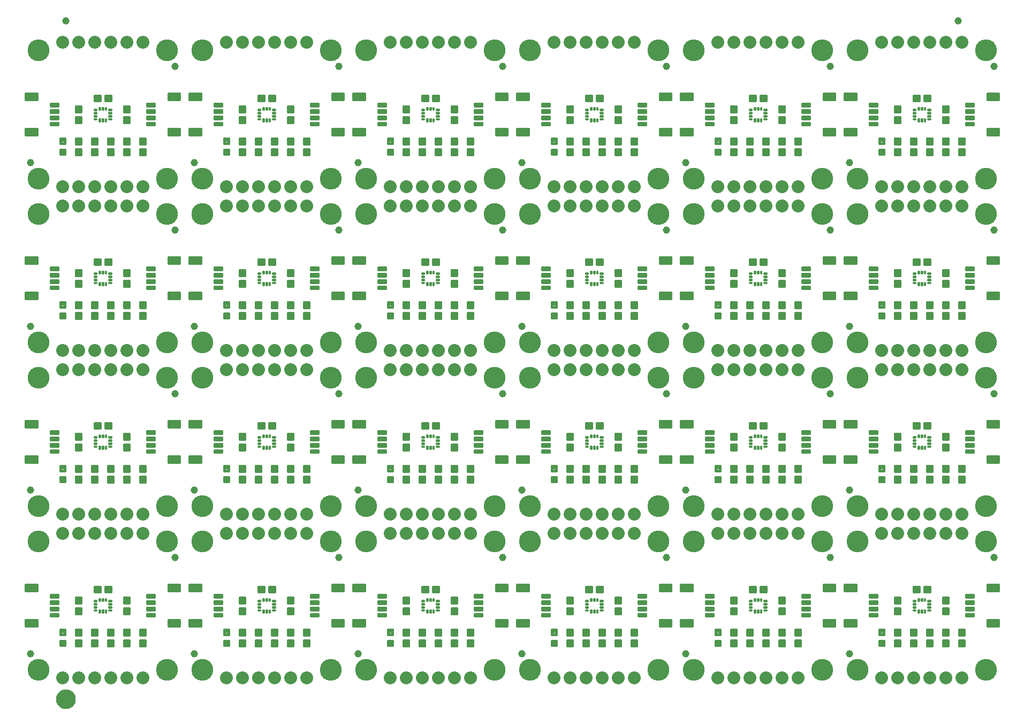
<source format=gts>
G04 EAGLE Gerber RS-274X export*
G75*
%MOMM*%
%FSLAX34Y34*%
%LPD*%
%INSoldermask Top*%
%IPPOS*%
%AMOC8*
5,1,8,0,0,1.08239X$1,22.5*%
G01*
%ADD10C,0.449434*%
%ADD11C,0.243431*%
%ADD12C,0.255816*%
%ADD13C,2.032000*%
%ADD14C,0.253525*%
%ADD15C,1.152400*%
%ADD16C,0.253509*%
%ADD17C,3.454400*%
%ADD18C,1.270000*%
%ADD19C,1.652400*%


D10*
X67015Y81455D02*
X59985Y81455D01*
X59985Y88485D01*
X67015Y88485D01*
X67015Y81455D01*
X67015Y85724D02*
X59985Y85724D01*
X59985Y63915D02*
X67015Y63915D01*
X59985Y63915D02*
X59985Y70945D01*
X67015Y70945D01*
X67015Y63915D01*
X67015Y68184D02*
X59985Y68184D01*
D11*
X249495Y93455D02*
X249495Y104545D01*
X249495Y93455D02*
X230405Y93455D01*
X230405Y104545D01*
X249495Y104545D01*
X249495Y95767D02*
X230405Y95767D01*
X230405Y98079D02*
X249495Y98079D01*
X249495Y100391D02*
X230405Y100391D01*
X230405Y102703D02*
X249495Y102703D01*
X249495Y149455D02*
X249495Y160545D01*
X249495Y149455D02*
X230405Y149455D01*
X230405Y160545D01*
X249495Y160545D01*
X249495Y151767D02*
X230405Y151767D01*
X230405Y154079D02*
X249495Y154079D01*
X249495Y156391D02*
X230405Y156391D01*
X230405Y158703D02*
X249495Y158703D01*
D12*
X209433Y114483D02*
X209433Y109517D01*
X196967Y109517D01*
X196967Y114483D01*
X209433Y114483D01*
X209433Y111947D02*
X196967Y111947D01*
X196967Y114377D02*
X209433Y114377D01*
X209433Y119517D02*
X209433Y124483D01*
X209433Y119517D02*
X196967Y119517D01*
X196967Y124483D01*
X209433Y124483D01*
X209433Y121947D02*
X196967Y121947D01*
X196967Y124377D02*
X209433Y124377D01*
X209433Y129517D02*
X209433Y134483D01*
X209433Y129517D02*
X196967Y129517D01*
X196967Y134483D01*
X209433Y134483D01*
X209433Y131947D02*
X196967Y131947D01*
X196967Y134377D02*
X209433Y134377D01*
X209433Y139517D02*
X209433Y144483D01*
X209433Y139517D02*
X196967Y139517D01*
X196967Y144483D01*
X209433Y144483D01*
X209433Y141947D02*
X196967Y141947D01*
X196967Y144377D02*
X209433Y144377D01*
D11*
X4505Y149455D02*
X4505Y160545D01*
X23595Y160545D01*
X23595Y149455D01*
X4505Y149455D01*
X4505Y151767D02*
X23595Y151767D01*
X23595Y154079D02*
X4505Y154079D01*
X4505Y156391D02*
X23595Y156391D01*
X23595Y158703D02*
X4505Y158703D01*
X4505Y104545D02*
X4505Y93455D01*
X4505Y104545D02*
X23595Y104545D01*
X23595Y93455D01*
X4505Y93455D01*
X4505Y95767D02*
X23595Y95767D01*
X23595Y98079D02*
X4505Y98079D01*
X4505Y100391D02*
X23595Y100391D01*
X23595Y102703D02*
X4505Y102703D01*
D12*
X44567Y139517D02*
X44567Y144483D01*
X57033Y144483D01*
X57033Y139517D01*
X44567Y139517D01*
X44567Y141947D02*
X57033Y141947D01*
X57033Y144377D02*
X44567Y144377D01*
X44567Y134483D02*
X44567Y129517D01*
X44567Y134483D02*
X57033Y134483D01*
X57033Y129517D01*
X44567Y129517D01*
X44567Y131947D02*
X57033Y131947D01*
X57033Y134377D02*
X44567Y134377D01*
X44567Y124483D02*
X44567Y119517D01*
X44567Y124483D02*
X57033Y124483D01*
X57033Y119517D01*
X44567Y119517D01*
X44567Y121947D02*
X57033Y121947D01*
X57033Y124377D02*
X44567Y124377D01*
X44567Y114483D02*
X44567Y109517D01*
X44567Y114483D02*
X57033Y114483D01*
X57033Y109517D01*
X44567Y109517D01*
X44567Y111947D02*
X57033Y111947D01*
X57033Y114377D02*
X44567Y114377D01*
D13*
X190500Y241300D03*
X165100Y241300D03*
X139700Y241300D03*
X114300Y241300D03*
X88900Y241300D03*
X63500Y241300D03*
D14*
X135205Y89695D02*
X135205Y79705D01*
X135205Y89695D02*
X144195Y89695D01*
X144195Y79705D01*
X135205Y79705D01*
X135205Y82113D02*
X144195Y82113D01*
X144195Y84521D02*
X135205Y84521D01*
X135205Y86929D02*
X144195Y86929D01*
X144195Y89337D02*
X135205Y89337D01*
X135205Y72695D02*
X135205Y62705D01*
X135205Y72695D02*
X144195Y72695D01*
X144195Y62705D01*
X135205Y62705D01*
X135205Y65113D02*
X144195Y65113D01*
X144195Y67521D02*
X135205Y67521D01*
X135205Y69929D02*
X144195Y69929D01*
X144195Y72337D02*
X135205Y72337D01*
X109805Y79705D02*
X109805Y89695D01*
X118795Y89695D01*
X118795Y79705D01*
X109805Y79705D01*
X109805Y82113D02*
X118795Y82113D01*
X118795Y84521D02*
X109805Y84521D01*
X109805Y86929D02*
X118795Y86929D01*
X118795Y89337D02*
X109805Y89337D01*
X109805Y72695D02*
X109805Y62705D01*
X109805Y72695D02*
X118795Y72695D01*
X118795Y62705D01*
X109805Y62705D01*
X109805Y65113D02*
X118795Y65113D01*
X118795Y67521D02*
X109805Y67521D01*
X109805Y69929D02*
X118795Y69929D01*
X118795Y72337D02*
X109805Y72337D01*
X186005Y79705D02*
X186005Y89695D01*
X194995Y89695D01*
X194995Y79705D01*
X186005Y79705D01*
X186005Y82113D02*
X194995Y82113D01*
X194995Y84521D02*
X186005Y84521D01*
X186005Y86929D02*
X194995Y86929D01*
X194995Y89337D02*
X186005Y89337D01*
X186005Y72695D02*
X186005Y62705D01*
X186005Y72695D02*
X194995Y72695D01*
X194995Y62705D01*
X186005Y62705D01*
X186005Y65113D02*
X194995Y65113D01*
X194995Y67521D02*
X186005Y67521D01*
X186005Y69929D02*
X194995Y69929D01*
X194995Y72337D02*
X186005Y72337D01*
X93395Y72695D02*
X93395Y62705D01*
X84405Y62705D01*
X84405Y72695D01*
X93395Y72695D01*
X93395Y65113D02*
X84405Y65113D01*
X84405Y67521D02*
X93395Y67521D01*
X93395Y69929D02*
X84405Y69929D01*
X84405Y72337D02*
X93395Y72337D01*
X93395Y79705D02*
X93395Y89695D01*
X93395Y79705D02*
X84405Y79705D01*
X84405Y89695D01*
X93395Y89695D01*
X93395Y82113D02*
X84405Y82113D01*
X84405Y84521D02*
X93395Y84521D01*
X93395Y86929D02*
X84405Y86929D01*
X84405Y89337D02*
X93395Y89337D01*
X113505Y147905D02*
X123495Y147905D01*
X113505Y147905D02*
X113505Y156895D01*
X123495Y156895D01*
X123495Y147905D01*
X123495Y150313D02*
X113505Y150313D01*
X113505Y152721D02*
X123495Y152721D01*
X123495Y155129D02*
X113505Y155129D01*
X130505Y147905D02*
X140495Y147905D01*
X130505Y147905D02*
X130505Y156895D01*
X140495Y156895D01*
X140495Y147905D01*
X140495Y150313D02*
X130505Y150313D01*
X130505Y152721D02*
X140495Y152721D01*
X140495Y155129D02*
X130505Y155129D01*
D15*
X12700Y50800D03*
X241300Y203200D03*
D16*
X140495Y120245D02*
X136755Y120245D01*
X140495Y120245D02*
X140495Y118755D01*
X136755Y118755D01*
X136755Y120245D01*
X136755Y125245D02*
X140495Y125245D01*
X140495Y123755D01*
X136755Y123755D01*
X136755Y125245D01*
X136755Y130245D02*
X140495Y130245D01*
X140495Y128755D01*
X136755Y128755D01*
X136755Y130245D01*
X136755Y135245D02*
X140495Y135245D01*
X140495Y133755D01*
X136755Y133755D01*
X136755Y135245D01*
X131255Y134255D02*
X131255Y137995D01*
X132745Y137995D01*
X132745Y134255D01*
X131255Y134255D01*
X131255Y136663D02*
X132745Y136663D01*
X126255Y137995D02*
X126255Y134255D01*
X126255Y137995D02*
X127745Y137995D01*
X127745Y134255D01*
X126255Y134255D01*
X126255Y136663D02*
X127745Y136663D01*
X121255Y137995D02*
X121255Y134255D01*
X121255Y137995D02*
X122745Y137995D01*
X122745Y134255D01*
X121255Y134255D01*
X121255Y136663D02*
X122745Y136663D01*
X117245Y133755D02*
X113505Y133755D01*
X113505Y135245D01*
X117245Y135245D01*
X117245Y133755D01*
X117245Y128755D02*
X113505Y128755D01*
X113505Y130245D01*
X117245Y130245D01*
X117245Y128755D01*
X117245Y123755D02*
X113505Y123755D01*
X113505Y125245D01*
X117245Y125245D01*
X117245Y123755D01*
X117245Y118755D02*
X113505Y118755D01*
X113505Y120245D01*
X117245Y120245D01*
X117245Y118755D01*
X122745Y119745D02*
X122745Y116005D01*
X121255Y116005D01*
X121255Y119745D01*
X122745Y119745D01*
X122745Y118413D02*
X121255Y118413D01*
X127745Y119745D02*
X127745Y116005D01*
X126255Y116005D01*
X126255Y119745D01*
X127745Y119745D01*
X127745Y118413D02*
X126255Y118413D01*
X132745Y119745D02*
X132745Y116005D01*
X131255Y116005D01*
X131255Y119745D01*
X132745Y119745D01*
X132745Y118413D02*
X131255Y118413D01*
D17*
X25400Y228600D03*
X228600Y228600D03*
X228600Y25400D03*
X25400Y25400D03*
D14*
X169595Y62705D02*
X169595Y72695D01*
X169595Y62705D02*
X160605Y62705D01*
X160605Y72695D01*
X169595Y72695D01*
X169595Y65113D02*
X160605Y65113D01*
X160605Y67521D02*
X169595Y67521D01*
X169595Y69929D02*
X160605Y69929D01*
X160605Y72337D02*
X169595Y72337D01*
X169595Y79705D02*
X169595Y89695D01*
X169595Y79705D02*
X160605Y79705D01*
X160605Y89695D01*
X169595Y89695D01*
X169595Y82113D02*
X160605Y82113D01*
X160605Y84521D02*
X169595Y84521D01*
X169595Y86929D02*
X160605Y86929D01*
X160605Y89337D02*
X169595Y89337D01*
X160605Y130505D02*
X160605Y140495D01*
X169595Y140495D01*
X169595Y130505D01*
X160605Y130505D01*
X160605Y132913D02*
X169595Y132913D01*
X169595Y135321D02*
X160605Y135321D01*
X160605Y137729D02*
X169595Y137729D01*
X169595Y140137D02*
X160605Y140137D01*
X160605Y123495D02*
X160605Y113505D01*
X160605Y123495D02*
X169595Y123495D01*
X169595Y113505D01*
X160605Y113505D01*
X160605Y115913D02*
X169595Y115913D01*
X169595Y118321D02*
X160605Y118321D01*
X160605Y120729D02*
X169595Y120729D01*
X169595Y123137D02*
X160605Y123137D01*
D13*
X63500Y12700D03*
X88900Y12700D03*
X114300Y12700D03*
X139700Y12700D03*
X165100Y12700D03*
X190500Y12700D03*
D14*
X93395Y113505D02*
X93395Y123495D01*
X93395Y113505D02*
X84405Y113505D01*
X84405Y123495D01*
X93395Y123495D01*
X93395Y115913D02*
X84405Y115913D01*
X84405Y118321D02*
X93395Y118321D01*
X93395Y120729D02*
X84405Y120729D01*
X84405Y123137D02*
X93395Y123137D01*
X93395Y130505D02*
X93395Y140495D01*
X93395Y130505D02*
X84405Y130505D01*
X84405Y140495D01*
X93395Y140495D01*
X93395Y132913D02*
X84405Y132913D01*
X84405Y135321D02*
X93395Y135321D01*
X93395Y137729D02*
X84405Y137729D01*
X84405Y140137D02*
X93395Y140137D01*
D10*
X319065Y81455D02*
X326095Y81455D01*
X319065Y81455D02*
X319065Y88485D01*
X326095Y88485D01*
X326095Y81455D01*
X326095Y85724D02*
X319065Y85724D01*
X319065Y63915D02*
X326095Y63915D01*
X319065Y63915D02*
X319065Y70945D01*
X326095Y70945D01*
X326095Y63915D01*
X326095Y68184D02*
X319065Y68184D01*
D11*
X508575Y93455D02*
X508575Y104545D01*
X508575Y93455D02*
X489485Y93455D01*
X489485Y104545D01*
X508575Y104545D01*
X508575Y95767D02*
X489485Y95767D01*
X489485Y98079D02*
X508575Y98079D01*
X508575Y100391D02*
X489485Y100391D01*
X489485Y102703D02*
X508575Y102703D01*
X508575Y149455D02*
X508575Y160545D01*
X508575Y149455D02*
X489485Y149455D01*
X489485Y160545D01*
X508575Y160545D01*
X508575Y151767D02*
X489485Y151767D01*
X489485Y154079D02*
X508575Y154079D01*
X508575Y156391D02*
X489485Y156391D01*
X489485Y158703D02*
X508575Y158703D01*
D12*
X468513Y114483D02*
X468513Y109517D01*
X456047Y109517D01*
X456047Y114483D01*
X468513Y114483D01*
X468513Y111947D02*
X456047Y111947D01*
X456047Y114377D02*
X468513Y114377D01*
X468513Y119517D02*
X468513Y124483D01*
X468513Y119517D02*
X456047Y119517D01*
X456047Y124483D01*
X468513Y124483D01*
X468513Y121947D02*
X456047Y121947D01*
X456047Y124377D02*
X468513Y124377D01*
X468513Y129517D02*
X468513Y134483D01*
X468513Y129517D02*
X456047Y129517D01*
X456047Y134483D01*
X468513Y134483D01*
X468513Y131947D02*
X456047Y131947D01*
X456047Y134377D02*
X468513Y134377D01*
X468513Y139517D02*
X468513Y144483D01*
X468513Y139517D02*
X456047Y139517D01*
X456047Y144483D01*
X468513Y144483D01*
X468513Y141947D02*
X456047Y141947D01*
X456047Y144377D02*
X468513Y144377D01*
D11*
X263585Y149455D02*
X263585Y160545D01*
X282675Y160545D01*
X282675Y149455D01*
X263585Y149455D01*
X263585Y151767D02*
X282675Y151767D01*
X282675Y154079D02*
X263585Y154079D01*
X263585Y156391D02*
X282675Y156391D01*
X282675Y158703D02*
X263585Y158703D01*
X263585Y104545D02*
X263585Y93455D01*
X263585Y104545D02*
X282675Y104545D01*
X282675Y93455D01*
X263585Y93455D01*
X263585Y95767D02*
X282675Y95767D01*
X282675Y98079D02*
X263585Y98079D01*
X263585Y100391D02*
X282675Y100391D01*
X282675Y102703D02*
X263585Y102703D01*
D12*
X303647Y139517D02*
X303647Y144483D01*
X316113Y144483D01*
X316113Y139517D01*
X303647Y139517D01*
X303647Y141947D02*
X316113Y141947D01*
X316113Y144377D02*
X303647Y144377D01*
X303647Y134483D02*
X303647Y129517D01*
X303647Y134483D02*
X316113Y134483D01*
X316113Y129517D01*
X303647Y129517D01*
X303647Y131947D02*
X316113Y131947D01*
X316113Y134377D02*
X303647Y134377D01*
X303647Y124483D02*
X303647Y119517D01*
X303647Y124483D02*
X316113Y124483D01*
X316113Y119517D01*
X303647Y119517D01*
X303647Y121947D02*
X316113Y121947D01*
X316113Y124377D02*
X303647Y124377D01*
X303647Y114483D02*
X303647Y109517D01*
X303647Y114483D02*
X316113Y114483D01*
X316113Y109517D01*
X303647Y109517D01*
X303647Y111947D02*
X316113Y111947D01*
X316113Y114377D02*
X303647Y114377D01*
D13*
X449580Y241300D03*
X424180Y241300D03*
X398780Y241300D03*
X373380Y241300D03*
X347980Y241300D03*
X322580Y241300D03*
D14*
X394285Y89695D02*
X394285Y79705D01*
X394285Y89695D02*
X403275Y89695D01*
X403275Y79705D01*
X394285Y79705D01*
X394285Y82113D02*
X403275Y82113D01*
X403275Y84521D02*
X394285Y84521D01*
X394285Y86929D02*
X403275Y86929D01*
X403275Y89337D02*
X394285Y89337D01*
X394285Y72695D02*
X394285Y62705D01*
X394285Y72695D02*
X403275Y72695D01*
X403275Y62705D01*
X394285Y62705D01*
X394285Y65113D02*
X403275Y65113D01*
X403275Y67521D02*
X394285Y67521D01*
X394285Y69929D02*
X403275Y69929D01*
X403275Y72337D02*
X394285Y72337D01*
X368885Y79705D02*
X368885Y89695D01*
X377875Y89695D01*
X377875Y79705D01*
X368885Y79705D01*
X368885Y82113D02*
X377875Y82113D01*
X377875Y84521D02*
X368885Y84521D01*
X368885Y86929D02*
X377875Y86929D01*
X377875Y89337D02*
X368885Y89337D01*
X368885Y72695D02*
X368885Y62705D01*
X368885Y72695D02*
X377875Y72695D01*
X377875Y62705D01*
X368885Y62705D01*
X368885Y65113D02*
X377875Y65113D01*
X377875Y67521D02*
X368885Y67521D01*
X368885Y69929D02*
X377875Y69929D01*
X377875Y72337D02*
X368885Y72337D01*
X445085Y79705D02*
X445085Y89695D01*
X454075Y89695D01*
X454075Y79705D01*
X445085Y79705D01*
X445085Y82113D02*
X454075Y82113D01*
X454075Y84521D02*
X445085Y84521D01*
X445085Y86929D02*
X454075Y86929D01*
X454075Y89337D02*
X445085Y89337D01*
X445085Y72695D02*
X445085Y62705D01*
X445085Y72695D02*
X454075Y72695D01*
X454075Y62705D01*
X445085Y62705D01*
X445085Y65113D02*
X454075Y65113D01*
X454075Y67521D02*
X445085Y67521D01*
X445085Y69929D02*
X454075Y69929D01*
X454075Y72337D02*
X445085Y72337D01*
X352475Y72695D02*
X352475Y62705D01*
X343485Y62705D01*
X343485Y72695D01*
X352475Y72695D01*
X352475Y65113D02*
X343485Y65113D01*
X343485Y67521D02*
X352475Y67521D01*
X352475Y69929D02*
X343485Y69929D01*
X343485Y72337D02*
X352475Y72337D01*
X352475Y79705D02*
X352475Y89695D01*
X352475Y79705D02*
X343485Y79705D01*
X343485Y89695D01*
X352475Y89695D01*
X352475Y82113D02*
X343485Y82113D01*
X343485Y84521D02*
X352475Y84521D01*
X352475Y86929D02*
X343485Y86929D01*
X343485Y89337D02*
X352475Y89337D01*
X372585Y147905D02*
X382575Y147905D01*
X372585Y147905D02*
X372585Y156895D01*
X382575Y156895D01*
X382575Y147905D01*
X382575Y150313D02*
X372585Y150313D01*
X372585Y152721D02*
X382575Y152721D01*
X382575Y155129D02*
X372585Y155129D01*
X389585Y147905D02*
X399575Y147905D01*
X389585Y147905D02*
X389585Y156895D01*
X399575Y156895D01*
X399575Y147905D01*
X399575Y150313D02*
X389585Y150313D01*
X389585Y152721D02*
X399575Y152721D01*
X399575Y155129D02*
X389585Y155129D01*
D15*
X271780Y50800D03*
X500380Y203200D03*
D16*
X399575Y120245D02*
X395835Y120245D01*
X399575Y120245D02*
X399575Y118755D01*
X395835Y118755D01*
X395835Y120245D01*
X395835Y125245D02*
X399575Y125245D01*
X399575Y123755D01*
X395835Y123755D01*
X395835Y125245D01*
X395835Y130245D02*
X399575Y130245D01*
X399575Y128755D01*
X395835Y128755D01*
X395835Y130245D01*
X395835Y135245D02*
X399575Y135245D01*
X399575Y133755D01*
X395835Y133755D01*
X395835Y135245D01*
X390335Y134255D02*
X390335Y137995D01*
X391825Y137995D01*
X391825Y134255D01*
X390335Y134255D01*
X390335Y136663D02*
X391825Y136663D01*
X385335Y137995D02*
X385335Y134255D01*
X385335Y137995D02*
X386825Y137995D01*
X386825Y134255D01*
X385335Y134255D01*
X385335Y136663D02*
X386825Y136663D01*
X380335Y137995D02*
X380335Y134255D01*
X380335Y137995D02*
X381825Y137995D01*
X381825Y134255D01*
X380335Y134255D01*
X380335Y136663D02*
X381825Y136663D01*
X376325Y133755D02*
X372585Y133755D01*
X372585Y135245D01*
X376325Y135245D01*
X376325Y133755D01*
X376325Y128755D02*
X372585Y128755D01*
X372585Y130245D01*
X376325Y130245D01*
X376325Y128755D01*
X376325Y123755D02*
X372585Y123755D01*
X372585Y125245D01*
X376325Y125245D01*
X376325Y123755D01*
X376325Y118755D02*
X372585Y118755D01*
X372585Y120245D01*
X376325Y120245D01*
X376325Y118755D01*
X381825Y119745D02*
X381825Y116005D01*
X380335Y116005D01*
X380335Y119745D01*
X381825Y119745D01*
X381825Y118413D02*
X380335Y118413D01*
X386825Y119745D02*
X386825Y116005D01*
X385335Y116005D01*
X385335Y119745D01*
X386825Y119745D01*
X386825Y118413D02*
X385335Y118413D01*
X391825Y119745D02*
X391825Y116005D01*
X390335Y116005D01*
X390335Y119745D01*
X391825Y119745D01*
X391825Y118413D02*
X390335Y118413D01*
D17*
X284480Y228600D03*
X487680Y228600D03*
X487680Y25400D03*
X284480Y25400D03*
D14*
X428675Y62705D02*
X428675Y72695D01*
X428675Y62705D02*
X419685Y62705D01*
X419685Y72695D01*
X428675Y72695D01*
X428675Y65113D02*
X419685Y65113D01*
X419685Y67521D02*
X428675Y67521D01*
X428675Y69929D02*
X419685Y69929D01*
X419685Y72337D02*
X428675Y72337D01*
X428675Y79705D02*
X428675Y89695D01*
X428675Y79705D02*
X419685Y79705D01*
X419685Y89695D01*
X428675Y89695D01*
X428675Y82113D02*
X419685Y82113D01*
X419685Y84521D02*
X428675Y84521D01*
X428675Y86929D02*
X419685Y86929D01*
X419685Y89337D02*
X428675Y89337D01*
X419685Y130505D02*
X419685Y140495D01*
X428675Y140495D01*
X428675Y130505D01*
X419685Y130505D01*
X419685Y132913D02*
X428675Y132913D01*
X428675Y135321D02*
X419685Y135321D01*
X419685Y137729D02*
X428675Y137729D01*
X428675Y140137D02*
X419685Y140137D01*
X419685Y123495D02*
X419685Y113505D01*
X419685Y123495D02*
X428675Y123495D01*
X428675Y113505D01*
X419685Y113505D01*
X419685Y115913D02*
X428675Y115913D01*
X428675Y118321D02*
X419685Y118321D01*
X419685Y120729D02*
X428675Y120729D01*
X428675Y123137D02*
X419685Y123137D01*
D13*
X322580Y12700D03*
X347980Y12700D03*
X373380Y12700D03*
X398780Y12700D03*
X424180Y12700D03*
X449580Y12700D03*
D14*
X352475Y113505D02*
X352475Y123495D01*
X352475Y113505D02*
X343485Y113505D01*
X343485Y123495D01*
X352475Y123495D01*
X352475Y115913D02*
X343485Y115913D01*
X343485Y118321D02*
X352475Y118321D01*
X352475Y120729D02*
X343485Y120729D01*
X343485Y123137D02*
X352475Y123137D01*
X352475Y130505D02*
X352475Y140495D01*
X352475Y130505D02*
X343485Y130505D01*
X343485Y140495D01*
X352475Y140495D01*
X352475Y132913D02*
X343485Y132913D01*
X343485Y135321D02*
X352475Y135321D01*
X352475Y137729D02*
X343485Y137729D01*
X343485Y140137D02*
X352475Y140137D01*
D10*
X578145Y81455D02*
X585175Y81455D01*
X578145Y81455D02*
X578145Y88485D01*
X585175Y88485D01*
X585175Y81455D01*
X585175Y85724D02*
X578145Y85724D01*
X578145Y63915D02*
X585175Y63915D01*
X578145Y63915D02*
X578145Y70945D01*
X585175Y70945D01*
X585175Y63915D01*
X585175Y68184D02*
X578145Y68184D01*
D11*
X767655Y93455D02*
X767655Y104545D01*
X767655Y93455D02*
X748565Y93455D01*
X748565Y104545D01*
X767655Y104545D01*
X767655Y95767D02*
X748565Y95767D01*
X748565Y98079D02*
X767655Y98079D01*
X767655Y100391D02*
X748565Y100391D01*
X748565Y102703D02*
X767655Y102703D01*
X767655Y149455D02*
X767655Y160545D01*
X767655Y149455D02*
X748565Y149455D01*
X748565Y160545D01*
X767655Y160545D01*
X767655Y151767D02*
X748565Y151767D01*
X748565Y154079D02*
X767655Y154079D01*
X767655Y156391D02*
X748565Y156391D01*
X748565Y158703D02*
X767655Y158703D01*
D12*
X727593Y114483D02*
X727593Y109517D01*
X715127Y109517D01*
X715127Y114483D01*
X727593Y114483D01*
X727593Y111947D02*
X715127Y111947D01*
X715127Y114377D02*
X727593Y114377D01*
X727593Y119517D02*
X727593Y124483D01*
X727593Y119517D02*
X715127Y119517D01*
X715127Y124483D01*
X727593Y124483D01*
X727593Y121947D02*
X715127Y121947D01*
X715127Y124377D02*
X727593Y124377D01*
X727593Y129517D02*
X727593Y134483D01*
X727593Y129517D02*
X715127Y129517D01*
X715127Y134483D01*
X727593Y134483D01*
X727593Y131947D02*
X715127Y131947D01*
X715127Y134377D02*
X727593Y134377D01*
X727593Y139517D02*
X727593Y144483D01*
X727593Y139517D02*
X715127Y139517D01*
X715127Y144483D01*
X727593Y144483D01*
X727593Y141947D02*
X715127Y141947D01*
X715127Y144377D02*
X727593Y144377D01*
D11*
X522665Y149455D02*
X522665Y160545D01*
X541755Y160545D01*
X541755Y149455D01*
X522665Y149455D01*
X522665Y151767D02*
X541755Y151767D01*
X541755Y154079D02*
X522665Y154079D01*
X522665Y156391D02*
X541755Y156391D01*
X541755Y158703D02*
X522665Y158703D01*
X522665Y104545D02*
X522665Y93455D01*
X522665Y104545D02*
X541755Y104545D01*
X541755Y93455D01*
X522665Y93455D01*
X522665Y95767D02*
X541755Y95767D01*
X541755Y98079D02*
X522665Y98079D01*
X522665Y100391D02*
X541755Y100391D01*
X541755Y102703D02*
X522665Y102703D01*
D12*
X562727Y139517D02*
X562727Y144483D01*
X575193Y144483D01*
X575193Y139517D01*
X562727Y139517D01*
X562727Y141947D02*
X575193Y141947D01*
X575193Y144377D02*
X562727Y144377D01*
X562727Y134483D02*
X562727Y129517D01*
X562727Y134483D02*
X575193Y134483D01*
X575193Y129517D01*
X562727Y129517D01*
X562727Y131947D02*
X575193Y131947D01*
X575193Y134377D02*
X562727Y134377D01*
X562727Y124483D02*
X562727Y119517D01*
X562727Y124483D02*
X575193Y124483D01*
X575193Y119517D01*
X562727Y119517D01*
X562727Y121947D02*
X575193Y121947D01*
X575193Y124377D02*
X562727Y124377D01*
X562727Y114483D02*
X562727Y109517D01*
X562727Y114483D02*
X575193Y114483D01*
X575193Y109517D01*
X562727Y109517D01*
X562727Y111947D02*
X575193Y111947D01*
X575193Y114377D02*
X562727Y114377D01*
D13*
X708660Y241300D03*
X683260Y241300D03*
X657860Y241300D03*
X632460Y241300D03*
X607060Y241300D03*
X581660Y241300D03*
D14*
X653365Y89695D02*
X653365Y79705D01*
X653365Y89695D02*
X662355Y89695D01*
X662355Y79705D01*
X653365Y79705D01*
X653365Y82113D02*
X662355Y82113D01*
X662355Y84521D02*
X653365Y84521D01*
X653365Y86929D02*
X662355Y86929D01*
X662355Y89337D02*
X653365Y89337D01*
X653365Y72695D02*
X653365Y62705D01*
X653365Y72695D02*
X662355Y72695D01*
X662355Y62705D01*
X653365Y62705D01*
X653365Y65113D02*
X662355Y65113D01*
X662355Y67521D02*
X653365Y67521D01*
X653365Y69929D02*
X662355Y69929D01*
X662355Y72337D02*
X653365Y72337D01*
X627965Y79705D02*
X627965Y89695D01*
X636955Y89695D01*
X636955Y79705D01*
X627965Y79705D01*
X627965Y82113D02*
X636955Y82113D01*
X636955Y84521D02*
X627965Y84521D01*
X627965Y86929D02*
X636955Y86929D01*
X636955Y89337D02*
X627965Y89337D01*
X627965Y72695D02*
X627965Y62705D01*
X627965Y72695D02*
X636955Y72695D01*
X636955Y62705D01*
X627965Y62705D01*
X627965Y65113D02*
X636955Y65113D01*
X636955Y67521D02*
X627965Y67521D01*
X627965Y69929D02*
X636955Y69929D01*
X636955Y72337D02*
X627965Y72337D01*
X704165Y79705D02*
X704165Y89695D01*
X713155Y89695D01*
X713155Y79705D01*
X704165Y79705D01*
X704165Y82113D02*
X713155Y82113D01*
X713155Y84521D02*
X704165Y84521D01*
X704165Y86929D02*
X713155Y86929D01*
X713155Y89337D02*
X704165Y89337D01*
X704165Y72695D02*
X704165Y62705D01*
X704165Y72695D02*
X713155Y72695D01*
X713155Y62705D01*
X704165Y62705D01*
X704165Y65113D02*
X713155Y65113D01*
X713155Y67521D02*
X704165Y67521D01*
X704165Y69929D02*
X713155Y69929D01*
X713155Y72337D02*
X704165Y72337D01*
X611555Y72695D02*
X611555Y62705D01*
X602565Y62705D01*
X602565Y72695D01*
X611555Y72695D01*
X611555Y65113D02*
X602565Y65113D01*
X602565Y67521D02*
X611555Y67521D01*
X611555Y69929D02*
X602565Y69929D01*
X602565Y72337D02*
X611555Y72337D01*
X611555Y79705D02*
X611555Y89695D01*
X611555Y79705D02*
X602565Y79705D01*
X602565Y89695D01*
X611555Y89695D01*
X611555Y82113D02*
X602565Y82113D01*
X602565Y84521D02*
X611555Y84521D01*
X611555Y86929D02*
X602565Y86929D01*
X602565Y89337D02*
X611555Y89337D01*
X631665Y147905D02*
X641655Y147905D01*
X631665Y147905D02*
X631665Y156895D01*
X641655Y156895D01*
X641655Y147905D01*
X641655Y150313D02*
X631665Y150313D01*
X631665Y152721D02*
X641655Y152721D01*
X641655Y155129D02*
X631665Y155129D01*
X648665Y147905D02*
X658655Y147905D01*
X648665Y147905D02*
X648665Y156895D01*
X658655Y156895D01*
X658655Y147905D01*
X658655Y150313D02*
X648665Y150313D01*
X648665Y152721D02*
X658655Y152721D01*
X658655Y155129D02*
X648665Y155129D01*
D15*
X530860Y50800D03*
X759460Y203200D03*
D16*
X658655Y120245D02*
X654915Y120245D01*
X658655Y120245D02*
X658655Y118755D01*
X654915Y118755D01*
X654915Y120245D01*
X654915Y125245D02*
X658655Y125245D01*
X658655Y123755D01*
X654915Y123755D01*
X654915Y125245D01*
X654915Y130245D02*
X658655Y130245D01*
X658655Y128755D01*
X654915Y128755D01*
X654915Y130245D01*
X654915Y135245D02*
X658655Y135245D01*
X658655Y133755D01*
X654915Y133755D01*
X654915Y135245D01*
X649415Y134255D02*
X649415Y137995D01*
X650905Y137995D01*
X650905Y134255D01*
X649415Y134255D01*
X649415Y136663D02*
X650905Y136663D01*
X644415Y137995D02*
X644415Y134255D01*
X644415Y137995D02*
X645905Y137995D01*
X645905Y134255D01*
X644415Y134255D01*
X644415Y136663D02*
X645905Y136663D01*
X639415Y137995D02*
X639415Y134255D01*
X639415Y137995D02*
X640905Y137995D01*
X640905Y134255D01*
X639415Y134255D01*
X639415Y136663D02*
X640905Y136663D01*
X635405Y133755D02*
X631665Y133755D01*
X631665Y135245D01*
X635405Y135245D01*
X635405Y133755D01*
X635405Y128755D02*
X631665Y128755D01*
X631665Y130245D01*
X635405Y130245D01*
X635405Y128755D01*
X635405Y123755D02*
X631665Y123755D01*
X631665Y125245D01*
X635405Y125245D01*
X635405Y123755D01*
X635405Y118755D02*
X631665Y118755D01*
X631665Y120245D01*
X635405Y120245D01*
X635405Y118755D01*
X640905Y119745D02*
X640905Y116005D01*
X639415Y116005D01*
X639415Y119745D01*
X640905Y119745D01*
X640905Y118413D02*
X639415Y118413D01*
X645905Y119745D02*
X645905Y116005D01*
X644415Y116005D01*
X644415Y119745D01*
X645905Y119745D01*
X645905Y118413D02*
X644415Y118413D01*
X650905Y119745D02*
X650905Y116005D01*
X649415Y116005D01*
X649415Y119745D01*
X650905Y119745D01*
X650905Y118413D02*
X649415Y118413D01*
D17*
X543560Y228600D03*
X746760Y228600D03*
X746760Y25400D03*
X543560Y25400D03*
D14*
X687755Y62705D02*
X687755Y72695D01*
X687755Y62705D02*
X678765Y62705D01*
X678765Y72695D01*
X687755Y72695D01*
X687755Y65113D02*
X678765Y65113D01*
X678765Y67521D02*
X687755Y67521D01*
X687755Y69929D02*
X678765Y69929D01*
X678765Y72337D02*
X687755Y72337D01*
X687755Y79705D02*
X687755Y89695D01*
X687755Y79705D02*
X678765Y79705D01*
X678765Y89695D01*
X687755Y89695D01*
X687755Y82113D02*
X678765Y82113D01*
X678765Y84521D02*
X687755Y84521D01*
X687755Y86929D02*
X678765Y86929D01*
X678765Y89337D02*
X687755Y89337D01*
X678765Y130505D02*
X678765Y140495D01*
X687755Y140495D01*
X687755Y130505D01*
X678765Y130505D01*
X678765Y132913D02*
X687755Y132913D01*
X687755Y135321D02*
X678765Y135321D01*
X678765Y137729D02*
X687755Y137729D01*
X687755Y140137D02*
X678765Y140137D01*
X678765Y123495D02*
X678765Y113505D01*
X678765Y123495D02*
X687755Y123495D01*
X687755Y113505D01*
X678765Y113505D01*
X678765Y115913D02*
X687755Y115913D01*
X687755Y118321D02*
X678765Y118321D01*
X678765Y120729D02*
X687755Y120729D01*
X687755Y123137D02*
X678765Y123137D01*
D13*
X581660Y12700D03*
X607060Y12700D03*
X632460Y12700D03*
X657860Y12700D03*
X683260Y12700D03*
X708660Y12700D03*
D14*
X611555Y113505D02*
X611555Y123495D01*
X611555Y113505D02*
X602565Y113505D01*
X602565Y123495D01*
X611555Y123495D01*
X611555Y115913D02*
X602565Y115913D01*
X602565Y118321D02*
X611555Y118321D01*
X611555Y120729D02*
X602565Y120729D01*
X602565Y123137D02*
X611555Y123137D01*
X611555Y130505D02*
X611555Y140495D01*
X611555Y130505D02*
X602565Y130505D01*
X602565Y140495D01*
X611555Y140495D01*
X611555Y132913D02*
X602565Y132913D01*
X602565Y135321D02*
X611555Y135321D01*
X611555Y137729D02*
X602565Y137729D01*
X602565Y140137D02*
X611555Y140137D01*
D10*
X837225Y81455D02*
X844255Y81455D01*
X837225Y81455D02*
X837225Y88485D01*
X844255Y88485D01*
X844255Y81455D01*
X844255Y85724D02*
X837225Y85724D01*
X837225Y63915D02*
X844255Y63915D01*
X837225Y63915D02*
X837225Y70945D01*
X844255Y70945D01*
X844255Y63915D01*
X844255Y68184D02*
X837225Y68184D01*
D11*
X1026735Y93455D02*
X1026735Y104545D01*
X1026735Y93455D02*
X1007645Y93455D01*
X1007645Y104545D01*
X1026735Y104545D01*
X1026735Y95767D02*
X1007645Y95767D01*
X1007645Y98079D02*
X1026735Y98079D01*
X1026735Y100391D02*
X1007645Y100391D01*
X1007645Y102703D02*
X1026735Y102703D01*
X1026735Y149455D02*
X1026735Y160545D01*
X1026735Y149455D02*
X1007645Y149455D01*
X1007645Y160545D01*
X1026735Y160545D01*
X1026735Y151767D02*
X1007645Y151767D01*
X1007645Y154079D02*
X1026735Y154079D01*
X1026735Y156391D02*
X1007645Y156391D01*
X1007645Y158703D02*
X1026735Y158703D01*
D12*
X986673Y114483D02*
X986673Y109517D01*
X974207Y109517D01*
X974207Y114483D01*
X986673Y114483D01*
X986673Y111947D02*
X974207Y111947D01*
X974207Y114377D02*
X986673Y114377D01*
X986673Y119517D02*
X986673Y124483D01*
X986673Y119517D02*
X974207Y119517D01*
X974207Y124483D01*
X986673Y124483D01*
X986673Y121947D02*
X974207Y121947D01*
X974207Y124377D02*
X986673Y124377D01*
X986673Y129517D02*
X986673Y134483D01*
X986673Y129517D02*
X974207Y129517D01*
X974207Y134483D01*
X986673Y134483D01*
X986673Y131947D02*
X974207Y131947D01*
X974207Y134377D02*
X986673Y134377D01*
X986673Y139517D02*
X986673Y144483D01*
X986673Y139517D02*
X974207Y139517D01*
X974207Y144483D01*
X986673Y144483D01*
X986673Y141947D02*
X974207Y141947D01*
X974207Y144377D02*
X986673Y144377D01*
D11*
X781745Y149455D02*
X781745Y160545D01*
X800835Y160545D01*
X800835Y149455D01*
X781745Y149455D01*
X781745Y151767D02*
X800835Y151767D01*
X800835Y154079D02*
X781745Y154079D01*
X781745Y156391D02*
X800835Y156391D01*
X800835Y158703D02*
X781745Y158703D01*
X781745Y104545D02*
X781745Y93455D01*
X781745Y104545D02*
X800835Y104545D01*
X800835Y93455D01*
X781745Y93455D01*
X781745Y95767D02*
X800835Y95767D01*
X800835Y98079D02*
X781745Y98079D01*
X781745Y100391D02*
X800835Y100391D01*
X800835Y102703D02*
X781745Y102703D01*
D12*
X821807Y139517D02*
X821807Y144483D01*
X834273Y144483D01*
X834273Y139517D01*
X821807Y139517D01*
X821807Y141947D02*
X834273Y141947D01*
X834273Y144377D02*
X821807Y144377D01*
X821807Y134483D02*
X821807Y129517D01*
X821807Y134483D02*
X834273Y134483D01*
X834273Y129517D01*
X821807Y129517D01*
X821807Y131947D02*
X834273Y131947D01*
X834273Y134377D02*
X821807Y134377D01*
X821807Y124483D02*
X821807Y119517D01*
X821807Y124483D02*
X834273Y124483D01*
X834273Y119517D01*
X821807Y119517D01*
X821807Y121947D02*
X834273Y121947D01*
X834273Y124377D02*
X821807Y124377D01*
X821807Y114483D02*
X821807Y109517D01*
X821807Y114483D02*
X834273Y114483D01*
X834273Y109517D01*
X821807Y109517D01*
X821807Y111947D02*
X834273Y111947D01*
X834273Y114377D02*
X821807Y114377D01*
D13*
X967740Y241300D03*
X942340Y241300D03*
X916940Y241300D03*
X891540Y241300D03*
X866140Y241300D03*
X840740Y241300D03*
D14*
X912445Y89695D02*
X912445Y79705D01*
X912445Y89695D02*
X921435Y89695D01*
X921435Y79705D01*
X912445Y79705D01*
X912445Y82113D02*
X921435Y82113D01*
X921435Y84521D02*
X912445Y84521D01*
X912445Y86929D02*
X921435Y86929D01*
X921435Y89337D02*
X912445Y89337D01*
X912445Y72695D02*
X912445Y62705D01*
X912445Y72695D02*
X921435Y72695D01*
X921435Y62705D01*
X912445Y62705D01*
X912445Y65113D02*
X921435Y65113D01*
X921435Y67521D02*
X912445Y67521D01*
X912445Y69929D02*
X921435Y69929D01*
X921435Y72337D02*
X912445Y72337D01*
X887045Y79705D02*
X887045Y89695D01*
X896035Y89695D01*
X896035Y79705D01*
X887045Y79705D01*
X887045Y82113D02*
X896035Y82113D01*
X896035Y84521D02*
X887045Y84521D01*
X887045Y86929D02*
X896035Y86929D01*
X896035Y89337D02*
X887045Y89337D01*
X887045Y72695D02*
X887045Y62705D01*
X887045Y72695D02*
X896035Y72695D01*
X896035Y62705D01*
X887045Y62705D01*
X887045Y65113D02*
X896035Y65113D01*
X896035Y67521D02*
X887045Y67521D01*
X887045Y69929D02*
X896035Y69929D01*
X896035Y72337D02*
X887045Y72337D01*
X963245Y79705D02*
X963245Y89695D01*
X972235Y89695D01*
X972235Y79705D01*
X963245Y79705D01*
X963245Y82113D02*
X972235Y82113D01*
X972235Y84521D02*
X963245Y84521D01*
X963245Y86929D02*
X972235Y86929D01*
X972235Y89337D02*
X963245Y89337D01*
X963245Y72695D02*
X963245Y62705D01*
X963245Y72695D02*
X972235Y72695D01*
X972235Y62705D01*
X963245Y62705D01*
X963245Y65113D02*
X972235Y65113D01*
X972235Y67521D02*
X963245Y67521D01*
X963245Y69929D02*
X972235Y69929D01*
X972235Y72337D02*
X963245Y72337D01*
X870635Y72695D02*
X870635Y62705D01*
X861645Y62705D01*
X861645Y72695D01*
X870635Y72695D01*
X870635Y65113D02*
X861645Y65113D01*
X861645Y67521D02*
X870635Y67521D01*
X870635Y69929D02*
X861645Y69929D01*
X861645Y72337D02*
X870635Y72337D01*
X870635Y79705D02*
X870635Y89695D01*
X870635Y79705D02*
X861645Y79705D01*
X861645Y89695D01*
X870635Y89695D01*
X870635Y82113D02*
X861645Y82113D01*
X861645Y84521D02*
X870635Y84521D01*
X870635Y86929D02*
X861645Y86929D01*
X861645Y89337D02*
X870635Y89337D01*
X890745Y147905D02*
X900735Y147905D01*
X890745Y147905D02*
X890745Y156895D01*
X900735Y156895D01*
X900735Y147905D01*
X900735Y150313D02*
X890745Y150313D01*
X890745Y152721D02*
X900735Y152721D01*
X900735Y155129D02*
X890745Y155129D01*
X907745Y147905D02*
X917735Y147905D01*
X907745Y147905D02*
X907745Y156895D01*
X917735Y156895D01*
X917735Y147905D01*
X917735Y150313D02*
X907745Y150313D01*
X907745Y152721D02*
X917735Y152721D01*
X917735Y155129D02*
X907745Y155129D01*
D15*
X789940Y50800D03*
X1018540Y203200D03*
D16*
X917735Y120245D02*
X913995Y120245D01*
X917735Y120245D02*
X917735Y118755D01*
X913995Y118755D01*
X913995Y120245D01*
X913995Y125245D02*
X917735Y125245D01*
X917735Y123755D01*
X913995Y123755D01*
X913995Y125245D01*
X913995Y130245D02*
X917735Y130245D01*
X917735Y128755D01*
X913995Y128755D01*
X913995Y130245D01*
X913995Y135245D02*
X917735Y135245D01*
X917735Y133755D01*
X913995Y133755D01*
X913995Y135245D01*
X908495Y134255D02*
X908495Y137995D01*
X909985Y137995D01*
X909985Y134255D01*
X908495Y134255D01*
X908495Y136663D02*
X909985Y136663D01*
X903495Y137995D02*
X903495Y134255D01*
X903495Y137995D02*
X904985Y137995D01*
X904985Y134255D01*
X903495Y134255D01*
X903495Y136663D02*
X904985Y136663D01*
X898495Y137995D02*
X898495Y134255D01*
X898495Y137995D02*
X899985Y137995D01*
X899985Y134255D01*
X898495Y134255D01*
X898495Y136663D02*
X899985Y136663D01*
X894485Y133755D02*
X890745Y133755D01*
X890745Y135245D01*
X894485Y135245D01*
X894485Y133755D01*
X894485Y128755D02*
X890745Y128755D01*
X890745Y130245D01*
X894485Y130245D01*
X894485Y128755D01*
X894485Y123755D02*
X890745Y123755D01*
X890745Y125245D01*
X894485Y125245D01*
X894485Y123755D01*
X894485Y118755D02*
X890745Y118755D01*
X890745Y120245D01*
X894485Y120245D01*
X894485Y118755D01*
X899985Y119745D02*
X899985Y116005D01*
X898495Y116005D01*
X898495Y119745D01*
X899985Y119745D01*
X899985Y118413D02*
X898495Y118413D01*
X904985Y119745D02*
X904985Y116005D01*
X903495Y116005D01*
X903495Y119745D01*
X904985Y119745D01*
X904985Y118413D02*
X903495Y118413D01*
X909985Y119745D02*
X909985Y116005D01*
X908495Y116005D01*
X908495Y119745D01*
X909985Y119745D01*
X909985Y118413D02*
X908495Y118413D01*
D17*
X802640Y228600D03*
X1005840Y228600D03*
X1005840Y25400D03*
X802640Y25400D03*
D14*
X946835Y62705D02*
X946835Y72695D01*
X946835Y62705D02*
X937845Y62705D01*
X937845Y72695D01*
X946835Y72695D01*
X946835Y65113D02*
X937845Y65113D01*
X937845Y67521D02*
X946835Y67521D01*
X946835Y69929D02*
X937845Y69929D01*
X937845Y72337D02*
X946835Y72337D01*
X946835Y79705D02*
X946835Y89695D01*
X946835Y79705D02*
X937845Y79705D01*
X937845Y89695D01*
X946835Y89695D01*
X946835Y82113D02*
X937845Y82113D01*
X937845Y84521D02*
X946835Y84521D01*
X946835Y86929D02*
X937845Y86929D01*
X937845Y89337D02*
X946835Y89337D01*
X937845Y130505D02*
X937845Y140495D01*
X946835Y140495D01*
X946835Y130505D01*
X937845Y130505D01*
X937845Y132913D02*
X946835Y132913D01*
X946835Y135321D02*
X937845Y135321D01*
X937845Y137729D02*
X946835Y137729D01*
X946835Y140137D02*
X937845Y140137D01*
X937845Y123495D02*
X937845Y113505D01*
X937845Y123495D02*
X946835Y123495D01*
X946835Y113505D01*
X937845Y113505D01*
X937845Y115913D02*
X946835Y115913D01*
X946835Y118321D02*
X937845Y118321D01*
X937845Y120729D02*
X946835Y120729D01*
X946835Y123137D02*
X937845Y123137D01*
D13*
X840740Y12700D03*
X866140Y12700D03*
X891540Y12700D03*
X916940Y12700D03*
X942340Y12700D03*
X967740Y12700D03*
D14*
X870635Y113505D02*
X870635Y123495D01*
X870635Y113505D02*
X861645Y113505D01*
X861645Y123495D01*
X870635Y123495D01*
X870635Y115913D02*
X861645Y115913D01*
X861645Y118321D02*
X870635Y118321D01*
X870635Y120729D02*
X861645Y120729D01*
X861645Y123137D02*
X870635Y123137D01*
X870635Y130505D02*
X870635Y140495D01*
X870635Y130505D02*
X861645Y130505D01*
X861645Y140495D01*
X870635Y140495D01*
X870635Y132913D02*
X861645Y132913D01*
X861645Y135321D02*
X870635Y135321D01*
X870635Y137729D02*
X861645Y137729D01*
X861645Y140137D02*
X870635Y140137D01*
D10*
X1096305Y81455D02*
X1103335Y81455D01*
X1096305Y81455D02*
X1096305Y88485D01*
X1103335Y88485D01*
X1103335Y81455D01*
X1103335Y85724D02*
X1096305Y85724D01*
X1096305Y63915D02*
X1103335Y63915D01*
X1096305Y63915D02*
X1096305Y70945D01*
X1103335Y70945D01*
X1103335Y63915D01*
X1103335Y68184D02*
X1096305Y68184D01*
D11*
X1285815Y93455D02*
X1285815Y104545D01*
X1285815Y93455D02*
X1266725Y93455D01*
X1266725Y104545D01*
X1285815Y104545D01*
X1285815Y95767D02*
X1266725Y95767D01*
X1266725Y98079D02*
X1285815Y98079D01*
X1285815Y100391D02*
X1266725Y100391D01*
X1266725Y102703D02*
X1285815Y102703D01*
X1285815Y149455D02*
X1285815Y160545D01*
X1285815Y149455D02*
X1266725Y149455D01*
X1266725Y160545D01*
X1285815Y160545D01*
X1285815Y151767D02*
X1266725Y151767D01*
X1266725Y154079D02*
X1285815Y154079D01*
X1285815Y156391D02*
X1266725Y156391D01*
X1266725Y158703D02*
X1285815Y158703D01*
D12*
X1245753Y114483D02*
X1245753Y109517D01*
X1233287Y109517D01*
X1233287Y114483D01*
X1245753Y114483D01*
X1245753Y111947D02*
X1233287Y111947D01*
X1233287Y114377D02*
X1245753Y114377D01*
X1245753Y119517D02*
X1245753Y124483D01*
X1245753Y119517D02*
X1233287Y119517D01*
X1233287Y124483D01*
X1245753Y124483D01*
X1245753Y121947D02*
X1233287Y121947D01*
X1233287Y124377D02*
X1245753Y124377D01*
X1245753Y129517D02*
X1245753Y134483D01*
X1245753Y129517D02*
X1233287Y129517D01*
X1233287Y134483D01*
X1245753Y134483D01*
X1245753Y131947D02*
X1233287Y131947D01*
X1233287Y134377D02*
X1245753Y134377D01*
X1245753Y139517D02*
X1245753Y144483D01*
X1245753Y139517D02*
X1233287Y139517D01*
X1233287Y144483D01*
X1245753Y144483D01*
X1245753Y141947D02*
X1233287Y141947D01*
X1233287Y144377D02*
X1245753Y144377D01*
D11*
X1040825Y149455D02*
X1040825Y160545D01*
X1059915Y160545D01*
X1059915Y149455D01*
X1040825Y149455D01*
X1040825Y151767D02*
X1059915Y151767D01*
X1059915Y154079D02*
X1040825Y154079D01*
X1040825Y156391D02*
X1059915Y156391D01*
X1059915Y158703D02*
X1040825Y158703D01*
X1040825Y104545D02*
X1040825Y93455D01*
X1040825Y104545D02*
X1059915Y104545D01*
X1059915Y93455D01*
X1040825Y93455D01*
X1040825Y95767D02*
X1059915Y95767D01*
X1059915Y98079D02*
X1040825Y98079D01*
X1040825Y100391D02*
X1059915Y100391D01*
X1059915Y102703D02*
X1040825Y102703D01*
D12*
X1080887Y139517D02*
X1080887Y144483D01*
X1093353Y144483D01*
X1093353Y139517D01*
X1080887Y139517D01*
X1080887Y141947D02*
X1093353Y141947D01*
X1093353Y144377D02*
X1080887Y144377D01*
X1080887Y134483D02*
X1080887Y129517D01*
X1080887Y134483D02*
X1093353Y134483D01*
X1093353Y129517D01*
X1080887Y129517D01*
X1080887Y131947D02*
X1093353Y131947D01*
X1093353Y134377D02*
X1080887Y134377D01*
X1080887Y124483D02*
X1080887Y119517D01*
X1080887Y124483D02*
X1093353Y124483D01*
X1093353Y119517D01*
X1080887Y119517D01*
X1080887Y121947D02*
X1093353Y121947D01*
X1093353Y124377D02*
X1080887Y124377D01*
X1080887Y114483D02*
X1080887Y109517D01*
X1080887Y114483D02*
X1093353Y114483D01*
X1093353Y109517D01*
X1080887Y109517D01*
X1080887Y111947D02*
X1093353Y111947D01*
X1093353Y114377D02*
X1080887Y114377D01*
D13*
X1226820Y241300D03*
X1201420Y241300D03*
X1176020Y241300D03*
X1150620Y241300D03*
X1125220Y241300D03*
X1099820Y241300D03*
D14*
X1171525Y89695D02*
X1171525Y79705D01*
X1171525Y89695D02*
X1180515Y89695D01*
X1180515Y79705D01*
X1171525Y79705D01*
X1171525Y82113D02*
X1180515Y82113D01*
X1180515Y84521D02*
X1171525Y84521D01*
X1171525Y86929D02*
X1180515Y86929D01*
X1180515Y89337D02*
X1171525Y89337D01*
X1171525Y72695D02*
X1171525Y62705D01*
X1171525Y72695D02*
X1180515Y72695D01*
X1180515Y62705D01*
X1171525Y62705D01*
X1171525Y65113D02*
X1180515Y65113D01*
X1180515Y67521D02*
X1171525Y67521D01*
X1171525Y69929D02*
X1180515Y69929D01*
X1180515Y72337D02*
X1171525Y72337D01*
X1146125Y79705D02*
X1146125Y89695D01*
X1155115Y89695D01*
X1155115Y79705D01*
X1146125Y79705D01*
X1146125Y82113D02*
X1155115Y82113D01*
X1155115Y84521D02*
X1146125Y84521D01*
X1146125Y86929D02*
X1155115Y86929D01*
X1155115Y89337D02*
X1146125Y89337D01*
X1146125Y72695D02*
X1146125Y62705D01*
X1146125Y72695D02*
X1155115Y72695D01*
X1155115Y62705D01*
X1146125Y62705D01*
X1146125Y65113D02*
X1155115Y65113D01*
X1155115Y67521D02*
X1146125Y67521D01*
X1146125Y69929D02*
X1155115Y69929D01*
X1155115Y72337D02*
X1146125Y72337D01*
X1222325Y79705D02*
X1222325Y89695D01*
X1231315Y89695D01*
X1231315Y79705D01*
X1222325Y79705D01*
X1222325Y82113D02*
X1231315Y82113D01*
X1231315Y84521D02*
X1222325Y84521D01*
X1222325Y86929D02*
X1231315Y86929D01*
X1231315Y89337D02*
X1222325Y89337D01*
X1222325Y72695D02*
X1222325Y62705D01*
X1222325Y72695D02*
X1231315Y72695D01*
X1231315Y62705D01*
X1222325Y62705D01*
X1222325Y65113D02*
X1231315Y65113D01*
X1231315Y67521D02*
X1222325Y67521D01*
X1222325Y69929D02*
X1231315Y69929D01*
X1231315Y72337D02*
X1222325Y72337D01*
X1129715Y72695D02*
X1129715Y62705D01*
X1120725Y62705D01*
X1120725Y72695D01*
X1129715Y72695D01*
X1129715Y65113D02*
X1120725Y65113D01*
X1120725Y67521D02*
X1129715Y67521D01*
X1129715Y69929D02*
X1120725Y69929D01*
X1120725Y72337D02*
X1129715Y72337D01*
X1129715Y79705D02*
X1129715Y89695D01*
X1129715Y79705D02*
X1120725Y79705D01*
X1120725Y89695D01*
X1129715Y89695D01*
X1129715Y82113D02*
X1120725Y82113D01*
X1120725Y84521D02*
X1129715Y84521D01*
X1129715Y86929D02*
X1120725Y86929D01*
X1120725Y89337D02*
X1129715Y89337D01*
X1149825Y147905D02*
X1159815Y147905D01*
X1149825Y147905D02*
X1149825Y156895D01*
X1159815Y156895D01*
X1159815Y147905D01*
X1159815Y150313D02*
X1149825Y150313D01*
X1149825Y152721D02*
X1159815Y152721D01*
X1159815Y155129D02*
X1149825Y155129D01*
X1166825Y147905D02*
X1176815Y147905D01*
X1166825Y147905D02*
X1166825Y156895D01*
X1176815Y156895D01*
X1176815Y147905D01*
X1176815Y150313D02*
X1166825Y150313D01*
X1166825Y152721D02*
X1176815Y152721D01*
X1176815Y155129D02*
X1166825Y155129D01*
D15*
X1049020Y50800D03*
X1277620Y203200D03*
D16*
X1176815Y120245D02*
X1173075Y120245D01*
X1176815Y120245D02*
X1176815Y118755D01*
X1173075Y118755D01*
X1173075Y120245D01*
X1173075Y125245D02*
X1176815Y125245D01*
X1176815Y123755D01*
X1173075Y123755D01*
X1173075Y125245D01*
X1173075Y130245D02*
X1176815Y130245D01*
X1176815Y128755D01*
X1173075Y128755D01*
X1173075Y130245D01*
X1173075Y135245D02*
X1176815Y135245D01*
X1176815Y133755D01*
X1173075Y133755D01*
X1173075Y135245D01*
X1167575Y134255D02*
X1167575Y137995D01*
X1169065Y137995D01*
X1169065Y134255D01*
X1167575Y134255D01*
X1167575Y136663D02*
X1169065Y136663D01*
X1162575Y137995D02*
X1162575Y134255D01*
X1162575Y137995D02*
X1164065Y137995D01*
X1164065Y134255D01*
X1162575Y134255D01*
X1162575Y136663D02*
X1164065Y136663D01*
X1157575Y137995D02*
X1157575Y134255D01*
X1157575Y137995D02*
X1159065Y137995D01*
X1159065Y134255D01*
X1157575Y134255D01*
X1157575Y136663D02*
X1159065Y136663D01*
X1153565Y133755D02*
X1149825Y133755D01*
X1149825Y135245D01*
X1153565Y135245D01*
X1153565Y133755D01*
X1153565Y128755D02*
X1149825Y128755D01*
X1149825Y130245D01*
X1153565Y130245D01*
X1153565Y128755D01*
X1153565Y123755D02*
X1149825Y123755D01*
X1149825Y125245D01*
X1153565Y125245D01*
X1153565Y123755D01*
X1153565Y118755D02*
X1149825Y118755D01*
X1149825Y120245D01*
X1153565Y120245D01*
X1153565Y118755D01*
X1159065Y119745D02*
X1159065Y116005D01*
X1157575Y116005D01*
X1157575Y119745D01*
X1159065Y119745D01*
X1159065Y118413D02*
X1157575Y118413D01*
X1164065Y119745D02*
X1164065Y116005D01*
X1162575Y116005D01*
X1162575Y119745D01*
X1164065Y119745D01*
X1164065Y118413D02*
X1162575Y118413D01*
X1169065Y119745D02*
X1169065Y116005D01*
X1167575Y116005D01*
X1167575Y119745D01*
X1169065Y119745D01*
X1169065Y118413D02*
X1167575Y118413D01*
D17*
X1061720Y228600D03*
X1264920Y228600D03*
X1264920Y25400D03*
X1061720Y25400D03*
D14*
X1205915Y62705D02*
X1205915Y72695D01*
X1205915Y62705D02*
X1196925Y62705D01*
X1196925Y72695D01*
X1205915Y72695D01*
X1205915Y65113D02*
X1196925Y65113D01*
X1196925Y67521D02*
X1205915Y67521D01*
X1205915Y69929D02*
X1196925Y69929D01*
X1196925Y72337D02*
X1205915Y72337D01*
X1205915Y79705D02*
X1205915Y89695D01*
X1205915Y79705D02*
X1196925Y79705D01*
X1196925Y89695D01*
X1205915Y89695D01*
X1205915Y82113D02*
X1196925Y82113D01*
X1196925Y84521D02*
X1205915Y84521D01*
X1205915Y86929D02*
X1196925Y86929D01*
X1196925Y89337D02*
X1205915Y89337D01*
X1196925Y130505D02*
X1196925Y140495D01*
X1205915Y140495D01*
X1205915Y130505D01*
X1196925Y130505D01*
X1196925Y132913D02*
X1205915Y132913D01*
X1205915Y135321D02*
X1196925Y135321D01*
X1196925Y137729D02*
X1205915Y137729D01*
X1205915Y140137D02*
X1196925Y140137D01*
X1196925Y123495D02*
X1196925Y113505D01*
X1196925Y123495D02*
X1205915Y123495D01*
X1205915Y113505D01*
X1196925Y113505D01*
X1196925Y115913D02*
X1205915Y115913D01*
X1205915Y118321D02*
X1196925Y118321D01*
X1196925Y120729D02*
X1205915Y120729D01*
X1205915Y123137D02*
X1196925Y123137D01*
D13*
X1099820Y12700D03*
X1125220Y12700D03*
X1150620Y12700D03*
X1176020Y12700D03*
X1201420Y12700D03*
X1226820Y12700D03*
D14*
X1129715Y113505D02*
X1129715Y123495D01*
X1129715Y113505D02*
X1120725Y113505D01*
X1120725Y123495D01*
X1129715Y123495D01*
X1129715Y115913D02*
X1120725Y115913D01*
X1120725Y118321D02*
X1129715Y118321D01*
X1129715Y120729D02*
X1120725Y120729D01*
X1120725Y123137D02*
X1129715Y123137D01*
X1129715Y130505D02*
X1129715Y140495D01*
X1129715Y130505D02*
X1120725Y130505D01*
X1120725Y140495D01*
X1129715Y140495D01*
X1129715Y132913D02*
X1120725Y132913D01*
X1120725Y135321D02*
X1129715Y135321D01*
X1129715Y137729D02*
X1120725Y137729D01*
X1120725Y140137D02*
X1129715Y140137D01*
D10*
X1355385Y81455D02*
X1362415Y81455D01*
X1355385Y81455D02*
X1355385Y88485D01*
X1362415Y88485D01*
X1362415Y81455D01*
X1362415Y85724D02*
X1355385Y85724D01*
X1355385Y63915D02*
X1362415Y63915D01*
X1355385Y63915D02*
X1355385Y70945D01*
X1362415Y70945D01*
X1362415Y63915D01*
X1362415Y68184D02*
X1355385Y68184D01*
D11*
X1544895Y93455D02*
X1544895Y104545D01*
X1544895Y93455D02*
X1525805Y93455D01*
X1525805Y104545D01*
X1544895Y104545D01*
X1544895Y95767D02*
X1525805Y95767D01*
X1525805Y98079D02*
X1544895Y98079D01*
X1544895Y100391D02*
X1525805Y100391D01*
X1525805Y102703D02*
X1544895Y102703D01*
X1544895Y149455D02*
X1544895Y160545D01*
X1544895Y149455D02*
X1525805Y149455D01*
X1525805Y160545D01*
X1544895Y160545D01*
X1544895Y151767D02*
X1525805Y151767D01*
X1525805Y154079D02*
X1544895Y154079D01*
X1544895Y156391D02*
X1525805Y156391D01*
X1525805Y158703D02*
X1544895Y158703D01*
D12*
X1504833Y114483D02*
X1504833Y109517D01*
X1492367Y109517D01*
X1492367Y114483D01*
X1504833Y114483D01*
X1504833Y111947D02*
X1492367Y111947D01*
X1492367Y114377D02*
X1504833Y114377D01*
X1504833Y119517D02*
X1504833Y124483D01*
X1504833Y119517D02*
X1492367Y119517D01*
X1492367Y124483D01*
X1504833Y124483D01*
X1504833Y121947D02*
X1492367Y121947D01*
X1492367Y124377D02*
X1504833Y124377D01*
X1504833Y129517D02*
X1504833Y134483D01*
X1504833Y129517D02*
X1492367Y129517D01*
X1492367Y134483D01*
X1504833Y134483D01*
X1504833Y131947D02*
X1492367Y131947D01*
X1492367Y134377D02*
X1504833Y134377D01*
X1504833Y139517D02*
X1504833Y144483D01*
X1504833Y139517D02*
X1492367Y139517D01*
X1492367Y144483D01*
X1504833Y144483D01*
X1504833Y141947D02*
X1492367Y141947D01*
X1492367Y144377D02*
X1504833Y144377D01*
D11*
X1299905Y149455D02*
X1299905Y160545D01*
X1318995Y160545D01*
X1318995Y149455D01*
X1299905Y149455D01*
X1299905Y151767D02*
X1318995Y151767D01*
X1318995Y154079D02*
X1299905Y154079D01*
X1299905Y156391D02*
X1318995Y156391D01*
X1318995Y158703D02*
X1299905Y158703D01*
X1299905Y104545D02*
X1299905Y93455D01*
X1299905Y104545D02*
X1318995Y104545D01*
X1318995Y93455D01*
X1299905Y93455D01*
X1299905Y95767D02*
X1318995Y95767D01*
X1318995Y98079D02*
X1299905Y98079D01*
X1299905Y100391D02*
X1318995Y100391D01*
X1318995Y102703D02*
X1299905Y102703D01*
D12*
X1339967Y139517D02*
X1339967Y144483D01*
X1352433Y144483D01*
X1352433Y139517D01*
X1339967Y139517D01*
X1339967Y141947D02*
X1352433Y141947D01*
X1352433Y144377D02*
X1339967Y144377D01*
X1339967Y134483D02*
X1339967Y129517D01*
X1339967Y134483D02*
X1352433Y134483D01*
X1352433Y129517D01*
X1339967Y129517D01*
X1339967Y131947D02*
X1352433Y131947D01*
X1352433Y134377D02*
X1339967Y134377D01*
X1339967Y124483D02*
X1339967Y119517D01*
X1339967Y124483D02*
X1352433Y124483D01*
X1352433Y119517D01*
X1339967Y119517D01*
X1339967Y121947D02*
X1352433Y121947D01*
X1352433Y124377D02*
X1339967Y124377D01*
X1339967Y114483D02*
X1339967Y109517D01*
X1339967Y114483D02*
X1352433Y114483D01*
X1352433Y109517D01*
X1339967Y109517D01*
X1339967Y111947D02*
X1352433Y111947D01*
X1352433Y114377D02*
X1339967Y114377D01*
D13*
X1485900Y241300D03*
X1460500Y241300D03*
X1435100Y241300D03*
X1409700Y241300D03*
X1384300Y241300D03*
X1358900Y241300D03*
D14*
X1430605Y89695D02*
X1430605Y79705D01*
X1430605Y89695D02*
X1439595Y89695D01*
X1439595Y79705D01*
X1430605Y79705D01*
X1430605Y82113D02*
X1439595Y82113D01*
X1439595Y84521D02*
X1430605Y84521D01*
X1430605Y86929D02*
X1439595Y86929D01*
X1439595Y89337D02*
X1430605Y89337D01*
X1430605Y72695D02*
X1430605Y62705D01*
X1430605Y72695D02*
X1439595Y72695D01*
X1439595Y62705D01*
X1430605Y62705D01*
X1430605Y65113D02*
X1439595Y65113D01*
X1439595Y67521D02*
X1430605Y67521D01*
X1430605Y69929D02*
X1439595Y69929D01*
X1439595Y72337D02*
X1430605Y72337D01*
X1405205Y79705D02*
X1405205Y89695D01*
X1414195Y89695D01*
X1414195Y79705D01*
X1405205Y79705D01*
X1405205Y82113D02*
X1414195Y82113D01*
X1414195Y84521D02*
X1405205Y84521D01*
X1405205Y86929D02*
X1414195Y86929D01*
X1414195Y89337D02*
X1405205Y89337D01*
X1405205Y72695D02*
X1405205Y62705D01*
X1405205Y72695D02*
X1414195Y72695D01*
X1414195Y62705D01*
X1405205Y62705D01*
X1405205Y65113D02*
X1414195Y65113D01*
X1414195Y67521D02*
X1405205Y67521D01*
X1405205Y69929D02*
X1414195Y69929D01*
X1414195Y72337D02*
X1405205Y72337D01*
X1481405Y79705D02*
X1481405Y89695D01*
X1490395Y89695D01*
X1490395Y79705D01*
X1481405Y79705D01*
X1481405Y82113D02*
X1490395Y82113D01*
X1490395Y84521D02*
X1481405Y84521D01*
X1481405Y86929D02*
X1490395Y86929D01*
X1490395Y89337D02*
X1481405Y89337D01*
X1481405Y72695D02*
X1481405Y62705D01*
X1481405Y72695D02*
X1490395Y72695D01*
X1490395Y62705D01*
X1481405Y62705D01*
X1481405Y65113D02*
X1490395Y65113D01*
X1490395Y67521D02*
X1481405Y67521D01*
X1481405Y69929D02*
X1490395Y69929D01*
X1490395Y72337D02*
X1481405Y72337D01*
X1388795Y72695D02*
X1388795Y62705D01*
X1379805Y62705D01*
X1379805Y72695D01*
X1388795Y72695D01*
X1388795Y65113D02*
X1379805Y65113D01*
X1379805Y67521D02*
X1388795Y67521D01*
X1388795Y69929D02*
X1379805Y69929D01*
X1379805Y72337D02*
X1388795Y72337D01*
X1388795Y79705D02*
X1388795Y89695D01*
X1388795Y79705D02*
X1379805Y79705D01*
X1379805Y89695D01*
X1388795Y89695D01*
X1388795Y82113D02*
X1379805Y82113D01*
X1379805Y84521D02*
X1388795Y84521D01*
X1388795Y86929D02*
X1379805Y86929D01*
X1379805Y89337D02*
X1388795Y89337D01*
X1408905Y147905D02*
X1418895Y147905D01*
X1408905Y147905D02*
X1408905Y156895D01*
X1418895Y156895D01*
X1418895Y147905D01*
X1418895Y150313D02*
X1408905Y150313D01*
X1408905Y152721D02*
X1418895Y152721D01*
X1418895Y155129D02*
X1408905Y155129D01*
X1425905Y147905D02*
X1435895Y147905D01*
X1425905Y147905D02*
X1425905Y156895D01*
X1435895Y156895D01*
X1435895Y147905D01*
X1435895Y150313D02*
X1425905Y150313D01*
X1425905Y152721D02*
X1435895Y152721D01*
X1435895Y155129D02*
X1425905Y155129D01*
D15*
X1308100Y50800D03*
X1536700Y203200D03*
D16*
X1435895Y120245D02*
X1432155Y120245D01*
X1435895Y120245D02*
X1435895Y118755D01*
X1432155Y118755D01*
X1432155Y120245D01*
X1432155Y125245D02*
X1435895Y125245D01*
X1435895Y123755D01*
X1432155Y123755D01*
X1432155Y125245D01*
X1432155Y130245D02*
X1435895Y130245D01*
X1435895Y128755D01*
X1432155Y128755D01*
X1432155Y130245D01*
X1432155Y135245D02*
X1435895Y135245D01*
X1435895Y133755D01*
X1432155Y133755D01*
X1432155Y135245D01*
X1426655Y134255D02*
X1426655Y137995D01*
X1428145Y137995D01*
X1428145Y134255D01*
X1426655Y134255D01*
X1426655Y136663D02*
X1428145Y136663D01*
X1421655Y137995D02*
X1421655Y134255D01*
X1421655Y137995D02*
X1423145Y137995D01*
X1423145Y134255D01*
X1421655Y134255D01*
X1421655Y136663D02*
X1423145Y136663D01*
X1416655Y137995D02*
X1416655Y134255D01*
X1416655Y137995D02*
X1418145Y137995D01*
X1418145Y134255D01*
X1416655Y134255D01*
X1416655Y136663D02*
X1418145Y136663D01*
X1412645Y133755D02*
X1408905Y133755D01*
X1408905Y135245D01*
X1412645Y135245D01*
X1412645Y133755D01*
X1412645Y128755D02*
X1408905Y128755D01*
X1408905Y130245D01*
X1412645Y130245D01*
X1412645Y128755D01*
X1412645Y123755D02*
X1408905Y123755D01*
X1408905Y125245D01*
X1412645Y125245D01*
X1412645Y123755D01*
X1412645Y118755D02*
X1408905Y118755D01*
X1408905Y120245D01*
X1412645Y120245D01*
X1412645Y118755D01*
X1418145Y119745D02*
X1418145Y116005D01*
X1416655Y116005D01*
X1416655Y119745D01*
X1418145Y119745D01*
X1418145Y118413D02*
X1416655Y118413D01*
X1423145Y119745D02*
X1423145Y116005D01*
X1421655Y116005D01*
X1421655Y119745D01*
X1423145Y119745D01*
X1423145Y118413D02*
X1421655Y118413D01*
X1428145Y119745D02*
X1428145Y116005D01*
X1426655Y116005D01*
X1426655Y119745D01*
X1428145Y119745D01*
X1428145Y118413D02*
X1426655Y118413D01*
D17*
X1320800Y228600D03*
X1524000Y228600D03*
X1524000Y25400D03*
X1320800Y25400D03*
D14*
X1464995Y62705D02*
X1464995Y72695D01*
X1464995Y62705D02*
X1456005Y62705D01*
X1456005Y72695D01*
X1464995Y72695D01*
X1464995Y65113D02*
X1456005Y65113D01*
X1456005Y67521D02*
X1464995Y67521D01*
X1464995Y69929D02*
X1456005Y69929D01*
X1456005Y72337D02*
X1464995Y72337D01*
X1464995Y79705D02*
X1464995Y89695D01*
X1464995Y79705D02*
X1456005Y79705D01*
X1456005Y89695D01*
X1464995Y89695D01*
X1464995Y82113D02*
X1456005Y82113D01*
X1456005Y84521D02*
X1464995Y84521D01*
X1464995Y86929D02*
X1456005Y86929D01*
X1456005Y89337D02*
X1464995Y89337D01*
X1456005Y130505D02*
X1456005Y140495D01*
X1464995Y140495D01*
X1464995Y130505D01*
X1456005Y130505D01*
X1456005Y132913D02*
X1464995Y132913D01*
X1464995Y135321D02*
X1456005Y135321D01*
X1456005Y137729D02*
X1464995Y137729D01*
X1464995Y140137D02*
X1456005Y140137D01*
X1456005Y123495D02*
X1456005Y113505D01*
X1456005Y123495D02*
X1464995Y123495D01*
X1464995Y113505D01*
X1456005Y113505D01*
X1456005Y115913D02*
X1464995Y115913D01*
X1464995Y118321D02*
X1456005Y118321D01*
X1456005Y120729D02*
X1464995Y120729D01*
X1464995Y123137D02*
X1456005Y123137D01*
D13*
X1358900Y12700D03*
X1384300Y12700D03*
X1409700Y12700D03*
X1435100Y12700D03*
X1460500Y12700D03*
X1485900Y12700D03*
D14*
X1388795Y113505D02*
X1388795Y123495D01*
X1388795Y113505D02*
X1379805Y113505D01*
X1379805Y123495D01*
X1388795Y123495D01*
X1388795Y115913D02*
X1379805Y115913D01*
X1379805Y118321D02*
X1388795Y118321D01*
X1388795Y120729D02*
X1379805Y120729D01*
X1379805Y123137D02*
X1388795Y123137D01*
X1388795Y130505D02*
X1388795Y140495D01*
X1388795Y130505D02*
X1379805Y130505D01*
X1379805Y140495D01*
X1388795Y140495D01*
X1388795Y132913D02*
X1379805Y132913D01*
X1379805Y135321D02*
X1388795Y135321D01*
X1388795Y137729D02*
X1379805Y137729D01*
X1379805Y140137D02*
X1388795Y140137D01*
D10*
X67015Y340535D02*
X59985Y340535D01*
X59985Y347565D01*
X67015Y347565D01*
X67015Y340535D01*
X67015Y344804D02*
X59985Y344804D01*
X59985Y322995D02*
X67015Y322995D01*
X59985Y322995D02*
X59985Y330025D01*
X67015Y330025D01*
X67015Y322995D01*
X67015Y327264D02*
X59985Y327264D01*
D11*
X249495Y352535D02*
X249495Y363625D01*
X249495Y352535D02*
X230405Y352535D01*
X230405Y363625D01*
X249495Y363625D01*
X249495Y354847D02*
X230405Y354847D01*
X230405Y357159D02*
X249495Y357159D01*
X249495Y359471D02*
X230405Y359471D01*
X230405Y361783D02*
X249495Y361783D01*
X249495Y408535D02*
X249495Y419625D01*
X249495Y408535D02*
X230405Y408535D01*
X230405Y419625D01*
X249495Y419625D01*
X249495Y410847D02*
X230405Y410847D01*
X230405Y413159D02*
X249495Y413159D01*
X249495Y415471D02*
X230405Y415471D01*
X230405Y417783D02*
X249495Y417783D01*
D12*
X209433Y373563D02*
X209433Y368597D01*
X196967Y368597D01*
X196967Y373563D01*
X209433Y373563D01*
X209433Y371027D02*
X196967Y371027D01*
X196967Y373457D02*
X209433Y373457D01*
X209433Y378597D02*
X209433Y383563D01*
X209433Y378597D02*
X196967Y378597D01*
X196967Y383563D01*
X209433Y383563D01*
X209433Y381027D02*
X196967Y381027D01*
X196967Y383457D02*
X209433Y383457D01*
X209433Y388597D02*
X209433Y393563D01*
X209433Y388597D02*
X196967Y388597D01*
X196967Y393563D01*
X209433Y393563D01*
X209433Y391027D02*
X196967Y391027D01*
X196967Y393457D02*
X209433Y393457D01*
X209433Y398597D02*
X209433Y403563D01*
X209433Y398597D02*
X196967Y398597D01*
X196967Y403563D01*
X209433Y403563D01*
X209433Y401027D02*
X196967Y401027D01*
X196967Y403457D02*
X209433Y403457D01*
D11*
X4505Y408535D02*
X4505Y419625D01*
X23595Y419625D01*
X23595Y408535D01*
X4505Y408535D01*
X4505Y410847D02*
X23595Y410847D01*
X23595Y413159D02*
X4505Y413159D01*
X4505Y415471D02*
X23595Y415471D01*
X23595Y417783D02*
X4505Y417783D01*
X4505Y363625D02*
X4505Y352535D01*
X4505Y363625D02*
X23595Y363625D01*
X23595Y352535D01*
X4505Y352535D01*
X4505Y354847D02*
X23595Y354847D01*
X23595Y357159D02*
X4505Y357159D01*
X4505Y359471D02*
X23595Y359471D01*
X23595Y361783D02*
X4505Y361783D01*
D12*
X44567Y398597D02*
X44567Y403563D01*
X57033Y403563D01*
X57033Y398597D01*
X44567Y398597D01*
X44567Y401027D02*
X57033Y401027D01*
X57033Y403457D02*
X44567Y403457D01*
X44567Y393563D02*
X44567Y388597D01*
X44567Y393563D02*
X57033Y393563D01*
X57033Y388597D01*
X44567Y388597D01*
X44567Y391027D02*
X57033Y391027D01*
X57033Y393457D02*
X44567Y393457D01*
X44567Y383563D02*
X44567Y378597D01*
X44567Y383563D02*
X57033Y383563D01*
X57033Y378597D01*
X44567Y378597D01*
X44567Y381027D02*
X57033Y381027D01*
X57033Y383457D02*
X44567Y383457D01*
X44567Y373563D02*
X44567Y368597D01*
X44567Y373563D02*
X57033Y373563D01*
X57033Y368597D01*
X44567Y368597D01*
X44567Y371027D02*
X57033Y371027D01*
X57033Y373457D02*
X44567Y373457D01*
D13*
X190500Y500380D03*
X165100Y500380D03*
X139700Y500380D03*
X114300Y500380D03*
X88900Y500380D03*
X63500Y500380D03*
D14*
X135205Y348775D02*
X135205Y338785D01*
X135205Y348775D02*
X144195Y348775D01*
X144195Y338785D01*
X135205Y338785D01*
X135205Y341193D02*
X144195Y341193D01*
X144195Y343601D02*
X135205Y343601D01*
X135205Y346009D02*
X144195Y346009D01*
X144195Y348417D02*
X135205Y348417D01*
X135205Y331775D02*
X135205Y321785D01*
X135205Y331775D02*
X144195Y331775D01*
X144195Y321785D01*
X135205Y321785D01*
X135205Y324193D02*
X144195Y324193D01*
X144195Y326601D02*
X135205Y326601D01*
X135205Y329009D02*
X144195Y329009D01*
X144195Y331417D02*
X135205Y331417D01*
X109805Y338785D02*
X109805Y348775D01*
X118795Y348775D01*
X118795Y338785D01*
X109805Y338785D01*
X109805Y341193D02*
X118795Y341193D01*
X118795Y343601D02*
X109805Y343601D01*
X109805Y346009D02*
X118795Y346009D01*
X118795Y348417D02*
X109805Y348417D01*
X109805Y331775D02*
X109805Y321785D01*
X109805Y331775D02*
X118795Y331775D01*
X118795Y321785D01*
X109805Y321785D01*
X109805Y324193D02*
X118795Y324193D01*
X118795Y326601D02*
X109805Y326601D01*
X109805Y329009D02*
X118795Y329009D01*
X118795Y331417D02*
X109805Y331417D01*
X186005Y338785D02*
X186005Y348775D01*
X194995Y348775D01*
X194995Y338785D01*
X186005Y338785D01*
X186005Y341193D02*
X194995Y341193D01*
X194995Y343601D02*
X186005Y343601D01*
X186005Y346009D02*
X194995Y346009D01*
X194995Y348417D02*
X186005Y348417D01*
X186005Y331775D02*
X186005Y321785D01*
X186005Y331775D02*
X194995Y331775D01*
X194995Y321785D01*
X186005Y321785D01*
X186005Y324193D02*
X194995Y324193D01*
X194995Y326601D02*
X186005Y326601D01*
X186005Y329009D02*
X194995Y329009D01*
X194995Y331417D02*
X186005Y331417D01*
X93395Y331775D02*
X93395Y321785D01*
X84405Y321785D01*
X84405Y331775D01*
X93395Y331775D01*
X93395Y324193D02*
X84405Y324193D01*
X84405Y326601D02*
X93395Y326601D01*
X93395Y329009D02*
X84405Y329009D01*
X84405Y331417D02*
X93395Y331417D01*
X93395Y338785D02*
X93395Y348775D01*
X93395Y338785D02*
X84405Y338785D01*
X84405Y348775D01*
X93395Y348775D01*
X93395Y341193D02*
X84405Y341193D01*
X84405Y343601D02*
X93395Y343601D01*
X93395Y346009D02*
X84405Y346009D01*
X84405Y348417D02*
X93395Y348417D01*
X113505Y406985D02*
X123495Y406985D01*
X113505Y406985D02*
X113505Y415975D01*
X123495Y415975D01*
X123495Y406985D01*
X123495Y409393D02*
X113505Y409393D01*
X113505Y411801D02*
X123495Y411801D01*
X123495Y414209D02*
X113505Y414209D01*
X130505Y406985D02*
X140495Y406985D01*
X130505Y406985D02*
X130505Y415975D01*
X140495Y415975D01*
X140495Y406985D01*
X140495Y409393D02*
X130505Y409393D01*
X130505Y411801D02*
X140495Y411801D01*
X140495Y414209D02*
X130505Y414209D01*
D15*
X12700Y309880D03*
X241300Y462280D03*
D16*
X140495Y379325D02*
X136755Y379325D01*
X140495Y379325D02*
X140495Y377835D01*
X136755Y377835D01*
X136755Y379325D01*
X136755Y384325D02*
X140495Y384325D01*
X140495Y382835D01*
X136755Y382835D01*
X136755Y384325D01*
X136755Y389325D02*
X140495Y389325D01*
X140495Y387835D01*
X136755Y387835D01*
X136755Y389325D01*
X136755Y394325D02*
X140495Y394325D01*
X140495Y392835D01*
X136755Y392835D01*
X136755Y394325D01*
X131255Y393335D02*
X131255Y397075D01*
X132745Y397075D01*
X132745Y393335D01*
X131255Y393335D01*
X131255Y395743D02*
X132745Y395743D01*
X126255Y397075D02*
X126255Y393335D01*
X126255Y397075D02*
X127745Y397075D01*
X127745Y393335D01*
X126255Y393335D01*
X126255Y395743D02*
X127745Y395743D01*
X121255Y397075D02*
X121255Y393335D01*
X121255Y397075D02*
X122745Y397075D01*
X122745Y393335D01*
X121255Y393335D01*
X121255Y395743D02*
X122745Y395743D01*
X117245Y392835D02*
X113505Y392835D01*
X113505Y394325D01*
X117245Y394325D01*
X117245Y392835D01*
X117245Y387835D02*
X113505Y387835D01*
X113505Y389325D01*
X117245Y389325D01*
X117245Y387835D01*
X117245Y382835D02*
X113505Y382835D01*
X113505Y384325D01*
X117245Y384325D01*
X117245Y382835D01*
X117245Y377835D02*
X113505Y377835D01*
X113505Y379325D01*
X117245Y379325D01*
X117245Y377835D01*
X122745Y378825D02*
X122745Y375085D01*
X121255Y375085D01*
X121255Y378825D01*
X122745Y378825D01*
X122745Y377493D02*
X121255Y377493D01*
X127745Y378825D02*
X127745Y375085D01*
X126255Y375085D01*
X126255Y378825D01*
X127745Y378825D01*
X127745Y377493D02*
X126255Y377493D01*
X132745Y378825D02*
X132745Y375085D01*
X131255Y375085D01*
X131255Y378825D01*
X132745Y378825D01*
X132745Y377493D02*
X131255Y377493D01*
D17*
X25400Y487680D03*
X228600Y487680D03*
X228600Y284480D03*
X25400Y284480D03*
D14*
X169595Y321785D02*
X169595Y331775D01*
X169595Y321785D02*
X160605Y321785D01*
X160605Y331775D01*
X169595Y331775D01*
X169595Y324193D02*
X160605Y324193D01*
X160605Y326601D02*
X169595Y326601D01*
X169595Y329009D02*
X160605Y329009D01*
X160605Y331417D02*
X169595Y331417D01*
X169595Y338785D02*
X169595Y348775D01*
X169595Y338785D02*
X160605Y338785D01*
X160605Y348775D01*
X169595Y348775D01*
X169595Y341193D02*
X160605Y341193D01*
X160605Y343601D02*
X169595Y343601D01*
X169595Y346009D02*
X160605Y346009D01*
X160605Y348417D02*
X169595Y348417D01*
X160605Y389585D02*
X160605Y399575D01*
X169595Y399575D01*
X169595Y389585D01*
X160605Y389585D01*
X160605Y391993D02*
X169595Y391993D01*
X169595Y394401D02*
X160605Y394401D01*
X160605Y396809D02*
X169595Y396809D01*
X169595Y399217D02*
X160605Y399217D01*
X160605Y382575D02*
X160605Y372585D01*
X160605Y382575D02*
X169595Y382575D01*
X169595Y372585D01*
X160605Y372585D01*
X160605Y374993D02*
X169595Y374993D01*
X169595Y377401D02*
X160605Y377401D01*
X160605Y379809D02*
X169595Y379809D01*
X169595Y382217D02*
X160605Y382217D01*
D13*
X63500Y271780D03*
X88900Y271780D03*
X114300Y271780D03*
X139700Y271780D03*
X165100Y271780D03*
X190500Y271780D03*
D14*
X93395Y372585D02*
X93395Y382575D01*
X93395Y372585D02*
X84405Y372585D01*
X84405Y382575D01*
X93395Y382575D01*
X93395Y374993D02*
X84405Y374993D01*
X84405Y377401D02*
X93395Y377401D01*
X93395Y379809D02*
X84405Y379809D01*
X84405Y382217D02*
X93395Y382217D01*
X93395Y389585D02*
X93395Y399575D01*
X93395Y389585D02*
X84405Y389585D01*
X84405Y399575D01*
X93395Y399575D01*
X93395Y391993D02*
X84405Y391993D01*
X84405Y394401D02*
X93395Y394401D01*
X93395Y396809D02*
X84405Y396809D01*
X84405Y399217D02*
X93395Y399217D01*
D10*
X319065Y340535D02*
X326095Y340535D01*
X319065Y340535D02*
X319065Y347565D01*
X326095Y347565D01*
X326095Y340535D01*
X326095Y344804D02*
X319065Y344804D01*
X319065Y322995D02*
X326095Y322995D01*
X319065Y322995D02*
X319065Y330025D01*
X326095Y330025D01*
X326095Y322995D01*
X326095Y327264D02*
X319065Y327264D01*
D11*
X508575Y352535D02*
X508575Y363625D01*
X508575Y352535D02*
X489485Y352535D01*
X489485Y363625D01*
X508575Y363625D01*
X508575Y354847D02*
X489485Y354847D01*
X489485Y357159D02*
X508575Y357159D01*
X508575Y359471D02*
X489485Y359471D01*
X489485Y361783D02*
X508575Y361783D01*
X508575Y408535D02*
X508575Y419625D01*
X508575Y408535D02*
X489485Y408535D01*
X489485Y419625D01*
X508575Y419625D01*
X508575Y410847D02*
X489485Y410847D01*
X489485Y413159D02*
X508575Y413159D01*
X508575Y415471D02*
X489485Y415471D01*
X489485Y417783D02*
X508575Y417783D01*
D12*
X468513Y373563D02*
X468513Y368597D01*
X456047Y368597D01*
X456047Y373563D01*
X468513Y373563D01*
X468513Y371027D02*
X456047Y371027D01*
X456047Y373457D02*
X468513Y373457D01*
X468513Y378597D02*
X468513Y383563D01*
X468513Y378597D02*
X456047Y378597D01*
X456047Y383563D01*
X468513Y383563D01*
X468513Y381027D02*
X456047Y381027D01*
X456047Y383457D02*
X468513Y383457D01*
X468513Y388597D02*
X468513Y393563D01*
X468513Y388597D02*
X456047Y388597D01*
X456047Y393563D01*
X468513Y393563D01*
X468513Y391027D02*
X456047Y391027D01*
X456047Y393457D02*
X468513Y393457D01*
X468513Y398597D02*
X468513Y403563D01*
X468513Y398597D02*
X456047Y398597D01*
X456047Y403563D01*
X468513Y403563D01*
X468513Y401027D02*
X456047Y401027D01*
X456047Y403457D02*
X468513Y403457D01*
D11*
X263585Y408535D02*
X263585Y419625D01*
X282675Y419625D01*
X282675Y408535D01*
X263585Y408535D01*
X263585Y410847D02*
X282675Y410847D01*
X282675Y413159D02*
X263585Y413159D01*
X263585Y415471D02*
X282675Y415471D01*
X282675Y417783D02*
X263585Y417783D01*
X263585Y363625D02*
X263585Y352535D01*
X263585Y363625D02*
X282675Y363625D01*
X282675Y352535D01*
X263585Y352535D01*
X263585Y354847D02*
X282675Y354847D01*
X282675Y357159D02*
X263585Y357159D01*
X263585Y359471D02*
X282675Y359471D01*
X282675Y361783D02*
X263585Y361783D01*
D12*
X303647Y398597D02*
X303647Y403563D01*
X316113Y403563D01*
X316113Y398597D01*
X303647Y398597D01*
X303647Y401027D02*
X316113Y401027D01*
X316113Y403457D02*
X303647Y403457D01*
X303647Y393563D02*
X303647Y388597D01*
X303647Y393563D02*
X316113Y393563D01*
X316113Y388597D01*
X303647Y388597D01*
X303647Y391027D02*
X316113Y391027D01*
X316113Y393457D02*
X303647Y393457D01*
X303647Y383563D02*
X303647Y378597D01*
X303647Y383563D02*
X316113Y383563D01*
X316113Y378597D01*
X303647Y378597D01*
X303647Y381027D02*
X316113Y381027D01*
X316113Y383457D02*
X303647Y383457D01*
X303647Y373563D02*
X303647Y368597D01*
X303647Y373563D02*
X316113Y373563D01*
X316113Y368597D01*
X303647Y368597D01*
X303647Y371027D02*
X316113Y371027D01*
X316113Y373457D02*
X303647Y373457D01*
D13*
X449580Y500380D03*
X424180Y500380D03*
X398780Y500380D03*
X373380Y500380D03*
X347980Y500380D03*
X322580Y500380D03*
D14*
X394285Y348775D02*
X394285Y338785D01*
X394285Y348775D02*
X403275Y348775D01*
X403275Y338785D01*
X394285Y338785D01*
X394285Y341193D02*
X403275Y341193D01*
X403275Y343601D02*
X394285Y343601D01*
X394285Y346009D02*
X403275Y346009D01*
X403275Y348417D02*
X394285Y348417D01*
X394285Y331775D02*
X394285Y321785D01*
X394285Y331775D02*
X403275Y331775D01*
X403275Y321785D01*
X394285Y321785D01*
X394285Y324193D02*
X403275Y324193D01*
X403275Y326601D02*
X394285Y326601D01*
X394285Y329009D02*
X403275Y329009D01*
X403275Y331417D02*
X394285Y331417D01*
X368885Y338785D02*
X368885Y348775D01*
X377875Y348775D01*
X377875Y338785D01*
X368885Y338785D01*
X368885Y341193D02*
X377875Y341193D01*
X377875Y343601D02*
X368885Y343601D01*
X368885Y346009D02*
X377875Y346009D01*
X377875Y348417D02*
X368885Y348417D01*
X368885Y331775D02*
X368885Y321785D01*
X368885Y331775D02*
X377875Y331775D01*
X377875Y321785D01*
X368885Y321785D01*
X368885Y324193D02*
X377875Y324193D01*
X377875Y326601D02*
X368885Y326601D01*
X368885Y329009D02*
X377875Y329009D01*
X377875Y331417D02*
X368885Y331417D01*
X445085Y338785D02*
X445085Y348775D01*
X454075Y348775D01*
X454075Y338785D01*
X445085Y338785D01*
X445085Y341193D02*
X454075Y341193D01*
X454075Y343601D02*
X445085Y343601D01*
X445085Y346009D02*
X454075Y346009D01*
X454075Y348417D02*
X445085Y348417D01*
X445085Y331775D02*
X445085Y321785D01*
X445085Y331775D02*
X454075Y331775D01*
X454075Y321785D01*
X445085Y321785D01*
X445085Y324193D02*
X454075Y324193D01*
X454075Y326601D02*
X445085Y326601D01*
X445085Y329009D02*
X454075Y329009D01*
X454075Y331417D02*
X445085Y331417D01*
X352475Y331775D02*
X352475Y321785D01*
X343485Y321785D01*
X343485Y331775D01*
X352475Y331775D01*
X352475Y324193D02*
X343485Y324193D01*
X343485Y326601D02*
X352475Y326601D01*
X352475Y329009D02*
X343485Y329009D01*
X343485Y331417D02*
X352475Y331417D01*
X352475Y338785D02*
X352475Y348775D01*
X352475Y338785D02*
X343485Y338785D01*
X343485Y348775D01*
X352475Y348775D01*
X352475Y341193D02*
X343485Y341193D01*
X343485Y343601D02*
X352475Y343601D01*
X352475Y346009D02*
X343485Y346009D01*
X343485Y348417D02*
X352475Y348417D01*
X372585Y406985D02*
X382575Y406985D01*
X372585Y406985D02*
X372585Y415975D01*
X382575Y415975D01*
X382575Y406985D01*
X382575Y409393D02*
X372585Y409393D01*
X372585Y411801D02*
X382575Y411801D01*
X382575Y414209D02*
X372585Y414209D01*
X389585Y406985D02*
X399575Y406985D01*
X389585Y406985D02*
X389585Y415975D01*
X399575Y415975D01*
X399575Y406985D01*
X399575Y409393D02*
X389585Y409393D01*
X389585Y411801D02*
X399575Y411801D01*
X399575Y414209D02*
X389585Y414209D01*
D15*
X271780Y309880D03*
X500380Y462280D03*
D16*
X399575Y379325D02*
X395835Y379325D01*
X399575Y379325D02*
X399575Y377835D01*
X395835Y377835D01*
X395835Y379325D01*
X395835Y384325D02*
X399575Y384325D01*
X399575Y382835D01*
X395835Y382835D01*
X395835Y384325D01*
X395835Y389325D02*
X399575Y389325D01*
X399575Y387835D01*
X395835Y387835D01*
X395835Y389325D01*
X395835Y394325D02*
X399575Y394325D01*
X399575Y392835D01*
X395835Y392835D01*
X395835Y394325D01*
X390335Y393335D02*
X390335Y397075D01*
X391825Y397075D01*
X391825Y393335D01*
X390335Y393335D01*
X390335Y395743D02*
X391825Y395743D01*
X385335Y397075D02*
X385335Y393335D01*
X385335Y397075D02*
X386825Y397075D01*
X386825Y393335D01*
X385335Y393335D01*
X385335Y395743D02*
X386825Y395743D01*
X380335Y397075D02*
X380335Y393335D01*
X380335Y397075D02*
X381825Y397075D01*
X381825Y393335D01*
X380335Y393335D01*
X380335Y395743D02*
X381825Y395743D01*
X376325Y392835D02*
X372585Y392835D01*
X372585Y394325D01*
X376325Y394325D01*
X376325Y392835D01*
X376325Y387835D02*
X372585Y387835D01*
X372585Y389325D01*
X376325Y389325D01*
X376325Y387835D01*
X376325Y382835D02*
X372585Y382835D01*
X372585Y384325D01*
X376325Y384325D01*
X376325Y382835D01*
X376325Y377835D02*
X372585Y377835D01*
X372585Y379325D01*
X376325Y379325D01*
X376325Y377835D01*
X381825Y378825D02*
X381825Y375085D01*
X380335Y375085D01*
X380335Y378825D01*
X381825Y378825D01*
X381825Y377493D02*
X380335Y377493D01*
X386825Y378825D02*
X386825Y375085D01*
X385335Y375085D01*
X385335Y378825D01*
X386825Y378825D01*
X386825Y377493D02*
X385335Y377493D01*
X391825Y378825D02*
X391825Y375085D01*
X390335Y375085D01*
X390335Y378825D01*
X391825Y378825D01*
X391825Y377493D02*
X390335Y377493D01*
D17*
X284480Y487680D03*
X487680Y487680D03*
X487680Y284480D03*
X284480Y284480D03*
D14*
X428675Y321785D02*
X428675Y331775D01*
X428675Y321785D02*
X419685Y321785D01*
X419685Y331775D01*
X428675Y331775D01*
X428675Y324193D02*
X419685Y324193D01*
X419685Y326601D02*
X428675Y326601D01*
X428675Y329009D02*
X419685Y329009D01*
X419685Y331417D02*
X428675Y331417D01*
X428675Y338785D02*
X428675Y348775D01*
X428675Y338785D02*
X419685Y338785D01*
X419685Y348775D01*
X428675Y348775D01*
X428675Y341193D02*
X419685Y341193D01*
X419685Y343601D02*
X428675Y343601D01*
X428675Y346009D02*
X419685Y346009D01*
X419685Y348417D02*
X428675Y348417D01*
X419685Y389585D02*
X419685Y399575D01*
X428675Y399575D01*
X428675Y389585D01*
X419685Y389585D01*
X419685Y391993D02*
X428675Y391993D01*
X428675Y394401D02*
X419685Y394401D01*
X419685Y396809D02*
X428675Y396809D01*
X428675Y399217D02*
X419685Y399217D01*
X419685Y382575D02*
X419685Y372585D01*
X419685Y382575D02*
X428675Y382575D01*
X428675Y372585D01*
X419685Y372585D01*
X419685Y374993D02*
X428675Y374993D01*
X428675Y377401D02*
X419685Y377401D01*
X419685Y379809D02*
X428675Y379809D01*
X428675Y382217D02*
X419685Y382217D01*
D13*
X322580Y271780D03*
X347980Y271780D03*
X373380Y271780D03*
X398780Y271780D03*
X424180Y271780D03*
X449580Y271780D03*
D14*
X352475Y372585D02*
X352475Y382575D01*
X352475Y372585D02*
X343485Y372585D01*
X343485Y382575D01*
X352475Y382575D01*
X352475Y374993D02*
X343485Y374993D01*
X343485Y377401D02*
X352475Y377401D01*
X352475Y379809D02*
X343485Y379809D01*
X343485Y382217D02*
X352475Y382217D01*
X352475Y389585D02*
X352475Y399575D01*
X352475Y389585D02*
X343485Y389585D01*
X343485Y399575D01*
X352475Y399575D01*
X352475Y391993D02*
X343485Y391993D01*
X343485Y394401D02*
X352475Y394401D01*
X352475Y396809D02*
X343485Y396809D01*
X343485Y399217D02*
X352475Y399217D01*
D10*
X578145Y340535D02*
X585175Y340535D01*
X578145Y340535D02*
X578145Y347565D01*
X585175Y347565D01*
X585175Y340535D01*
X585175Y344804D02*
X578145Y344804D01*
X578145Y322995D02*
X585175Y322995D01*
X578145Y322995D02*
X578145Y330025D01*
X585175Y330025D01*
X585175Y322995D01*
X585175Y327264D02*
X578145Y327264D01*
D11*
X767655Y352535D02*
X767655Y363625D01*
X767655Y352535D02*
X748565Y352535D01*
X748565Y363625D01*
X767655Y363625D01*
X767655Y354847D02*
X748565Y354847D01*
X748565Y357159D02*
X767655Y357159D01*
X767655Y359471D02*
X748565Y359471D01*
X748565Y361783D02*
X767655Y361783D01*
X767655Y408535D02*
X767655Y419625D01*
X767655Y408535D02*
X748565Y408535D01*
X748565Y419625D01*
X767655Y419625D01*
X767655Y410847D02*
X748565Y410847D01*
X748565Y413159D02*
X767655Y413159D01*
X767655Y415471D02*
X748565Y415471D01*
X748565Y417783D02*
X767655Y417783D01*
D12*
X727593Y373563D02*
X727593Y368597D01*
X715127Y368597D01*
X715127Y373563D01*
X727593Y373563D01*
X727593Y371027D02*
X715127Y371027D01*
X715127Y373457D02*
X727593Y373457D01*
X727593Y378597D02*
X727593Y383563D01*
X727593Y378597D02*
X715127Y378597D01*
X715127Y383563D01*
X727593Y383563D01*
X727593Y381027D02*
X715127Y381027D01*
X715127Y383457D02*
X727593Y383457D01*
X727593Y388597D02*
X727593Y393563D01*
X727593Y388597D02*
X715127Y388597D01*
X715127Y393563D01*
X727593Y393563D01*
X727593Y391027D02*
X715127Y391027D01*
X715127Y393457D02*
X727593Y393457D01*
X727593Y398597D02*
X727593Y403563D01*
X727593Y398597D02*
X715127Y398597D01*
X715127Y403563D01*
X727593Y403563D01*
X727593Y401027D02*
X715127Y401027D01*
X715127Y403457D02*
X727593Y403457D01*
D11*
X522665Y408535D02*
X522665Y419625D01*
X541755Y419625D01*
X541755Y408535D01*
X522665Y408535D01*
X522665Y410847D02*
X541755Y410847D01*
X541755Y413159D02*
X522665Y413159D01*
X522665Y415471D02*
X541755Y415471D01*
X541755Y417783D02*
X522665Y417783D01*
X522665Y363625D02*
X522665Y352535D01*
X522665Y363625D02*
X541755Y363625D01*
X541755Y352535D01*
X522665Y352535D01*
X522665Y354847D02*
X541755Y354847D01*
X541755Y357159D02*
X522665Y357159D01*
X522665Y359471D02*
X541755Y359471D01*
X541755Y361783D02*
X522665Y361783D01*
D12*
X562727Y398597D02*
X562727Y403563D01*
X575193Y403563D01*
X575193Y398597D01*
X562727Y398597D01*
X562727Y401027D02*
X575193Y401027D01*
X575193Y403457D02*
X562727Y403457D01*
X562727Y393563D02*
X562727Y388597D01*
X562727Y393563D02*
X575193Y393563D01*
X575193Y388597D01*
X562727Y388597D01*
X562727Y391027D02*
X575193Y391027D01*
X575193Y393457D02*
X562727Y393457D01*
X562727Y383563D02*
X562727Y378597D01*
X562727Y383563D02*
X575193Y383563D01*
X575193Y378597D01*
X562727Y378597D01*
X562727Y381027D02*
X575193Y381027D01*
X575193Y383457D02*
X562727Y383457D01*
X562727Y373563D02*
X562727Y368597D01*
X562727Y373563D02*
X575193Y373563D01*
X575193Y368597D01*
X562727Y368597D01*
X562727Y371027D02*
X575193Y371027D01*
X575193Y373457D02*
X562727Y373457D01*
D13*
X708660Y500380D03*
X683260Y500380D03*
X657860Y500380D03*
X632460Y500380D03*
X607060Y500380D03*
X581660Y500380D03*
D14*
X653365Y348775D02*
X653365Y338785D01*
X653365Y348775D02*
X662355Y348775D01*
X662355Y338785D01*
X653365Y338785D01*
X653365Y341193D02*
X662355Y341193D01*
X662355Y343601D02*
X653365Y343601D01*
X653365Y346009D02*
X662355Y346009D01*
X662355Y348417D02*
X653365Y348417D01*
X653365Y331775D02*
X653365Y321785D01*
X653365Y331775D02*
X662355Y331775D01*
X662355Y321785D01*
X653365Y321785D01*
X653365Y324193D02*
X662355Y324193D01*
X662355Y326601D02*
X653365Y326601D01*
X653365Y329009D02*
X662355Y329009D01*
X662355Y331417D02*
X653365Y331417D01*
X627965Y338785D02*
X627965Y348775D01*
X636955Y348775D01*
X636955Y338785D01*
X627965Y338785D01*
X627965Y341193D02*
X636955Y341193D01*
X636955Y343601D02*
X627965Y343601D01*
X627965Y346009D02*
X636955Y346009D01*
X636955Y348417D02*
X627965Y348417D01*
X627965Y331775D02*
X627965Y321785D01*
X627965Y331775D02*
X636955Y331775D01*
X636955Y321785D01*
X627965Y321785D01*
X627965Y324193D02*
X636955Y324193D01*
X636955Y326601D02*
X627965Y326601D01*
X627965Y329009D02*
X636955Y329009D01*
X636955Y331417D02*
X627965Y331417D01*
X704165Y338785D02*
X704165Y348775D01*
X713155Y348775D01*
X713155Y338785D01*
X704165Y338785D01*
X704165Y341193D02*
X713155Y341193D01*
X713155Y343601D02*
X704165Y343601D01*
X704165Y346009D02*
X713155Y346009D01*
X713155Y348417D02*
X704165Y348417D01*
X704165Y331775D02*
X704165Y321785D01*
X704165Y331775D02*
X713155Y331775D01*
X713155Y321785D01*
X704165Y321785D01*
X704165Y324193D02*
X713155Y324193D01*
X713155Y326601D02*
X704165Y326601D01*
X704165Y329009D02*
X713155Y329009D01*
X713155Y331417D02*
X704165Y331417D01*
X611555Y331775D02*
X611555Y321785D01*
X602565Y321785D01*
X602565Y331775D01*
X611555Y331775D01*
X611555Y324193D02*
X602565Y324193D01*
X602565Y326601D02*
X611555Y326601D01*
X611555Y329009D02*
X602565Y329009D01*
X602565Y331417D02*
X611555Y331417D01*
X611555Y338785D02*
X611555Y348775D01*
X611555Y338785D02*
X602565Y338785D01*
X602565Y348775D01*
X611555Y348775D01*
X611555Y341193D02*
X602565Y341193D01*
X602565Y343601D02*
X611555Y343601D01*
X611555Y346009D02*
X602565Y346009D01*
X602565Y348417D02*
X611555Y348417D01*
X631665Y406985D02*
X641655Y406985D01*
X631665Y406985D02*
X631665Y415975D01*
X641655Y415975D01*
X641655Y406985D01*
X641655Y409393D02*
X631665Y409393D01*
X631665Y411801D02*
X641655Y411801D01*
X641655Y414209D02*
X631665Y414209D01*
X648665Y406985D02*
X658655Y406985D01*
X648665Y406985D02*
X648665Y415975D01*
X658655Y415975D01*
X658655Y406985D01*
X658655Y409393D02*
X648665Y409393D01*
X648665Y411801D02*
X658655Y411801D01*
X658655Y414209D02*
X648665Y414209D01*
D15*
X530860Y309880D03*
X759460Y462280D03*
D16*
X658655Y379325D02*
X654915Y379325D01*
X658655Y379325D02*
X658655Y377835D01*
X654915Y377835D01*
X654915Y379325D01*
X654915Y384325D02*
X658655Y384325D01*
X658655Y382835D01*
X654915Y382835D01*
X654915Y384325D01*
X654915Y389325D02*
X658655Y389325D01*
X658655Y387835D01*
X654915Y387835D01*
X654915Y389325D01*
X654915Y394325D02*
X658655Y394325D01*
X658655Y392835D01*
X654915Y392835D01*
X654915Y394325D01*
X649415Y393335D02*
X649415Y397075D01*
X650905Y397075D01*
X650905Y393335D01*
X649415Y393335D01*
X649415Y395743D02*
X650905Y395743D01*
X644415Y397075D02*
X644415Y393335D01*
X644415Y397075D02*
X645905Y397075D01*
X645905Y393335D01*
X644415Y393335D01*
X644415Y395743D02*
X645905Y395743D01*
X639415Y397075D02*
X639415Y393335D01*
X639415Y397075D02*
X640905Y397075D01*
X640905Y393335D01*
X639415Y393335D01*
X639415Y395743D02*
X640905Y395743D01*
X635405Y392835D02*
X631665Y392835D01*
X631665Y394325D01*
X635405Y394325D01*
X635405Y392835D01*
X635405Y387835D02*
X631665Y387835D01*
X631665Y389325D01*
X635405Y389325D01*
X635405Y387835D01*
X635405Y382835D02*
X631665Y382835D01*
X631665Y384325D01*
X635405Y384325D01*
X635405Y382835D01*
X635405Y377835D02*
X631665Y377835D01*
X631665Y379325D01*
X635405Y379325D01*
X635405Y377835D01*
X640905Y378825D02*
X640905Y375085D01*
X639415Y375085D01*
X639415Y378825D01*
X640905Y378825D01*
X640905Y377493D02*
X639415Y377493D01*
X645905Y378825D02*
X645905Y375085D01*
X644415Y375085D01*
X644415Y378825D01*
X645905Y378825D01*
X645905Y377493D02*
X644415Y377493D01*
X650905Y378825D02*
X650905Y375085D01*
X649415Y375085D01*
X649415Y378825D01*
X650905Y378825D01*
X650905Y377493D02*
X649415Y377493D01*
D17*
X543560Y487680D03*
X746760Y487680D03*
X746760Y284480D03*
X543560Y284480D03*
D14*
X687755Y321785D02*
X687755Y331775D01*
X687755Y321785D02*
X678765Y321785D01*
X678765Y331775D01*
X687755Y331775D01*
X687755Y324193D02*
X678765Y324193D01*
X678765Y326601D02*
X687755Y326601D01*
X687755Y329009D02*
X678765Y329009D01*
X678765Y331417D02*
X687755Y331417D01*
X687755Y338785D02*
X687755Y348775D01*
X687755Y338785D02*
X678765Y338785D01*
X678765Y348775D01*
X687755Y348775D01*
X687755Y341193D02*
X678765Y341193D01*
X678765Y343601D02*
X687755Y343601D01*
X687755Y346009D02*
X678765Y346009D01*
X678765Y348417D02*
X687755Y348417D01*
X678765Y389585D02*
X678765Y399575D01*
X687755Y399575D01*
X687755Y389585D01*
X678765Y389585D01*
X678765Y391993D02*
X687755Y391993D01*
X687755Y394401D02*
X678765Y394401D01*
X678765Y396809D02*
X687755Y396809D01*
X687755Y399217D02*
X678765Y399217D01*
X678765Y382575D02*
X678765Y372585D01*
X678765Y382575D02*
X687755Y382575D01*
X687755Y372585D01*
X678765Y372585D01*
X678765Y374993D02*
X687755Y374993D01*
X687755Y377401D02*
X678765Y377401D01*
X678765Y379809D02*
X687755Y379809D01*
X687755Y382217D02*
X678765Y382217D01*
D13*
X581660Y271780D03*
X607060Y271780D03*
X632460Y271780D03*
X657860Y271780D03*
X683260Y271780D03*
X708660Y271780D03*
D14*
X611555Y372585D02*
X611555Y382575D01*
X611555Y372585D02*
X602565Y372585D01*
X602565Y382575D01*
X611555Y382575D01*
X611555Y374993D02*
X602565Y374993D01*
X602565Y377401D02*
X611555Y377401D01*
X611555Y379809D02*
X602565Y379809D01*
X602565Y382217D02*
X611555Y382217D01*
X611555Y389585D02*
X611555Y399575D01*
X611555Y389585D02*
X602565Y389585D01*
X602565Y399575D01*
X611555Y399575D01*
X611555Y391993D02*
X602565Y391993D01*
X602565Y394401D02*
X611555Y394401D01*
X611555Y396809D02*
X602565Y396809D01*
X602565Y399217D02*
X611555Y399217D01*
D10*
X837225Y340535D02*
X844255Y340535D01*
X837225Y340535D02*
X837225Y347565D01*
X844255Y347565D01*
X844255Y340535D01*
X844255Y344804D02*
X837225Y344804D01*
X837225Y322995D02*
X844255Y322995D01*
X837225Y322995D02*
X837225Y330025D01*
X844255Y330025D01*
X844255Y322995D01*
X844255Y327264D02*
X837225Y327264D01*
D11*
X1026735Y352535D02*
X1026735Y363625D01*
X1026735Y352535D02*
X1007645Y352535D01*
X1007645Y363625D01*
X1026735Y363625D01*
X1026735Y354847D02*
X1007645Y354847D01*
X1007645Y357159D02*
X1026735Y357159D01*
X1026735Y359471D02*
X1007645Y359471D01*
X1007645Y361783D02*
X1026735Y361783D01*
X1026735Y408535D02*
X1026735Y419625D01*
X1026735Y408535D02*
X1007645Y408535D01*
X1007645Y419625D01*
X1026735Y419625D01*
X1026735Y410847D02*
X1007645Y410847D01*
X1007645Y413159D02*
X1026735Y413159D01*
X1026735Y415471D02*
X1007645Y415471D01*
X1007645Y417783D02*
X1026735Y417783D01*
D12*
X986673Y373563D02*
X986673Y368597D01*
X974207Y368597D01*
X974207Y373563D01*
X986673Y373563D01*
X986673Y371027D02*
X974207Y371027D01*
X974207Y373457D02*
X986673Y373457D01*
X986673Y378597D02*
X986673Y383563D01*
X986673Y378597D02*
X974207Y378597D01*
X974207Y383563D01*
X986673Y383563D01*
X986673Y381027D02*
X974207Y381027D01*
X974207Y383457D02*
X986673Y383457D01*
X986673Y388597D02*
X986673Y393563D01*
X986673Y388597D02*
X974207Y388597D01*
X974207Y393563D01*
X986673Y393563D01*
X986673Y391027D02*
X974207Y391027D01*
X974207Y393457D02*
X986673Y393457D01*
X986673Y398597D02*
X986673Y403563D01*
X986673Y398597D02*
X974207Y398597D01*
X974207Y403563D01*
X986673Y403563D01*
X986673Y401027D02*
X974207Y401027D01*
X974207Y403457D02*
X986673Y403457D01*
D11*
X781745Y408535D02*
X781745Y419625D01*
X800835Y419625D01*
X800835Y408535D01*
X781745Y408535D01*
X781745Y410847D02*
X800835Y410847D01*
X800835Y413159D02*
X781745Y413159D01*
X781745Y415471D02*
X800835Y415471D01*
X800835Y417783D02*
X781745Y417783D01*
X781745Y363625D02*
X781745Y352535D01*
X781745Y363625D02*
X800835Y363625D01*
X800835Y352535D01*
X781745Y352535D01*
X781745Y354847D02*
X800835Y354847D01*
X800835Y357159D02*
X781745Y357159D01*
X781745Y359471D02*
X800835Y359471D01*
X800835Y361783D02*
X781745Y361783D01*
D12*
X821807Y398597D02*
X821807Y403563D01*
X834273Y403563D01*
X834273Y398597D01*
X821807Y398597D01*
X821807Y401027D02*
X834273Y401027D01*
X834273Y403457D02*
X821807Y403457D01*
X821807Y393563D02*
X821807Y388597D01*
X821807Y393563D02*
X834273Y393563D01*
X834273Y388597D01*
X821807Y388597D01*
X821807Y391027D02*
X834273Y391027D01*
X834273Y393457D02*
X821807Y393457D01*
X821807Y383563D02*
X821807Y378597D01*
X821807Y383563D02*
X834273Y383563D01*
X834273Y378597D01*
X821807Y378597D01*
X821807Y381027D02*
X834273Y381027D01*
X834273Y383457D02*
X821807Y383457D01*
X821807Y373563D02*
X821807Y368597D01*
X821807Y373563D02*
X834273Y373563D01*
X834273Y368597D01*
X821807Y368597D01*
X821807Y371027D02*
X834273Y371027D01*
X834273Y373457D02*
X821807Y373457D01*
D13*
X967740Y500380D03*
X942340Y500380D03*
X916940Y500380D03*
X891540Y500380D03*
X866140Y500380D03*
X840740Y500380D03*
D14*
X912445Y348775D02*
X912445Y338785D01*
X912445Y348775D02*
X921435Y348775D01*
X921435Y338785D01*
X912445Y338785D01*
X912445Y341193D02*
X921435Y341193D01*
X921435Y343601D02*
X912445Y343601D01*
X912445Y346009D02*
X921435Y346009D01*
X921435Y348417D02*
X912445Y348417D01*
X912445Y331775D02*
X912445Y321785D01*
X912445Y331775D02*
X921435Y331775D01*
X921435Y321785D01*
X912445Y321785D01*
X912445Y324193D02*
X921435Y324193D01*
X921435Y326601D02*
X912445Y326601D01*
X912445Y329009D02*
X921435Y329009D01*
X921435Y331417D02*
X912445Y331417D01*
X887045Y338785D02*
X887045Y348775D01*
X896035Y348775D01*
X896035Y338785D01*
X887045Y338785D01*
X887045Y341193D02*
X896035Y341193D01*
X896035Y343601D02*
X887045Y343601D01*
X887045Y346009D02*
X896035Y346009D01*
X896035Y348417D02*
X887045Y348417D01*
X887045Y331775D02*
X887045Y321785D01*
X887045Y331775D02*
X896035Y331775D01*
X896035Y321785D01*
X887045Y321785D01*
X887045Y324193D02*
X896035Y324193D01*
X896035Y326601D02*
X887045Y326601D01*
X887045Y329009D02*
X896035Y329009D01*
X896035Y331417D02*
X887045Y331417D01*
X963245Y338785D02*
X963245Y348775D01*
X972235Y348775D01*
X972235Y338785D01*
X963245Y338785D01*
X963245Y341193D02*
X972235Y341193D01*
X972235Y343601D02*
X963245Y343601D01*
X963245Y346009D02*
X972235Y346009D01*
X972235Y348417D02*
X963245Y348417D01*
X963245Y331775D02*
X963245Y321785D01*
X963245Y331775D02*
X972235Y331775D01*
X972235Y321785D01*
X963245Y321785D01*
X963245Y324193D02*
X972235Y324193D01*
X972235Y326601D02*
X963245Y326601D01*
X963245Y329009D02*
X972235Y329009D01*
X972235Y331417D02*
X963245Y331417D01*
X870635Y331775D02*
X870635Y321785D01*
X861645Y321785D01*
X861645Y331775D01*
X870635Y331775D01*
X870635Y324193D02*
X861645Y324193D01*
X861645Y326601D02*
X870635Y326601D01*
X870635Y329009D02*
X861645Y329009D01*
X861645Y331417D02*
X870635Y331417D01*
X870635Y338785D02*
X870635Y348775D01*
X870635Y338785D02*
X861645Y338785D01*
X861645Y348775D01*
X870635Y348775D01*
X870635Y341193D02*
X861645Y341193D01*
X861645Y343601D02*
X870635Y343601D01*
X870635Y346009D02*
X861645Y346009D01*
X861645Y348417D02*
X870635Y348417D01*
X890745Y406985D02*
X900735Y406985D01*
X890745Y406985D02*
X890745Y415975D01*
X900735Y415975D01*
X900735Y406985D01*
X900735Y409393D02*
X890745Y409393D01*
X890745Y411801D02*
X900735Y411801D01*
X900735Y414209D02*
X890745Y414209D01*
X907745Y406985D02*
X917735Y406985D01*
X907745Y406985D02*
X907745Y415975D01*
X917735Y415975D01*
X917735Y406985D01*
X917735Y409393D02*
X907745Y409393D01*
X907745Y411801D02*
X917735Y411801D01*
X917735Y414209D02*
X907745Y414209D01*
D15*
X789940Y309880D03*
X1018540Y462280D03*
D16*
X917735Y379325D02*
X913995Y379325D01*
X917735Y379325D02*
X917735Y377835D01*
X913995Y377835D01*
X913995Y379325D01*
X913995Y384325D02*
X917735Y384325D01*
X917735Y382835D01*
X913995Y382835D01*
X913995Y384325D01*
X913995Y389325D02*
X917735Y389325D01*
X917735Y387835D01*
X913995Y387835D01*
X913995Y389325D01*
X913995Y394325D02*
X917735Y394325D01*
X917735Y392835D01*
X913995Y392835D01*
X913995Y394325D01*
X908495Y393335D02*
X908495Y397075D01*
X909985Y397075D01*
X909985Y393335D01*
X908495Y393335D01*
X908495Y395743D02*
X909985Y395743D01*
X903495Y397075D02*
X903495Y393335D01*
X903495Y397075D02*
X904985Y397075D01*
X904985Y393335D01*
X903495Y393335D01*
X903495Y395743D02*
X904985Y395743D01*
X898495Y397075D02*
X898495Y393335D01*
X898495Y397075D02*
X899985Y397075D01*
X899985Y393335D01*
X898495Y393335D01*
X898495Y395743D02*
X899985Y395743D01*
X894485Y392835D02*
X890745Y392835D01*
X890745Y394325D01*
X894485Y394325D01*
X894485Y392835D01*
X894485Y387835D02*
X890745Y387835D01*
X890745Y389325D01*
X894485Y389325D01*
X894485Y387835D01*
X894485Y382835D02*
X890745Y382835D01*
X890745Y384325D01*
X894485Y384325D01*
X894485Y382835D01*
X894485Y377835D02*
X890745Y377835D01*
X890745Y379325D01*
X894485Y379325D01*
X894485Y377835D01*
X899985Y378825D02*
X899985Y375085D01*
X898495Y375085D01*
X898495Y378825D01*
X899985Y378825D01*
X899985Y377493D02*
X898495Y377493D01*
X904985Y378825D02*
X904985Y375085D01*
X903495Y375085D01*
X903495Y378825D01*
X904985Y378825D01*
X904985Y377493D02*
X903495Y377493D01*
X909985Y378825D02*
X909985Y375085D01*
X908495Y375085D01*
X908495Y378825D01*
X909985Y378825D01*
X909985Y377493D02*
X908495Y377493D01*
D17*
X802640Y487680D03*
X1005840Y487680D03*
X1005840Y284480D03*
X802640Y284480D03*
D14*
X946835Y321785D02*
X946835Y331775D01*
X946835Y321785D02*
X937845Y321785D01*
X937845Y331775D01*
X946835Y331775D01*
X946835Y324193D02*
X937845Y324193D01*
X937845Y326601D02*
X946835Y326601D01*
X946835Y329009D02*
X937845Y329009D01*
X937845Y331417D02*
X946835Y331417D01*
X946835Y338785D02*
X946835Y348775D01*
X946835Y338785D02*
X937845Y338785D01*
X937845Y348775D01*
X946835Y348775D01*
X946835Y341193D02*
X937845Y341193D01*
X937845Y343601D02*
X946835Y343601D01*
X946835Y346009D02*
X937845Y346009D01*
X937845Y348417D02*
X946835Y348417D01*
X937845Y389585D02*
X937845Y399575D01*
X946835Y399575D01*
X946835Y389585D01*
X937845Y389585D01*
X937845Y391993D02*
X946835Y391993D01*
X946835Y394401D02*
X937845Y394401D01*
X937845Y396809D02*
X946835Y396809D01*
X946835Y399217D02*
X937845Y399217D01*
X937845Y382575D02*
X937845Y372585D01*
X937845Y382575D02*
X946835Y382575D01*
X946835Y372585D01*
X937845Y372585D01*
X937845Y374993D02*
X946835Y374993D01*
X946835Y377401D02*
X937845Y377401D01*
X937845Y379809D02*
X946835Y379809D01*
X946835Y382217D02*
X937845Y382217D01*
D13*
X840740Y271780D03*
X866140Y271780D03*
X891540Y271780D03*
X916940Y271780D03*
X942340Y271780D03*
X967740Y271780D03*
D14*
X870635Y372585D02*
X870635Y382575D01*
X870635Y372585D02*
X861645Y372585D01*
X861645Y382575D01*
X870635Y382575D01*
X870635Y374993D02*
X861645Y374993D01*
X861645Y377401D02*
X870635Y377401D01*
X870635Y379809D02*
X861645Y379809D01*
X861645Y382217D02*
X870635Y382217D01*
X870635Y389585D02*
X870635Y399575D01*
X870635Y389585D02*
X861645Y389585D01*
X861645Y399575D01*
X870635Y399575D01*
X870635Y391993D02*
X861645Y391993D01*
X861645Y394401D02*
X870635Y394401D01*
X870635Y396809D02*
X861645Y396809D01*
X861645Y399217D02*
X870635Y399217D01*
D10*
X1096305Y340535D02*
X1103335Y340535D01*
X1096305Y340535D02*
X1096305Y347565D01*
X1103335Y347565D01*
X1103335Y340535D01*
X1103335Y344804D02*
X1096305Y344804D01*
X1096305Y322995D02*
X1103335Y322995D01*
X1096305Y322995D02*
X1096305Y330025D01*
X1103335Y330025D01*
X1103335Y322995D01*
X1103335Y327264D02*
X1096305Y327264D01*
D11*
X1285815Y352535D02*
X1285815Y363625D01*
X1285815Y352535D02*
X1266725Y352535D01*
X1266725Y363625D01*
X1285815Y363625D01*
X1285815Y354847D02*
X1266725Y354847D01*
X1266725Y357159D02*
X1285815Y357159D01*
X1285815Y359471D02*
X1266725Y359471D01*
X1266725Y361783D02*
X1285815Y361783D01*
X1285815Y408535D02*
X1285815Y419625D01*
X1285815Y408535D02*
X1266725Y408535D01*
X1266725Y419625D01*
X1285815Y419625D01*
X1285815Y410847D02*
X1266725Y410847D01*
X1266725Y413159D02*
X1285815Y413159D01*
X1285815Y415471D02*
X1266725Y415471D01*
X1266725Y417783D02*
X1285815Y417783D01*
D12*
X1245753Y373563D02*
X1245753Y368597D01*
X1233287Y368597D01*
X1233287Y373563D01*
X1245753Y373563D01*
X1245753Y371027D02*
X1233287Y371027D01*
X1233287Y373457D02*
X1245753Y373457D01*
X1245753Y378597D02*
X1245753Y383563D01*
X1245753Y378597D02*
X1233287Y378597D01*
X1233287Y383563D01*
X1245753Y383563D01*
X1245753Y381027D02*
X1233287Y381027D01*
X1233287Y383457D02*
X1245753Y383457D01*
X1245753Y388597D02*
X1245753Y393563D01*
X1245753Y388597D02*
X1233287Y388597D01*
X1233287Y393563D01*
X1245753Y393563D01*
X1245753Y391027D02*
X1233287Y391027D01*
X1233287Y393457D02*
X1245753Y393457D01*
X1245753Y398597D02*
X1245753Y403563D01*
X1245753Y398597D02*
X1233287Y398597D01*
X1233287Y403563D01*
X1245753Y403563D01*
X1245753Y401027D02*
X1233287Y401027D01*
X1233287Y403457D02*
X1245753Y403457D01*
D11*
X1040825Y408535D02*
X1040825Y419625D01*
X1059915Y419625D01*
X1059915Y408535D01*
X1040825Y408535D01*
X1040825Y410847D02*
X1059915Y410847D01*
X1059915Y413159D02*
X1040825Y413159D01*
X1040825Y415471D02*
X1059915Y415471D01*
X1059915Y417783D02*
X1040825Y417783D01*
X1040825Y363625D02*
X1040825Y352535D01*
X1040825Y363625D02*
X1059915Y363625D01*
X1059915Y352535D01*
X1040825Y352535D01*
X1040825Y354847D02*
X1059915Y354847D01*
X1059915Y357159D02*
X1040825Y357159D01*
X1040825Y359471D02*
X1059915Y359471D01*
X1059915Y361783D02*
X1040825Y361783D01*
D12*
X1080887Y398597D02*
X1080887Y403563D01*
X1093353Y403563D01*
X1093353Y398597D01*
X1080887Y398597D01*
X1080887Y401027D02*
X1093353Y401027D01*
X1093353Y403457D02*
X1080887Y403457D01*
X1080887Y393563D02*
X1080887Y388597D01*
X1080887Y393563D02*
X1093353Y393563D01*
X1093353Y388597D01*
X1080887Y388597D01*
X1080887Y391027D02*
X1093353Y391027D01*
X1093353Y393457D02*
X1080887Y393457D01*
X1080887Y383563D02*
X1080887Y378597D01*
X1080887Y383563D02*
X1093353Y383563D01*
X1093353Y378597D01*
X1080887Y378597D01*
X1080887Y381027D02*
X1093353Y381027D01*
X1093353Y383457D02*
X1080887Y383457D01*
X1080887Y373563D02*
X1080887Y368597D01*
X1080887Y373563D02*
X1093353Y373563D01*
X1093353Y368597D01*
X1080887Y368597D01*
X1080887Y371027D02*
X1093353Y371027D01*
X1093353Y373457D02*
X1080887Y373457D01*
D13*
X1226820Y500380D03*
X1201420Y500380D03*
X1176020Y500380D03*
X1150620Y500380D03*
X1125220Y500380D03*
X1099820Y500380D03*
D14*
X1171525Y348775D02*
X1171525Y338785D01*
X1171525Y348775D02*
X1180515Y348775D01*
X1180515Y338785D01*
X1171525Y338785D01*
X1171525Y341193D02*
X1180515Y341193D01*
X1180515Y343601D02*
X1171525Y343601D01*
X1171525Y346009D02*
X1180515Y346009D01*
X1180515Y348417D02*
X1171525Y348417D01*
X1171525Y331775D02*
X1171525Y321785D01*
X1171525Y331775D02*
X1180515Y331775D01*
X1180515Y321785D01*
X1171525Y321785D01*
X1171525Y324193D02*
X1180515Y324193D01*
X1180515Y326601D02*
X1171525Y326601D01*
X1171525Y329009D02*
X1180515Y329009D01*
X1180515Y331417D02*
X1171525Y331417D01*
X1146125Y338785D02*
X1146125Y348775D01*
X1155115Y348775D01*
X1155115Y338785D01*
X1146125Y338785D01*
X1146125Y341193D02*
X1155115Y341193D01*
X1155115Y343601D02*
X1146125Y343601D01*
X1146125Y346009D02*
X1155115Y346009D01*
X1155115Y348417D02*
X1146125Y348417D01*
X1146125Y331775D02*
X1146125Y321785D01*
X1146125Y331775D02*
X1155115Y331775D01*
X1155115Y321785D01*
X1146125Y321785D01*
X1146125Y324193D02*
X1155115Y324193D01*
X1155115Y326601D02*
X1146125Y326601D01*
X1146125Y329009D02*
X1155115Y329009D01*
X1155115Y331417D02*
X1146125Y331417D01*
X1222325Y338785D02*
X1222325Y348775D01*
X1231315Y348775D01*
X1231315Y338785D01*
X1222325Y338785D01*
X1222325Y341193D02*
X1231315Y341193D01*
X1231315Y343601D02*
X1222325Y343601D01*
X1222325Y346009D02*
X1231315Y346009D01*
X1231315Y348417D02*
X1222325Y348417D01*
X1222325Y331775D02*
X1222325Y321785D01*
X1222325Y331775D02*
X1231315Y331775D01*
X1231315Y321785D01*
X1222325Y321785D01*
X1222325Y324193D02*
X1231315Y324193D01*
X1231315Y326601D02*
X1222325Y326601D01*
X1222325Y329009D02*
X1231315Y329009D01*
X1231315Y331417D02*
X1222325Y331417D01*
X1129715Y331775D02*
X1129715Y321785D01*
X1120725Y321785D01*
X1120725Y331775D01*
X1129715Y331775D01*
X1129715Y324193D02*
X1120725Y324193D01*
X1120725Y326601D02*
X1129715Y326601D01*
X1129715Y329009D02*
X1120725Y329009D01*
X1120725Y331417D02*
X1129715Y331417D01*
X1129715Y338785D02*
X1129715Y348775D01*
X1129715Y338785D02*
X1120725Y338785D01*
X1120725Y348775D01*
X1129715Y348775D01*
X1129715Y341193D02*
X1120725Y341193D01*
X1120725Y343601D02*
X1129715Y343601D01*
X1129715Y346009D02*
X1120725Y346009D01*
X1120725Y348417D02*
X1129715Y348417D01*
X1149825Y406985D02*
X1159815Y406985D01*
X1149825Y406985D02*
X1149825Y415975D01*
X1159815Y415975D01*
X1159815Y406985D01*
X1159815Y409393D02*
X1149825Y409393D01*
X1149825Y411801D02*
X1159815Y411801D01*
X1159815Y414209D02*
X1149825Y414209D01*
X1166825Y406985D02*
X1176815Y406985D01*
X1166825Y406985D02*
X1166825Y415975D01*
X1176815Y415975D01*
X1176815Y406985D01*
X1176815Y409393D02*
X1166825Y409393D01*
X1166825Y411801D02*
X1176815Y411801D01*
X1176815Y414209D02*
X1166825Y414209D01*
D15*
X1049020Y309880D03*
X1277620Y462280D03*
D16*
X1176815Y379325D02*
X1173075Y379325D01*
X1176815Y379325D02*
X1176815Y377835D01*
X1173075Y377835D01*
X1173075Y379325D01*
X1173075Y384325D02*
X1176815Y384325D01*
X1176815Y382835D01*
X1173075Y382835D01*
X1173075Y384325D01*
X1173075Y389325D02*
X1176815Y389325D01*
X1176815Y387835D01*
X1173075Y387835D01*
X1173075Y389325D01*
X1173075Y394325D02*
X1176815Y394325D01*
X1176815Y392835D01*
X1173075Y392835D01*
X1173075Y394325D01*
X1167575Y393335D02*
X1167575Y397075D01*
X1169065Y397075D01*
X1169065Y393335D01*
X1167575Y393335D01*
X1167575Y395743D02*
X1169065Y395743D01*
X1162575Y397075D02*
X1162575Y393335D01*
X1162575Y397075D02*
X1164065Y397075D01*
X1164065Y393335D01*
X1162575Y393335D01*
X1162575Y395743D02*
X1164065Y395743D01*
X1157575Y397075D02*
X1157575Y393335D01*
X1157575Y397075D02*
X1159065Y397075D01*
X1159065Y393335D01*
X1157575Y393335D01*
X1157575Y395743D02*
X1159065Y395743D01*
X1153565Y392835D02*
X1149825Y392835D01*
X1149825Y394325D01*
X1153565Y394325D01*
X1153565Y392835D01*
X1153565Y387835D02*
X1149825Y387835D01*
X1149825Y389325D01*
X1153565Y389325D01*
X1153565Y387835D01*
X1153565Y382835D02*
X1149825Y382835D01*
X1149825Y384325D01*
X1153565Y384325D01*
X1153565Y382835D01*
X1153565Y377835D02*
X1149825Y377835D01*
X1149825Y379325D01*
X1153565Y379325D01*
X1153565Y377835D01*
X1159065Y378825D02*
X1159065Y375085D01*
X1157575Y375085D01*
X1157575Y378825D01*
X1159065Y378825D01*
X1159065Y377493D02*
X1157575Y377493D01*
X1164065Y378825D02*
X1164065Y375085D01*
X1162575Y375085D01*
X1162575Y378825D01*
X1164065Y378825D01*
X1164065Y377493D02*
X1162575Y377493D01*
X1169065Y378825D02*
X1169065Y375085D01*
X1167575Y375085D01*
X1167575Y378825D01*
X1169065Y378825D01*
X1169065Y377493D02*
X1167575Y377493D01*
D17*
X1061720Y487680D03*
X1264920Y487680D03*
X1264920Y284480D03*
X1061720Y284480D03*
D14*
X1205915Y321785D02*
X1205915Y331775D01*
X1205915Y321785D02*
X1196925Y321785D01*
X1196925Y331775D01*
X1205915Y331775D01*
X1205915Y324193D02*
X1196925Y324193D01*
X1196925Y326601D02*
X1205915Y326601D01*
X1205915Y329009D02*
X1196925Y329009D01*
X1196925Y331417D02*
X1205915Y331417D01*
X1205915Y338785D02*
X1205915Y348775D01*
X1205915Y338785D02*
X1196925Y338785D01*
X1196925Y348775D01*
X1205915Y348775D01*
X1205915Y341193D02*
X1196925Y341193D01*
X1196925Y343601D02*
X1205915Y343601D01*
X1205915Y346009D02*
X1196925Y346009D01*
X1196925Y348417D02*
X1205915Y348417D01*
X1196925Y389585D02*
X1196925Y399575D01*
X1205915Y399575D01*
X1205915Y389585D01*
X1196925Y389585D01*
X1196925Y391993D02*
X1205915Y391993D01*
X1205915Y394401D02*
X1196925Y394401D01*
X1196925Y396809D02*
X1205915Y396809D01*
X1205915Y399217D02*
X1196925Y399217D01*
X1196925Y382575D02*
X1196925Y372585D01*
X1196925Y382575D02*
X1205915Y382575D01*
X1205915Y372585D01*
X1196925Y372585D01*
X1196925Y374993D02*
X1205915Y374993D01*
X1205915Y377401D02*
X1196925Y377401D01*
X1196925Y379809D02*
X1205915Y379809D01*
X1205915Y382217D02*
X1196925Y382217D01*
D13*
X1099820Y271780D03*
X1125220Y271780D03*
X1150620Y271780D03*
X1176020Y271780D03*
X1201420Y271780D03*
X1226820Y271780D03*
D14*
X1129715Y372585D02*
X1129715Y382575D01*
X1129715Y372585D02*
X1120725Y372585D01*
X1120725Y382575D01*
X1129715Y382575D01*
X1129715Y374993D02*
X1120725Y374993D01*
X1120725Y377401D02*
X1129715Y377401D01*
X1129715Y379809D02*
X1120725Y379809D01*
X1120725Y382217D02*
X1129715Y382217D01*
X1129715Y389585D02*
X1129715Y399575D01*
X1129715Y389585D02*
X1120725Y389585D01*
X1120725Y399575D01*
X1129715Y399575D01*
X1129715Y391993D02*
X1120725Y391993D01*
X1120725Y394401D02*
X1129715Y394401D01*
X1129715Y396809D02*
X1120725Y396809D01*
X1120725Y399217D02*
X1129715Y399217D01*
D10*
X1355385Y340535D02*
X1362415Y340535D01*
X1355385Y340535D02*
X1355385Y347565D01*
X1362415Y347565D01*
X1362415Y340535D01*
X1362415Y344804D02*
X1355385Y344804D01*
X1355385Y322995D02*
X1362415Y322995D01*
X1355385Y322995D02*
X1355385Y330025D01*
X1362415Y330025D01*
X1362415Y322995D01*
X1362415Y327264D02*
X1355385Y327264D01*
D11*
X1544895Y352535D02*
X1544895Y363625D01*
X1544895Y352535D02*
X1525805Y352535D01*
X1525805Y363625D01*
X1544895Y363625D01*
X1544895Y354847D02*
X1525805Y354847D01*
X1525805Y357159D02*
X1544895Y357159D01*
X1544895Y359471D02*
X1525805Y359471D01*
X1525805Y361783D02*
X1544895Y361783D01*
X1544895Y408535D02*
X1544895Y419625D01*
X1544895Y408535D02*
X1525805Y408535D01*
X1525805Y419625D01*
X1544895Y419625D01*
X1544895Y410847D02*
X1525805Y410847D01*
X1525805Y413159D02*
X1544895Y413159D01*
X1544895Y415471D02*
X1525805Y415471D01*
X1525805Y417783D02*
X1544895Y417783D01*
D12*
X1504833Y373563D02*
X1504833Y368597D01*
X1492367Y368597D01*
X1492367Y373563D01*
X1504833Y373563D01*
X1504833Y371027D02*
X1492367Y371027D01*
X1492367Y373457D02*
X1504833Y373457D01*
X1504833Y378597D02*
X1504833Y383563D01*
X1504833Y378597D02*
X1492367Y378597D01*
X1492367Y383563D01*
X1504833Y383563D01*
X1504833Y381027D02*
X1492367Y381027D01*
X1492367Y383457D02*
X1504833Y383457D01*
X1504833Y388597D02*
X1504833Y393563D01*
X1504833Y388597D02*
X1492367Y388597D01*
X1492367Y393563D01*
X1504833Y393563D01*
X1504833Y391027D02*
X1492367Y391027D01*
X1492367Y393457D02*
X1504833Y393457D01*
X1504833Y398597D02*
X1504833Y403563D01*
X1504833Y398597D02*
X1492367Y398597D01*
X1492367Y403563D01*
X1504833Y403563D01*
X1504833Y401027D02*
X1492367Y401027D01*
X1492367Y403457D02*
X1504833Y403457D01*
D11*
X1299905Y408535D02*
X1299905Y419625D01*
X1318995Y419625D01*
X1318995Y408535D01*
X1299905Y408535D01*
X1299905Y410847D02*
X1318995Y410847D01*
X1318995Y413159D02*
X1299905Y413159D01*
X1299905Y415471D02*
X1318995Y415471D01*
X1318995Y417783D02*
X1299905Y417783D01*
X1299905Y363625D02*
X1299905Y352535D01*
X1299905Y363625D02*
X1318995Y363625D01*
X1318995Y352535D01*
X1299905Y352535D01*
X1299905Y354847D02*
X1318995Y354847D01*
X1318995Y357159D02*
X1299905Y357159D01*
X1299905Y359471D02*
X1318995Y359471D01*
X1318995Y361783D02*
X1299905Y361783D01*
D12*
X1339967Y398597D02*
X1339967Y403563D01*
X1352433Y403563D01*
X1352433Y398597D01*
X1339967Y398597D01*
X1339967Y401027D02*
X1352433Y401027D01*
X1352433Y403457D02*
X1339967Y403457D01*
X1339967Y393563D02*
X1339967Y388597D01*
X1339967Y393563D02*
X1352433Y393563D01*
X1352433Y388597D01*
X1339967Y388597D01*
X1339967Y391027D02*
X1352433Y391027D01*
X1352433Y393457D02*
X1339967Y393457D01*
X1339967Y383563D02*
X1339967Y378597D01*
X1339967Y383563D02*
X1352433Y383563D01*
X1352433Y378597D01*
X1339967Y378597D01*
X1339967Y381027D02*
X1352433Y381027D01*
X1352433Y383457D02*
X1339967Y383457D01*
X1339967Y373563D02*
X1339967Y368597D01*
X1339967Y373563D02*
X1352433Y373563D01*
X1352433Y368597D01*
X1339967Y368597D01*
X1339967Y371027D02*
X1352433Y371027D01*
X1352433Y373457D02*
X1339967Y373457D01*
D13*
X1485900Y500380D03*
X1460500Y500380D03*
X1435100Y500380D03*
X1409700Y500380D03*
X1384300Y500380D03*
X1358900Y500380D03*
D14*
X1430605Y348775D02*
X1430605Y338785D01*
X1430605Y348775D02*
X1439595Y348775D01*
X1439595Y338785D01*
X1430605Y338785D01*
X1430605Y341193D02*
X1439595Y341193D01*
X1439595Y343601D02*
X1430605Y343601D01*
X1430605Y346009D02*
X1439595Y346009D01*
X1439595Y348417D02*
X1430605Y348417D01*
X1430605Y331775D02*
X1430605Y321785D01*
X1430605Y331775D02*
X1439595Y331775D01*
X1439595Y321785D01*
X1430605Y321785D01*
X1430605Y324193D02*
X1439595Y324193D01*
X1439595Y326601D02*
X1430605Y326601D01*
X1430605Y329009D02*
X1439595Y329009D01*
X1439595Y331417D02*
X1430605Y331417D01*
X1405205Y338785D02*
X1405205Y348775D01*
X1414195Y348775D01*
X1414195Y338785D01*
X1405205Y338785D01*
X1405205Y341193D02*
X1414195Y341193D01*
X1414195Y343601D02*
X1405205Y343601D01*
X1405205Y346009D02*
X1414195Y346009D01*
X1414195Y348417D02*
X1405205Y348417D01*
X1405205Y331775D02*
X1405205Y321785D01*
X1405205Y331775D02*
X1414195Y331775D01*
X1414195Y321785D01*
X1405205Y321785D01*
X1405205Y324193D02*
X1414195Y324193D01*
X1414195Y326601D02*
X1405205Y326601D01*
X1405205Y329009D02*
X1414195Y329009D01*
X1414195Y331417D02*
X1405205Y331417D01*
X1481405Y338785D02*
X1481405Y348775D01*
X1490395Y348775D01*
X1490395Y338785D01*
X1481405Y338785D01*
X1481405Y341193D02*
X1490395Y341193D01*
X1490395Y343601D02*
X1481405Y343601D01*
X1481405Y346009D02*
X1490395Y346009D01*
X1490395Y348417D02*
X1481405Y348417D01*
X1481405Y331775D02*
X1481405Y321785D01*
X1481405Y331775D02*
X1490395Y331775D01*
X1490395Y321785D01*
X1481405Y321785D01*
X1481405Y324193D02*
X1490395Y324193D01*
X1490395Y326601D02*
X1481405Y326601D01*
X1481405Y329009D02*
X1490395Y329009D01*
X1490395Y331417D02*
X1481405Y331417D01*
X1388795Y331775D02*
X1388795Y321785D01*
X1379805Y321785D01*
X1379805Y331775D01*
X1388795Y331775D01*
X1388795Y324193D02*
X1379805Y324193D01*
X1379805Y326601D02*
X1388795Y326601D01*
X1388795Y329009D02*
X1379805Y329009D01*
X1379805Y331417D02*
X1388795Y331417D01*
X1388795Y338785D02*
X1388795Y348775D01*
X1388795Y338785D02*
X1379805Y338785D01*
X1379805Y348775D01*
X1388795Y348775D01*
X1388795Y341193D02*
X1379805Y341193D01*
X1379805Y343601D02*
X1388795Y343601D01*
X1388795Y346009D02*
X1379805Y346009D01*
X1379805Y348417D02*
X1388795Y348417D01*
X1408905Y406985D02*
X1418895Y406985D01*
X1408905Y406985D02*
X1408905Y415975D01*
X1418895Y415975D01*
X1418895Y406985D01*
X1418895Y409393D02*
X1408905Y409393D01*
X1408905Y411801D02*
X1418895Y411801D01*
X1418895Y414209D02*
X1408905Y414209D01*
X1425905Y406985D02*
X1435895Y406985D01*
X1425905Y406985D02*
X1425905Y415975D01*
X1435895Y415975D01*
X1435895Y406985D01*
X1435895Y409393D02*
X1425905Y409393D01*
X1425905Y411801D02*
X1435895Y411801D01*
X1435895Y414209D02*
X1425905Y414209D01*
D15*
X1308100Y309880D03*
X1536700Y462280D03*
D16*
X1435895Y379325D02*
X1432155Y379325D01*
X1435895Y379325D02*
X1435895Y377835D01*
X1432155Y377835D01*
X1432155Y379325D01*
X1432155Y384325D02*
X1435895Y384325D01*
X1435895Y382835D01*
X1432155Y382835D01*
X1432155Y384325D01*
X1432155Y389325D02*
X1435895Y389325D01*
X1435895Y387835D01*
X1432155Y387835D01*
X1432155Y389325D01*
X1432155Y394325D02*
X1435895Y394325D01*
X1435895Y392835D01*
X1432155Y392835D01*
X1432155Y394325D01*
X1426655Y393335D02*
X1426655Y397075D01*
X1428145Y397075D01*
X1428145Y393335D01*
X1426655Y393335D01*
X1426655Y395743D02*
X1428145Y395743D01*
X1421655Y397075D02*
X1421655Y393335D01*
X1421655Y397075D02*
X1423145Y397075D01*
X1423145Y393335D01*
X1421655Y393335D01*
X1421655Y395743D02*
X1423145Y395743D01*
X1416655Y397075D02*
X1416655Y393335D01*
X1416655Y397075D02*
X1418145Y397075D01*
X1418145Y393335D01*
X1416655Y393335D01*
X1416655Y395743D02*
X1418145Y395743D01*
X1412645Y392835D02*
X1408905Y392835D01*
X1408905Y394325D01*
X1412645Y394325D01*
X1412645Y392835D01*
X1412645Y387835D02*
X1408905Y387835D01*
X1408905Y389325D01*
X1412645Y389325D01*
X1412645Y387835D01*
X1412645Y382835D02*
X1408905Y382835D01*
X1408905Y384325D01*
X1412645Y384325D01*
X1412645Y382835D01*
X1412645Y377835D02*
X1408905Y377835D01*
X1408905Y379325D01*
X1412645Y379325D01*
X1412645Y377835D01*
X1418145Y378825D02*
X1418145Y375085D01*
X1416655Y375085D01*
X1416655Y378825D01*
X1418145Y378825D01*
X1418145Y377493D02*
X1416655Y377493D01*
X1423145Y378825D02*
X1423145Y375085D01*
X1421655Y375085D01*
X1421655Y378825D01*
X1423145Y378825D01*
X1423145Y377493D02*
X1421655Y377493D01*
X1428145Y378825D02*
X1428145Y375085D01*
X1426655Y375085D01*
X1426655Y378825D01*
X1428145Y378825D01*
X1428145Y377493D02*
X1426655Y377493D01*
D17*
X1320800Y487680D03*
X1524000Y487680D03*
X1524000Y284480D03*
X1320800Y284480D03*
D14*
X1464995Y321785D02*
X1464995Y331775D01*
X1464995Y321785D02*
X1456005Y321785D01*
X1456005Y331775D01*
X1464995Y331775D01*
X1464995Y324193D02*
X1456005Y324193D01*
X1456005Y326601D02*
X1464995Y326601D01*
X1464995Y329009D02*
X1456005Y329009D01*
X1456005Y331417D02*
X1464995Y331417D01*
X1464995Y338785D02*
X1464995Y348775D01*
X1464995Y338785D02*
X1456005Y338785D01*
X1456005Y348775D01*
X1464995Y348775D01*
X1464995Y341193D02*
X1456005Y341193D01*
X1456005Y343601D02*
X1464995Y343601D01*
X1464995Y346009D02*
X1456005Y346009D01*
X1456005Y348417D02*
X1464995Y348417D01*
X1456005Y389585D02*
X1456005Y399575D01*
X1464995Y399575D01*
X1464995Y389585D01*
X1456005Y389585D01*
X1456005Y391993D02*
X1464995Y391993D01*
X1464995Y394401D02*
X1456005Y394401D01*
X1456005Y396809D02*
X1464995Y396809D01*
X1464995Y399217D02*
X1456005Y399217D01*
X1456005Y382575D02*
X1456005Y372585D01*
X1456005Y382575D02*
X1464995Y382575D01*
X1464995Y372585D01*
X1456005Y372585D01*
X1456005Y374993D02*
X1464995Y374993D01*
X1464995Y377401D02*
X1456005Y377401D01*
X1456005Y379809D02*
X1464995Y379809D01*
X1464995Y382217D02*
X1456005Y382217D01*
D13*
X1358900Y271780D03*
X1384300Y271780D03*
X1409700Y271780D03*
X1435100Y271780D03*
X1460500Y271780D03*
X1485900Y271780D03*
D14*
X1388795Y372585D02*
X1388795Y382575D01*
X1388795Y372585D02*
X1379805Y372585D01*
X1379805Y382575D01*
X1388795Y382575D01*
X1388795Y374993D02*
X1379805Y374993D01*
X1379805Y377401D02*
X1388795Y377401D01*
X1388795Y379809D02*
X1379805Y379809D01*
X1379805Y382217D02*
X1388795Y382217D01*
X1388795Y389585D02*
X1388795Y399575D01*
X1388795Y389585D02*
X1379805Y389585D01*
X1379805Y399575D01*
X1388795Y399575D01*
X1388795Y391993D02*
X1379805Y391993D01*
X1379805Y394401D02*
X1388795Y394401D01*
X1388795Y396809D02*
X1379805Y396809D01*
X1379805Y399217D02*
X1388795Y399217D01*
D10*
X67015Y599615D02*
X59985Y599615D01*
X59985Y606645D01*
X67015Y606645D01*
X67015Y599615D01*
X67015Y603884D02*
X59985Y603884D01*
X59985Y582075D02*
X67015Y582075D01*
X59985Y582075D02*
X59985Y589105D01*
X67015Y589105D01*
X67015Y582075D01*
X67015Y586344D02*
X59985Y586344D01*
D11*
X249495Y611615D02*
X249495Y622705D01*
X249495Y611615D02*
X230405Y611615D01*
X230405Y622705D01*
X249495Y622705D01*
X249495Y613927D02*
X230405Y613927D01*
X230405Y616239D02*
X249495Y616239D01*
X249495Y618551D02*
X230405Y618551D01*
X230405Y620863D02*
X249495Y620863D01*
X249495Y667615D02*
X249495Y678705D01*
X249495Y667615D02*
X230405Y667615D01*
X230405Y678705D01*
X249495Y678705D01*
X249495Y669927D02*
X230405Y669927D01*
X230405Y672239D02*
X249495Y672239D01*
X249495Y674551D02*
X230405Y674551D01*
X230405Y676863D02*
X249495Y676863D01*
D12*
X209433Y632643D02*
X209433Y627677D01*
X196967Y627677D01*
X196967Y632643D01*
X209433Y632643D01*
X209433Y630107D02*
X196967Y630107D01*
X196967Y632537D02*
X209433Y632537D01*
X209433Y637677D02*
X209433Y642643D01*
X209433Y637677D02*
X196967Y637677D01*
X196967Y642643D01*
X209433Y642643D01*
X209433Y640107D02*
X196967Y640107D01*
X196967Y642537D02*
X209433Y642537D01*
X209433Y647677D02*
X209433Y652643D01*
X209433Y647677D02*
X196967Y647677D01*
X196967Y652643D01*
X209433Y652643D01*
X209433Y650107D02*
X196967Y650107D01*
X196967Y652537D02*
X209433Y652537D01*
X209433Y657677D02*
X209433Y662643D01*
X209433Y657677D02*
X196967Y657677D01*
X196967Y662643D01*
X209433Y662643D01*
X209433Y660107D02*
X196967Y660107D01*
X196967Y662537D02*
X209433Y662537D01*
D11*
X4505Y667615D02*
X4505Y678705D01*
X23595Y678705D01*
X23595Y667615D01*
X4505Y667615D01*
X4505Y669927D02*
X23595Y669927D01*
X23595Y672239D02*
X4505Y672239D01*
X4505Y674551D02*
X23595Y674551D01*
X23595Y676863D02*
X4505Y676863D01*
X4505Y622705D02*
X4505Y611615D01*
X4505Y622705D02*
X23595Y622705D01*
X23595Y611615D01*
X4505Y611615D01*
X4505Y613927D02*
X23595Y613927D01*
X23595Y616239D02*
X4505Y616239D01*
X4505Y618551D02*
X23595Y618551D01*
X23595Y620863D02*
X4505Y620863D01*
D12*
X44567Y657677D02*
X44567Y662643D01*
X57033Y662643D01*
X57033Y657677D01*
X44567Y657677D01*
X44567Y660107D02*
X57033Y660107D01*
X57033Y662537D02*
X44567Y662537D01*
X44567Y652643D02*
X44567Y647677D01*
X44567Y652643D02*
X57033Y652643D01*
X57033Y647677D01*
X44567Y647677D01*
X44567Y650107D02*
X57033Y650107D01*
X57033Y652537D02*
X44567Y652537D01*
X44567Y642643D02*
X44567Y637677D01*
X44567Y642643D02*
X57033Y642643D01*
X57033Y637677D01*
X44567Y637677D01*
X44567Y640107D02*
X57033Y640107D01*
X57033Y642537D02*
X44567Y642537D01*
X44567Y632643D02*
X44567Y627677D01*
X44567Y632643D02*
X57033Y632643D01*
X57033Y627677D01*
X44567Y627677D01*
X44567Y630107D02*
X57033Y630107D01*
X57033Y632537D02*
X44567Y632537D01*
D13*
X190500Y759460D03*
X165100Y759460D03*
X139700Y759460D03*
X114300Y759460D03*
X88900Y759460D03*
X63500Y759460D03*
D14*
X135205Y607855D02*
X135205Y597865D01*
X135205Y607855D02*
X144195Y607855D01*
X144195Y597865D01*
X135205Y597865D01*
X135205Y600273D02*
X144195Y600273D01*
X144195Y602681D02*
X135205Y602681D01*
X135205Y605089D02*
X144195Y605089D01*
X144195Y607497D02*
X135205Y607497D01*
X135205Y590855D02*
X135205Y580865D01*
X135205Y590855D02*
X144195Y590855D01*
X144195Y580865D01*
X135205Y580865D01*
X135205Y583273D02*
X144195Y583273D01*
X144195Y585681D02*
X135205Y585681D01*
X135205Y588089D02*
X144195Y588089D01*
X144195Y590497D02*
X135205Y590497D01*
X109805Y597865D02*
X109805Y607855D01*
X118795Y607855D01*
X118795Y597865D01*
X109805Y597865D01*
X109805Y600273D02*
X118795Y600273D01*
X118795Y602681D02*
X109805Y602681D01*
X109805Y605089D02*
X118795Y605089D01*
X118795Y607497D02*
X109805Y607497D01*
X109805Y590855D02*
X109805Y580865D01*
X109805Y590855D02*
X118795Y590855D01*
X118795Y580865D01*
X109805Y580865D01*
X109805Y583273D02*
X118795Y583273D01*
X118795Y585681D02*
X109805Y585681D01*
X109805Y588089D02*
X118795Y588089D01*
X118795Y590497D02*
X109805Y590497D01*
X186005Y597865D02*
X186005Y607855D01*
X194995Y607855D01*
X194995Y597865D01*
X186005Y597865D01*
X186005Y600273D02*
X194995Y600273D01*
X194995Y602681D02*
X186005Y602681D01*
X186005Y605089D02*
X194995Y605089D01*
X194995Y607497D02*
X186005Y607497D01*
X186005Y590855D02*
X186005Y580865D01*
X186005Y590855D02*
X194995Y590855D01*
X194995Y580865D01*
X186005Y580865D01*
X186005Y583273D02*
X194995Y583273D01*
X194995Y585681D02*
X186005Y585681D01*
X186005Y588089D02*
X194995Y588089D01*
X194995Y590497D02*
X186005Y590497D01*
X93395Y590855D02*
X93395Y580865D01*
X84405Y580865D01*
X84405Y590855D01*
X93395Y590855D01*
X93395Y583273D02*
X84405Y583273D01*
X84405Y585681D02*
X93395Y585681D01*
X93395Y588089D02*
X84405Y588089D01*
X84405Y590497D02*
X93395Y590497D01*
X93395Y597865D02*
X93395Y607855D01*
X93395Y597865D02*
X84405Y597865D01*
X84405Y607855D01*
X93395Y607855D01*
X93395Y600273D02*
X84405Y600273D01*
X84405Y602681D02*
X93395Y602681D01*
X93395Y605089D02*
X84405Y605089D01*
X84405Y607497D02*
X93395Y607497D01*
X113505Y666065D02*
X123495Y666065D01*
X113505Y666065D02*
X113505Y675055D01*
X123495Y675055D01*
X123495Y666065D01*
X123495Y668473D02*
X113505Y668473D01*
X113505Y670881D02*
X123495Y670881D01*
X123495Y673289D02*
X113505Y673289D01*
X130505Y666065D02*
X140495Y666065D01*
X130505Y666065D02*
X130505Y675055D01*
X140495Y675055D01*
X140495Y666065D01*
X140495Y668473D02*
X130505Y668473D01*
X130505Y670881D02*
X140495Y670881D01*
X140495Y673289D02*
X130505Y673289D01*
D15*
X12700Y568960D03*
X241300Y721360D03*
D16*
X140495Y638405D02*
X136755Y638405D01*
X140495Y638405D02*
X140495Y636915D01*
X136755Y636915D01*
X136755Y638405D01*
X136755Y643405D02*
X140495Y643405D01*
X140495Y641915D01*
X136755Y641915D01*
X136755Y643405D01*
X136755Y648405D02*
X140495Y648405D01*
X140495Y646915D01*
X136755Y646915D01*
X136755Y648405D01*
X136755Y653405D02*
X140495Y653405D01*
X140495Y651915D01*
X136755Y651915D01*
X136755Y653405D01*
X131255Y652415D02*
X131255Y656155D01*
X132745Y656155D01*
X132745Y652415D01*
X131255Y652415D01*
X131255Y654823D02*
X132745Y654823D01*
X126255Y656155D02*
X126255Y652415D01*
X126255Y656155D02*
X127745Y656155D01*
X127745Y652415D01*
X126255Y652415D01*
X126255Y654823D02*
X127745Y654823D01*
X121255Y656155D02*
X121255Y652415D01*
X121255Y656155D02*
X122745Y656155D01*
X122745Y652415D01*
X121255Y652415D01*
X121255Y654823D02*
X122745Y654823D01*
X117245Y651915D02*
X113505Y651915D01*
X113505Y653405D01*
X117245Y653405D01*
X117245Y651915D01*
X117245Y646915D02*
X113505Y646915D01*
X113505Y648405D01*
X117245Y648405D01*
X117245Y646915D01*
X117245Y641915D02*
X113505Y641915D01*
X113505Y643405D01*
X117245Y643405D01*
X117245Y641915D01*
X117245Y636915D02*
X113505Y636915D01*
X113505Y638405D01*
X117245Y638405D01*
X117245Y636915D01*
X122745Y637905D02*
X122745Y634165D01*
X121255Y634165D01*
X121255Y637905D01*
X122745Y637905D01*
X122745Y636573D02*
X121255Y636573D01*
X127745Y637905D02*
X127745Y634165D01*
X126255Y634165D01*
X126255Y637905D01*
X127745Y637905D01*
X127745Y636573D02*
X126255Y636573D01*
X132745Y637905D02*
X132745Y634165D01*
X131255Y634165D01*
X131255Y637905D01*
X132745Y637905D01*
X132745Y636573D02*
X131255Y636573D01*
D17*
X25400Y746760D03*
X228600Y746760D03*
X228600Y543560D03*
X25400Y543560D03*
D14*
X169595Y580865D02*
X169595Y590855D01*
X169595Y580865D02*
X160605Y580865D01*
X160605Y590855D01*
X169595Y590855D01*
X169595Y583273D02*
X160605Y583273D01*
X160605Y585681D02*
X169595Y585681D01*
X169595Y588089D02*
X160605Y588089D01*
X160605Y590497D02*
X169595Y590497D01*
X169595Y597865D02*
X169595Y607855D01*
X169595Y597865D02*
X160605Y597865D01*
X160605Y607855D01*
X169595Y607855D01*
X169595Y600273D02*
X160605Y600273D01*
X160605Y602681D02*
X169595Y602681D01*
X169595Y605089D02*
X160605Y605089D01*
X160605Y607497D02*
X169595Y607497D01*
X160605Y648665D02*
X160605Y658655D01*
X169595Y658655D01*
X169595Y648665D01*
X160605Y648665D01*
X160605Y651073D02*
X169595Y651073D01*
X169595Y653481D02*
X160605Y653481D01*
X160605Y655889D02*
X169595Y655889D01*
X169595Y658297D02*
X160605Y658297D01*
X160605Y641655D02*
X160605Y631665D01*
X160605Y641655D02*
X169595Y641655D01*
X169595Y631665D01*
X160605Y631665D01*
X160605Y634073D02*
X169595Y634073D01*
X169595Y636481D02*
X160605Y636481D01*
X160605Y638889D02*
X169595Y638889D01*
X169595Y641297D02*
X160605Y641297D01*
D13*
X63500Y530860D03*
X88900Y530860D03*
X114300Y530860D03*
X139700Y530860D03*
X165100Y530860D03*
X190500Y530860D03*
D14*
X93395Y631665D02*
X93395Y641655D01*
X93395Y631665D02*
X84405Y631665D01*
X84405Y641655D01*
X93395Y641655D01*
X93395Y634073D02*
X84405Y634073D01*
X84405Y636481D02*
X93395Y636481D01*
X93395Y638889D02*
X84405Y638889D01*
X84405Y641297D02*
X93395Y641297D01*
X93395Y648665D02*
X93395Y658655D01*
X93395Y648665D02*
X84405Y648665D01*
X84405Y658655D01*
X93395Y658655D01*
X93395Y651073D02*
X84405Y651073D01*
X84405Y653481D02*
X93395Y653481D01*
X93395Y655889D02*
X84405Y655889D01*
X84405Y658297D02*
X93395Y658297D01*
D10*
X319065Y599615D02*
X326095Y599615D01*
X319065Y599615D02*
X319065Y606645D01*
X326095Y606645D01*
X326095Y599615D01*
X326095Y603884D02*
X319065Y603884D01*
X319065Y582075D02*
X326095Y582075D01*
X319065Y582075D02*
X319065Y589105D01*
X326095Y589105D01*
X326095Y582075D01*
X326095Y586344D02*
X319065Y586344D01*
D11*
X508575Y611615D02*
X508575Y622705D01*
X508575Y611615D02*
X489485Y611615D01*
X489485Y622705D01*
X508575Y622705D01*
X508575Y613927D02*
X489485Y613927D01*
X489485Y616239D02*
X508575Y616239D01*
X508575Y618551D02*
X489485Y618551D01*
X489485Y620863D02*
X508575Y620863D01*
X508575Y667615D02*
X508575Y678705D01*
X508575Y667615D02*
X489485Y667615D01*
X489485Y678705D01*
X508575Y678705D01*
X508575Y669927D02*
X489485Y669927D01*
X489485Y672239D02*
X508575Y672239D01*
X508575Y674551D02*
X489485Y674551D01*
X489485Y676863D02*
X508575Y676863D01*
D12*
X468513Y632643D02*
X468513Y627677D01*
X456047Y627677D01*
X456047Y632643D01*
X468513Y632643D01*
X468513Y630107D02*
X456047Y630107D01*
X456047Y632537D02*
X468513Y632537D01*
X468513Y637677D02*
X468513Y642643D01*
X468513Y637677D02*
X456047Y637677D01*
X456047Y642643D01*
X468513Y642643D01*
X468513Y640107D02*
X456047Y640107D01*
X456047Y642537D02*
X468513Y642537D01*
X468513Y647677D02*
X468513Y652643D01*
X468513Y647677D02*
X456047Y647677D01*
X456047Y652643D01*
X468513Y652643D01*
X468513Y650107D02*
X456047Y650107D01*
X456047Y652537D02*
X468513Y652537D01*
X468513Y657677D02*
X468513Y662643D01*
X468513Y657677D02*
X456047Y657677D01*
X456047Y662643D01*
X468513Y662643D01*
X468513Y660107D02*
X456047Y660107D01*
X456047Y662537D02*
X468513Y662537D01*
D11*
X263585Y667615D02*
X263585Y678705D01*
X282675Y678705D01*
X282675Y667615D01*
X263585Y667615D01*
X263585Y669927D02*
X282675Y669927D01*
X282675Y672239D02*
X263585Y672239D01*
X263585Y674551D02*
X282675Y674551D01*
X282675Y676863D02*
X263585Y676863D01*
X263585Y622705D02*
X263585Y611615D01*
X263585Y622705D02*
X282675Y622705D01*
X282675Y611615D01*
X263585Y611615D01*
X263585Y613927D02*
X282675Y613927D01*
X282675Y616239D02*
X263585Y616239D01*
X263585Y618551D02*
X282675Y618551D01*
X282675Y620863D02*
X263585Y620863D01*
D12*
X303647Y657677D02*
X303647Y662643D01*
X316113Y662643D01*
X316113Y657677D01*
X303647Y657677D01*
X303647Y660107D02*
X316113Y660107D01*
X316113Y662537D02*
X303647Y662537D01*
X303647Y652643D02*
X303647Y647677D01*
X303647Y652643D02*
X316113Y652643D01*
X316113Y647677D01*
X303647Y647677D01*
X303647Y650107D02*
X316113Y650107D01*
X316113Y652537D02*
X303647Y652537D01*
X303647Y642643D02*
X303647Y637677D01*
X303647Y642643D02*
X316113Y642643D01*
X316113Y637677D01*
X303647Y637677D01*
X303647Y640107D02*
X316113Y640107D01*
X316113Y642537D02*
X303647Y642537D01*
X303647Y632643D02*
X303647Y627677D01*
X303647Y632643D02*
X316113Y632643D01*
X316113Y627677D01*
X303647Y627677D01*
X303647Y630107D02*
X316113Y630107D01*
X316113Y632537D02*
X303647Y632537D01*
D13*
X449580Y759460D03*
X424180Y759460D03*
X398780Y759460D03*
X373380Y759460D03*
X347980Y759460D03*
X322580Y759460D03*
D14*
X394285Y607855D02*
X394285Y597865D01*
X394285Y607855D02*
X403275Y607855D01*
X403275Y597865D01*
X394285Y597865D01*
X394285Y600273D02*
X403275Y600273D01*
X403275Y602681D02*
X394285Y602681D01*
X394285Y605089D02*
X403275Y605089D01*
X403275Y607497D02*
X394285Y607497D01*
X394285Y590855D02*
X394285Y580865D01*
X394285Y590855D02*
X403275Y590855D01*
X403275Y580865D01*
X394285Y580865D01*
X394285Y583273D02*
X403275Y583273D01*
X403275Y585681D02*
X394285Y585681D01*
X394285Y588089D02*
X403275Y588089D01*
X403275Y590497D02*
X394285Y590497D01*
X368885Y597865D02*
X368885Y607855D01*
X377875Y607855D01*
X377875Y597865D01*
X368885Y597865D01*
X368885Y600273D02*
X377875Y600273D01*
X377875Y602681D02*
X368885Y602681D01*
X368885Y605089D02*
X377875Y605089D01*
X377875Y607497D02*
X368885Y607497D01*
X368885Y590855D02*
X368885Y580865D01*
X368885Y590855D02*
X377875Y590855D01*
X377875Y580865D01*
X368885Y580865D01*
X368885Y583273D02*
X377875Y583273D01*
X377875Y585681D02*
X368885Y585681D01*
X368885Y588089D02*
X377875Y588089D01*
X377875Y590497D02*
X368885Y590497D01*
X445085Y597865D02*
X445085Y607855D01*
X454075Y607855D01*
X454075Y597865D01*
X445085Y597865D01*
X445085Y600273D02*
X454075Y600273D01*
X454075Y602681D02*
X445085Y602681D01*
X445085Y605089D02*
X454075Y605089D01*
X454075Y607497D02*
X445085Y607497D01*
X445085Y590855D02*
X445085Y580865D01*
X445085Y590855D02*
X454075Y590855D01*
X454075Y580865D01*
X445085Y580865D01*
X445085Y583273D02*
X454075Y583273D01*
X454075Y585681D02*
X445085Y585681D01*
X445085Y588089D02*
X454075Y588089D01*
X454075Y590497D02*
X445085Y590497D01*
X352475Y590855D02*
X352475Y580865D01*
X343485Y580865D01*
X343485Y590855D01*
X352475Y590855D01*
X352475Y583273D02*
X343485Y583273D01*
X343485Y585681D02*
X352475Y585681D01*
X352475Y588089D02*
X343485Y588089D01*
X343485Y590497D02*
X352475Y590497D01*
X352475Y597865D02*
X352475Y607855D01*
X352475Y597865D02*
X343485Y597865D01*
X343485Y607855D01*
X352475Y607855D01*
X352475Y600273D02*
X343485Y600273D01*
X343485Y602681D02*
X352475Y602681D01*
X352475Y605089D02*
X343485Y605089D01*
X343485Y607497D02*
X352475Y607497D01*
X372585Y666065D02*
X382575Y666065D01*
X372585Y666065D02*
X372585Y675055D01*
X382575Y675055D01*
X382575Y666065D01*
X382575Y668473D02*
X372585Y668473D01*
X372585Y670881D02*
X382575Y670881D01*
X382575Y673289D02*
X372585Y673289D01*
X389585Y666065D02*
X399575Y666065D01*
X389585Y666065D02*
X389585Y675055D01*
X399575Y675055D01*
X399575Y666065D01*
X399575Y668473D02*
X389585Y668473D01*
X389585Y670881D02*
X399575Y670881D01*
X399575Y673289D02*
X389585Y673289D01*
D15*
X271780Y568960D03*
X500380Y721360D03*
D16*
X399575Y638405D02*
X395835Y638405D01*
X399575Y638405D02*
X399575Y636915D01*
X395835Y636915D01*
X395835Y638405D01*
X395835Y643405D02*
X399575Y643405D01*
X399575Y641915D01*
X395835Y641915D01*
X395835Y643405D01*
X395835Y648405D02*
X399575Y648405D01*
X399575Y646915D01*
X395835Y646915D01*
X395835Y648405D01*
X395835Y653405D02*
X399575Y653405D01*
X399575Y651915D01*
X395835Y651915D01*
X395835Y653405D01*
X390335Y652415D02*
X390335Y656155D01*
X391825Y656155D01*
X391825Y652415D01*
X390335Y652415D01*
X390335Y654823D02*
X391825Y654823D01*
X385335Y656155D02*
X385335Y652415D01*
X385335Y656155D02*
X386825Y656155D01*
X386825Y652415D01*
X385335Y652415D01*
X385335Y654823D02*
X386825Y654823D01*
X380335Y656155D02*
X380335Y652415D01*
X380335Y656155D02*
X381825Y656155D01*
X381825Y652415D01*
X380335Y652415D01*
X380335Y654823D02*
X381825Y654823D01*
X376325Y651915D02*
X372585Y651915D01*
X372585Y653405D01*
X376325Y653405D01*
X376325Y651915D01*
X376325Y646915D02*
X372585Y646915D01*
X372585Y648405D01*
X376325Y648405D01*
X376325Y646915D01*
X376325Y641915D02*
X372585Y641915D01*
X372585Y643405D01*
X376325Y643405D01*
X376325Y641915D01*
X376325Y636915D02*
X372585Y636915D01*
X372585Y638405D01*
X376325Y638405D01*
X376325Y636915D01*
X381825Y637905D02*
X381825Y634165D01*
X380335Y634165D01*
X380335Y637905D01*
X381825Y637905D01*
X381825Y636573D02*
X380335Y636573D01*
X386825Y637905D02*
X386825Y634165D01*
X385335Y634165D01*
X385335Y637905D01*
X386825Y637905D01*
X386825Y636573D02*
X385335Y636573D01*
X391825Y637905D02*
X391825Y634165D01*
X390335Y634165D01*
X390335Y637905D01*
X391825Y637905D01*
X391825Y636573D02*
X390335Y636573D01*
D17*
X284480Y746760D03*
X487680Y746760D03*
X487680Y543560D03*
X284480Y543560D03*
D14*
X428675Y580865D02*
X428675Y590855D01*
X428675Y580865D02*
X419685Y580865D01*
X419685Y590855D01*
X428675Y590855D01*
X428675Y583273D02*
X419685Y583273D01*
X419685Y585681D02*
X428675Y585681D01*
X428675Y588089D02*
X419685Y588089D01*
X419685Y590497D02*
X428675Y590497D01*
X428675Y597865D02*
X428675Y607855D01*
X428675Y597865D02*
X419685Y597865D01*
X419685Y607855D01*
X428675Y607855D01*
X428675Y600273D02*
X419685Y600273D01*
X419685Y602681D02*
X428675Y602681D01*
X428675Y605089D02*
X419685Y605089D01*
X419685Y607497D02*
X428675Y607497D01*
X419685Y648665D02*
X419685Y658655D01*
X428675Y658655D01*
X428675Y648665D01*
X419685Y648665D01*
X419685Y651073D02*
X428675Y651073D01*
X428675Y653481D02*
X419685Y653481D01*
X419685Y655889D02*
X428675Y655889D01*
X428675Y658297D02*
X419685Y658297D01*
X419685Y641655D02*
X419685Y631665D01*
X419685Y641655D02*
X428675Y641655D01*
X428675Y631665D01*
X419685Y631665D01*
X419685Y634073D02*
X428675Y634073D01*
X428675Y636481D02*
X419685Y636481D01*
X419685Y638889D02*
X428675Y638889D01*
X428675Y641297D02*
X419685Y641297D01*
D13*
X322580Y530860D03*
X347980Y530860D03*
X373380Y530860D03*
X398780Y530860D03*
X424180Y530860D03*
X449580Y530860D03*
D14*
X352475Y631665D02*
X352475Y641655D01*
X352475Y631665D02*
X343485Y631665D01*
X343485Y641655D01*
X352475Y641655D01*
X352475Y634073D02*
X343485Y634073D01*
X343485Y636481D02*
X352475Y636481D01*
X352475Y638889D02*
X343485Y638889D01*
X343485Y641297D02*
X352475Y641297D01*
X352475Y648665D02*
X352475Y658655D01*
X352475Y648665D02*
X343485Y648665D01*
X343485Y658655D01*
X352475Y658655D01*
X352475Y651073D02*
X343485Y651073D01*
X343485Y653481D02*
X352475Y653481D01*
X352475Y655889D02*
X343485Y655889D01*
X343485Y658297D02*
X352475Y658297D01*
D10*
X578145Y599615D02*
X585175Y599615D01*
X578145Y599615D02*
X578145Y606645D01*
X585175Y606645D01*
X585175Y599615D01*
X585175Y603884D02*
X578145Y603884D01*
X578145Y582075D02*
X585175Y582075D01*
X578145Y582075D02*
X578145Y589105D01*
X585175Y589105D01*
X585175Y582075D01*
X585175Y586344D02*
X578145Y586344D01*
D11*
X767655Y611615D02*
X767655Y622705D01*
X767655Y611615D02*
X748565Y611615D01*
X748565Y622705D01*
X767655Y622705D01*
X767655Y613927D02*
X748565Y613927D01*
X748565Y616239D02*
X767655Y616239D01*
X767655Y618551D02*
X748565Y618551D01*
X748565Y620863D02*
X767655Y620863D01*
X767655Y667615D02*
X767655Y678705D01*
X767655Y667615D02*
X748565Y667615D01*
X748565Y678705D01*
X767655Y678705D01*
X767655Y669927D02*
X748565Y669927D01*
X748565Y672239D02*
X767655Y672239D01*
X767655Y674551D02*
X748565Y674551D01*
X748565Y676863D02*
X767655Y676863D01*
D12*
X727593Y632643D02*
X727593Y627677D01*
X715127Y627677D01*
X715127Y632643D01*
X727593Y632643D01*
X727593Y630107D02*
X715127Y630107D01*
X715127Y632537D02*
X727593Y632537D01*
X727593Y637677D02*
X727593Y642643D01*
X727593Y637677D02*
X715127Y637677D01*
X715127Y642643D01*
X727593Y642643D01*
X727593Y640107D02*
X715127Y640107D01*
X715127Y642537D02*
X727593Y642537D01*
X727593Y647677D02*
X727593Y652643D01*
X727593Y647677D02*
X715127Y647677D01*
X715127Y652643D01*
X727593Y652643D01*
X727593Y650107D02*
X715127Y650107D01*
X715127Y652537D02*
X727593Y652537D01*
X727593Y657677D02*
X727593Y662643D01*
X727593Y657677D02*
X715127Y657677D01*
X715127Y662643D01*
X727593Y662643D01*
X727593Y660107D02*
X715127Y660107D01*
X715127Y662537D02*
X727593Y662537D01*
D11*
X522665Y667615D02*
X522665Y678705D01*
X541755Y678705D01*
X541755Y667615D01*
X522665Y667615D01*
X522665Y669927D02*
X541755Y669927D01*
X541755Y672239D02*
X522665Y672239D01*
X522665Y674551D02*
X541755Y674551D01*
X541755Y676863D02*
X522665Y676863D01*
X522665Y622705D02*
X522665Y611615D01*
X522665Y622705D02*
X541755Y622705D01*
X541755Y611615D01*
X522665Y611615D01*
X522665Y613927D02*
X541755Y613927D01*
X541755Y616239D02*
X522665Y616239D01*
X522665Y618551D02*
X541755Y618551D01*
X541755Y620863D02*
X522665Y620863D01*
D12*
X562727Y657677D02*
X562727Y662643D01*
X575193Y662643D01*
X575193Y657677D01*
X562727Y657677D01*
X562727Y660107D02*
X575193Y660107D01*
X575193Y662537D02*
X562727Y662537D01*
X562727Y652643D02*
X562727Y647677D01*
X562727Y652643D02*
X575193Y652643D01*
X575193Y647677D01*
X562727Y647677D01*
X562727Y650107D02*
X575193Y650107D01*
X575193Y652537D02*
X562727Y652537D01*
X562727Y642643D02*
X562727Y637677D01*
X562727Y642643D02*
X575193Y642643D01*
X575193Y637677D01*
X562727Y637677D01*
X562727Y640107D02*
X575193Y640107D01*
X575193Y642537D02*
X562727Y642537D01*
X562727Y632643D02*
X562727Y627677D01*
X562727Y632643D02*
X575193Y632643D01*
X575193Y627677D01*
X562727Y627677D01*
X562727Y630107D02*
X575193Y630107D01*
X575193Y632537D02*
X562727Y632537D01*
D13*
X708660Y759460D03*
X683260Y759460D03*
X657860Y759460D03*
X632460Y759460D03*
X607060Y759460D03*
X581660Y759460D03*
D14*
X653365Y607855D02*
X653365Y597865D01*
X653365Y607855D02*
X662355Y607855D01*
X662355Y597865D01*
X653365Y597865D01*
X653365Y600273D02*
X662355Y600273D01*
X662355Y602681D02*
X653365Y602681D01*
X653365Y605089D02*
X662355Y605089D01*
X662355Y607497D02*
X653365Y607497D01*
X653365Y590855D02*
X653365Y580865D01*
X653365Y590855D02*
X662355Y590855D01*
X662355Y580865D01*
X653365Y580865D01*
X653365Y583273D02*
X662355Y583273D01*
X662355Y585681D02*
X653365Y585681D01*
X653365Y588089D02*
X662355Y588089D01*
X662355Y590497D02*
X653365Y590497D01*
X627965Y597865D02*
X627965Y607855D01*
X636955Y607855D01*
X636955Y597865D01*
X627965Y597865D01*
X627965Y600273D02*
X636955Y600273D01*
X636955Y602681D02*
X627965Y602681D01*
X627965Y605089D02*
X636955Y605089D01*
X636955Y607497D02*
X627965Y607497D01*
X627965Y590855D02*
X627965Y580865D01*
X627965Y590855D02*
X636955Y590855D01*
X636955Y580865D01*
X627965Y580865D01*
X627965Y583273D02*
X636955Y583273D01*
X636955Y585681D02*
X627965Y585681D01*
X627965Y588089D02*
X636955Y588089D01*
X636955Y590497D02*
X627965Y590497D01*
X704165Y597865D02*
X704165Y607855D01*
X713155Y607855D01*
X713155Y597865D01*
X704165Y597865D01*
X704165Y600273D02*
X713155Y600273D01*
X713155Y602681D02*
X704165Y602681D01*
X704165Y605089D02*
X713155Y605089D01*
X713155Y607497D02*
X704165Y607497D01*
X704165Y590855D02*
X704165Y580865D01*
X704165Y590855D02*
X713155Y590855D01*
X713155Y580865D01*
X704165Y580865D01*
X704165Y583273D02*
X713155Y583273D01*
X713155Y585681D02*
X704165Y585681D01*
X704165Y588089D02*
X713155Y588089D01*
X713155Y590497D02*
X704165Y590497D01*
X611555Y590855D02*
X611555Y580865D01*
X602565Y580865D01*
X602565Y590855D01*
X611555Y590855D01*
X611555Y583273D02*
X602565Y583273D01*
X602565Y585681D02*
X611555Y585681D01*
X611555Y588089D02*
X602565Y588089D01*
X602565Y590497D02*
X611555Y590497D01*
X611555Y597865D02*
X611555Y607855D01*
X611555Y597865D02*
X602565Y597865D01*
X602565Y607855D01*
X611555Y607855D01*
X611555Y600273D02*
X602565Y600273D01*
X602565Y602681D02*
X611555Y602681D01*
X611555Y605089D02*
X602565Y605089D01*
X602565Y607497D02*
X611555Y607497D01*
X631665Y666065D02*
X641655Y666065D01*
X631665Y666065D02*
X631665Y675055D01*
X641655Y675055D01*
X641655Y666065D01*
X641655Y668473D02*
X631665Y668473D01*
X631665Y670881D02*
X641655Y670881D01*
X641655Y673289D02*
X631665Y673289D01*
X648665Y666065D02*
X658655Y666065D01*
X648665Y666065D02*
X648665Y675055D01*
X658655Y675055D01*
X658655Y666065D01*
X658655Y668473D02*
X648665Y668473D01*
X648665Y670881D02*
X658655Y670881D01*
X658655Y673289D02*
X648665Y673289D01*
D15*
X530860Y568960D03*
X759460Y721360D03*
D16*
X658655Y638405D02*
X654915Y638405D01*
X658655Y638405D02*
X658655Y636915D01*
X654915Y636915D01*
X654915Y638405D01*
X654915Y643405D02*
X658655Y643405D01*
X658655Y641915D01*
X654915Y641915D01*
X654915Y643405D01*
X654915Y648405D02*
X658655Y648405D01*
X658655Y646915D01*
X654915Y646915D01*
X654915Y648405D01*
X654915Y653405D02*
X658655Y653405D01*
X658655Y651915D01*
X654915Y651915D01*
X654915Y653405D01*
X649415Y652415D02*
X649415Y656155D01*
X650905Y656155D01*
X650905Y652415D01*
X649415Y652415D01*
X649415Y654823D02*
X650905Y654823D01*
X644415Y656155D02*
X644415Y652415D01*
X644415Y656155D02*
X645905Y656155D01*
X645905Y652415D01*
X644415Y652415D01*
X644415Y654823D02*
X645905Y654823D01*
X639415Y656155D02*
X639415Y652415D01*
X639415Y656155D02*
X640905Y656155D01*
X640905Y652415D01*
X639415Y652415D01*
X639415Y654823D02*
X640905Y654823D01*
X635405Y651915D02*
X631665Y651915D01*
X631665Y653405D01*
X635405Y653405D01*
X635405Y651915D01*
X635405Y646915D02*
X631665Y646915D01*
X631665Y648405D01*
X635405Y648405D01*
X635405Y646915D01*
X635405Y641915D02*
X631665Y641915D01*
X631665Y643405D01*
X635405Y643405D01*
X635405Y641915D01*
X635405Y636915D02*
X631665Y636915D01*
X631665Y638405D01*
X635405Y638405D01*
X635405Y636915D01*
X640905Y637905D02*
X640905Y634165D01*
X639415Y634165D01*
X639415Y637905D01*
X640905Y637905D01*
X640905Y636573D02*
X639415Y636573D01*
X645905Y637905D02*
X645905Y634165D01*
X644415Y634165D01*
X644415Y637905D01*
X645905Y637905D01*
X645905Y636573D02*
X644415Y636573D01*
X650905Y637905D02*
X650905Y634165D01*
X649415Y634165D01*
X649415Y637905D01*
X650905Y637905D01*
X650905Y636573D02*
X649415Y636573D01*
D17*
X543560Y746760D03*
X746760Y746760D03*
X746760Y543560D03*
X543560Y543560D03*
D14*
X687755Y580865D02*
X687755Y590855D01*
X687755Y580865D02*
X678765Y580865D01*
X678765Y590855D01*
X687755Y590855D01*
X687755Y583273D02*
X678765Y583273D01*
X678765Y585681D02*
X687755Y585681D01*
X687755Y588089D02*
X678765Y588089D01*
X678765Y590497D02*
X687755Y590497D01*
X687755Y597865D02*
X687755Y607855D01*
X687755Y597865D02*
X678765Y597865D01*
X678765Y607855D01*
X687755Y607855D01*
X687755Y600273D02*
X678765Y600273D01*
X678765Y602681D02*
X687755Y602681D01*
X687755Y605089D02*
X678765Y605089D01*
X678765Y607497D02*
X687755Y607497D01*
X678765Y648665D02*
X678765Y658655D01*
X687755Y658655D01*
X687755Y648665D01*
X678765Y648665D01*
X678765Y651073D02*
X687755Y651073D01*
X687755Y653481D02*
X678765Y653481D01*
X678765Y655889D02*
X687755Y655889D01*
X687755Y658297D02*
X678765Y658297D01*
X678765Y641655D02*
X678765Y631665D01*
X678765Y641655D02*
X687755Y641655D01*
X687755Y631665D01*
X678765Y631665D01*
X678765Y634073D02*
X687755Y634073D01*
X687755Y636481D02*
X678765Y636481D01*
X678765Y638889D02*
X687755Y638889D01*
X687755Y641297D02*
X678765Y641297D01*
D13*
X581660Y530860D03*
X607060Y530860D03*
X632460Y530860D03*
X657860Y530860D03*
X683260Y530860D03*
X708660Y530860D03*
D14*
X611555Y631665D02*
X611555Y641655D01*
X611555Y631665D02*
X602565Y631665D01*
X602565Y641655D01*
X611555Y641655D01*
X611555Y634073D02*
X602565Y634073D01*
X602565Y636481D02*
X611555Y636481D01*
X611555Y638889D02*
X602565Y638889D01*
X602565Y641297D02*
X611555Y641297D01*
X611555Y648665D02*
X611555Y658655D01*
X611555Y648665D02*
X602565Y648665D01*
X602565Y658655D01*
X611555Y658655D01*
X611555Y651073D02*
X602565Y651073D01*
X602565Y653481D02*
X611555Y653481D01*
X611555Y655889D02*
X602565Y655889D01*
X602565Y658297D02*
X611555Y658297D01*
D10*
X837225Y599615D02*
X844255Y599615D01*
X837225Y599615D02*
X837225Y606645D01*
X844255Y606645D01*
X844255Y599615D01*
X844255Y603884D02*
X837225Y603884D01*
X837225Y582075D02*
X844255Y582075D01*
X837225Y582075D02*
X837225Y589105D01*
X844255Y589105D01*
X844255Y582075D01*
X844255Y586344D02*
X837225Y586344D01*
D11*
X1026735Y611615D02*
X1026735Y622705D01*
X1026735Y611615D02*
X1007645Y611615D01*
X1007645Y622705D01*
X1026735Y622705D01*
X1026735Y613927D02*
X1007645Y613927D01*
X1007645Y616239D02*
X1026735Y616239D01*
X1026735Y618551D02*
X1007645Y618551D01*
X1007645Y620863D02*
X1026735Y620863D01*
X1026735Y667615D02*
X1026735Y678705D01*
X1026735Y667615D02*
X1007645Y667615D01*
X1007645Y678705D01*
X1026735Y678705D01*
X1026735Y669927D02*
X1007645Y669927D01*
X1007645Y672239D02*
X1026735Y672239D01*
X1026735Y674551D02*
X1007645Y674551D01*
X1007645Y676863D02*
X1026735Y676863D01*
D12*
X986673Y632643D02*
X986673Y627677D01*
X974207Y627677D01*
X974207Y632643D01*
X986673Y632643D01*
X986673Y630107D02*
X974207Y630107D01*
X974207Y632537D02*
X986673Y632537D01*
X986673Y637677D02*
X986673Y642643D01*
X986673Y637677D02*
X974207Y637677D01*
X974207Y642643D01*
X986673Y642643D01*
X986673Y640107D02*
X974207Y640107D01*
X974207Y642537D02*
X986673Y642537D01*
X986673Y647677D02*
X986673Y652643D01*
X986673Y647677D02*
X974207Y647677D01*
X974207Y652643D01*
X986673Y652643D01*
X986673Y650107D02*
X974207Y650107D01*
X974207Y652537D02*
X986673Y652537D01*
X986673Y657677D02*
X986673Y662643D01*
X986673Y657677D02*
X974207Y657677D01*
X974207Y662643D01*
X986673Y662643D01*
X986673Y660107D02*
X974207Y660107D01*
X974207Y662537D02*
X986673Y662537D01*
D11*
X781745Y667615D02*
X781745Y678705D01*
X800835Y678705D01*
X800835Y667615D01*
X781745Y667615D01*
X781745Y669927D02*
X800835Y669927D01*
X800835Y672239D02*
X781745Y672239D01*
X781745Y674551D02*
X800835Y674551D01*
X800835Y676863D02*
X781745Y676863D01*
X781745Y622705D02*
X781745Y611615D01*
X781745Y622705D02*
X800835Y622705D01*
X800835Y611615D01*
X781745Y611615D01*
X781745Y613927D02*
X800835Y613927D01*
X800835Y616239D02*
X781745Y616239D01*
X781745Y618551D02*
X800835Y618551D01*
X800835Y620863D02*
X781745Y620863D01*
D12*
X821807Y657677D02*
X821807Y662643D01*
X834273Y662643D01*
X834273Y657677D01*
X821807Y657677D01*
X821807Y660107D02*
X834273Y660107D01*
X834273Y662537D02*
X821807Y662537D01*
X821807Y652643D02*
X821807Y647677D01*
X821807Y652643D02*
X834273Y652643D01*
X834273Y647677D01*
X821807Y647677D01*
X821807Y650107D02*
X834273Y650107D01*
X834273Y652537D02*
X821807Y652537D01*
X821807Y642643D02*
X821807Y637677D01*
X821807Y642643D02*
X834273Y642643D01*
X834273Y637677D01*
X821807Y637677D01*
X821807Y640107D02*
X834273Y640107D01*
X834273Y642537D02*
X821807Y642537D01*
X821807Y632643D02*
X821807Y627677D01*
X821807Y632643D02*
X834273Y632643D01*
X834273Y627677D01*
X821807Y627677D01*
X821807Y630107D02*
X834273Y630107D01*
X834273Y632537D02*
X821807Y632537D01*
D13*
X967740Y759460D03*
X942340Y759460D03*
X916940Y759460D03*
X891540Y759460D03*
X866140Y759460D03*
X840740Y759460D03*
D14*
X912445Y607855D02*
X912445Y597865D01*
X912445Y607855D02*
X921435Y607855D01*
X921435Y597865D01*
X912445Y597865D01*
X912445Y600273D02*
X921435Y600273D01*
X921435Y602681D02*
X912445Y602681D01*
X912445Y605089D02*
X921435Y605089D01*
X921435Y607497D02*
X912445Y607497D01*
X912445Y590855D02*
X912445Y580865D01*
X912445Y590855D02*
X921435Y590855D01*
X921435Y580865D01*
X912445Y580865D01*
X912445Y583273D02*
X921435Y583273D01*
X921435Y585681D02*
X912445Y585681D01*
X912445Y588089D02*
X921435Y588089D01*
X921435Y590497D02*
X912445Y590497D01*
X887045Y597865D02*
X887045Y607855D01*
X896035Y607855D01*
X896035Y597865D01*
X887045Y597865D01*
X887045Y600273D02*
X896035Y600273D01*
X896035Y602681D02*
X887045Y602681D01*
X887045Y605089D02*
X896035Y605089D01*
X896035Y607497D02*
X887045Y607497D01*
X887045Y590855D02*
X887045Y580865D01*
X887045Y590855D02*
X896035Y590855D01*
X896035Y580865D01*
X887045Y580865D01*
X887045Y583273D02*
X896035Y583273D01*
X896035Y585681D02*
X887045Y585681D01*
X887045Y588089D02*
X896035Y588089D01*
X896035Y590497D02*
X887045Y590497D01*
X963245Y597865D02*
X963245Y607855D01*
X972235Y607855D01*
X972235Y597865D01*
X963245Y597865D01*
X963245Y600273D02*
X972235Y600273D01*
X972235Y602681D02*
X963245Y602681D01*
X963245Y605089D02*
X972235Y605089D01*
X972235Y607497D02*
X963245Y607497D01*
X963245Y590855D02*
X963245Y580865D01*
X963245Y590855D02*
X972235Y590855D01*
X972235Y580865D01*
X963245Y580865D01*
X963245Y583273D02*
X972235Y583273D01*
X972235Y585681D02*
X963245Y585681D01*
X963245Y588089D02*
X972235Y588089D01*
X972235Y590497D02*
X963245Y590497D01*
X870635Y590855D02*
X870635Y580865D01*
X861645Y580865D01*
X861645Y590855D01*
X870635Y590855D01*
X870635Y583273D02*
X861645Y583273D01*
X861645Y585681D02*
X870635Y585681D01*
X870635Y588089D02*
X861645Y588089D01*
X861645Y590497D02*
X870635Y590497D01*
X870635Y597865D02*
X870635Y607855D01*
X870635Y597865D02*
X861645Y597865D01*
X861645Y607855D01*
X870635Y607855D01*
X870635Y600273D02*
X861645Y600273D01*
X861645Y602681D02*
X870635Y602681D01*
X870635Y605089D02*
X861645Y605089D01*
X861645Y607497D02*
X870635Y607497D01*
X890745Y666065D02*
X900735Y666065D01*
X890745Y666065D02*
X890745Y675055D01*
X900735Y675055D01*
X900735Y666065D01*
X900735Y668473D02*
X890745Y668473D01*
X890745Y670881D02*
X900735Y670881D01*
X900735Y673289D02*
X890745Y673289D01*
X907745Y666065D02*
X917735Y666065D01*
X907745Y666065D02*
X907745Y675055D01*
X917735Y675055D01*
X917735Y666065D01*
X917735Y668473D02*
X907745Y668473D01*
X907745Y670881D02*
X917735Y670881D01*
X917735Y673289D02*
X907745Y673289D01*
D15*
X789940Y568960D03*
X1018540Y721360D03*
D16*
X917735Y638405D02*
X913995Y638405D01*
X917735Y638405D02*
X917735Y636915D01*
X913995Y636915D01*
X913995Y638405D01*
X913995Y643405D02*
X917735Y643405D01*
X917735Y641915D01*
X913995Y641915D01*
X913995Y643405D01*
X913995Y648405D02*
X917735Y648405D01*
X917735Y646915D01*
X913995Y646915D01*
X913995Y648405D01*
X913995Y653405D02*
X917735Y653405D01*
X917735Y651915D01*
X913995Y651915D01*
X913995Y653405D01*
X908495Y652415D02*
X908495Y656155D01*
X909985Y656155D01*
X909985Y652415D01*
X908495Y652415D01*
X908495Y654823D02*
X909985Y654823D01*
X903495Y656155D02*
X903495Y652415D01*
X903495Y656155D02*
X904985Y656155D01*
X904985Y652415D01*
X903495Y652415D01*
X903495Y654823D02*
X904985Y654823D01*
X898495Y656155D02*
X898495Y652415D01*
X898495Y656155D02*
X899985Y656155D01*
X899985Y652415D01*
X898495Y652415D01*
X898495Y654823D02*
X899985Y654823D01*
X894485Y651915D02*
X890745Y651915D01*
X890745Y653405D01*
X894485Y653405D01*
X894485Y651915D01*
X894485Y646915D02*
X890745Y646915D01*
X890745Y648405D01*
X894485Y648405D01*
X894485Y646915D01*
X894485Y641915D02*
X890745Y641915D01*
X890745Y643405D01*
X894485Y643405D01*
X894485Y641915D01*
X894485Y636915D02*
X890745Y636915D01*
X890745Y638405D01*
X894485Y638405D01*
X894485Y636915D01*
X899985Y637905D02*
X899985Y634165D01*
X898495Y634165D01*
X898495Y637905D01*
X899985Y637905D01*
X899985Y636573D02*
X898495Y636573D01*
X904985Y637905D02*
X904985Y634165D01*
X903495Y634165D01*
X903495Y637905D01*
X904985Y637905D01*
X904985Y636573D02*
X903495Y636573D01*
X909985Y637905D02*
X909985Y634165D01*
X908495Y634165D01*
X908495Y637905D01*
X909985Y637905D01*
X909985Y636573D02*
X908495Y636573D01*
D17*
X802640Y746760D03*
X1005840Y746760D03*
X1005840Y543560D03*
X802640Y543560D03*
D14*
X946835Y580865D02*
X946835Y590855D01*
X946835Y580865D02*
X937845Y580865D01*
X937845Y590855D01*
X946835Y590855D01*
X946835Y583273D02*
X937845Y583273D01*
X937845Y585681D02*
X946835Y585681D01*
X946835Y588089D02*
X937845Y588089D01*
X937845Y590497D02*
X946835Y590497D01*
X946835Y597865D02*
X946835Y607855D01*
X946835Y597865D02*
X937845Y597865D01*
X937845Y607855D01*
X946835Y607855D01*
X946835Y600273D02*
X937845Y600273D01*
X937845Y602681D02*
X946835Y602681D01*
X946835Y605089D02*
X937845Y605089D01*
X937845Y607497D02*
X946835Y607497D01*
X937845Y648665D02*
X937845Y658655D01*
X946835Y658655D01*
X946835Y648665D01*
X937845Y648665D01*
X937845Y651073D02*
X946835Y651073D01*
X946835Y653481D02*
X937845Y653481D01*
X937845Y655889D02*
X946835Y655889D01*
X946835Y658297D02*
X937845Y658297D01*
X937845Y641655D02*
X937845Y631665D01*
X937845Y641655D02*
X946835Y641655D01*
X946835Y631665D01*
X937845Y631665D01*
X937845Y634073D02*
X946835Y634073D01*
X946835Y636481D02*
X937845Y636481D01*
X937845Y638889D02*
X946835Y638889D01*
X946835Y641297D02*
X937845Y641297D01*
D13*
X840740Y530860D03*
X866140Y530860D03*
X891540Y530860D03*
X916940Y530860D03*
X942340Y530860D03*
X967740Y530860D03*
D14*
X870635Y631665D02*
X870635Y641655D01*
X870635Y631665D02*
X861645Y631665D01*
X861645Y641655D01*
X870635Y641655D01*
X870635Y634073D02*
X861645Y634073D01*
X861645Y636481D02*
X870635Y636481D01*
X870635Y638889D02*
X861645Y638889D01*
X861645Y641297D02*
X870635Y641297D01*
X870635Y648665D02*
X870635Y658655D01*
X870635Y648665D02*
X861645Y648665D01*
X861645Y658655D01*
X870635Y658655D01*
X870635Y651073D02*
X861645Y651073D01*
X861645Y653481D02*
X870635Y653481D01*
X870635Y655889D02*
X861645Y655889D01*
X861645Y658297D02*
X870635Y658297D01*
D10*
X1096305Y599615D02*
X1103335Y599615D01*
X1096305Y599615D02*
X1096305Y606645D01*
X1103335Y606645D01*
X1103335Y599615D01*
X1103335Y603884D02*
X1096305Y603884D01*
X1096305Y582075D02*
X1103335Y582075D01*
X1096305Y582075D02*
X1096305Y589105D01*
X1103335Y589105D01*
X1103335Y582075D01*
X1103335Y586344D02*
X1096305Y586344D01*
D11*
X1285815Y611615D02*
X1285815Y622705D01*
X1285815Y611615D02*
X1266725Y611615D01*
X1266725Y622705D01*
X1285815Y622705D01*
X1285815Y613927D02*
X1266725Y613927D01*
X1266725Y616239D02*
X1285815Y616239D01*
X1285815Y618551D02*
X1266725Y618551D01*
X1266725Y620863D02*
X1285815Y620863D01*
X1285815Y667615D02*
X1285815Y678705D01*
X1285815Y667615D02*
X1266725Y667615D01*
X1266725Y678705D01*
X1285815Y678705D01*
X1285815Y669927D02*
X1266725Y669927D01*
X1266725Y672239D02*
X1285815Y672239D01*
X1285815Y674551D02*
X1266725Y674551D01*
X1266725Y676863D02*
X1285815Y676863D01*
D12*
X1245753Y632643D02*
X1245753Y627677D01*
X1233287Y627677D01*
X1233287Y632643D01*
X1245753Y632643D01*
X1245753Y630107D02*
X1233287Y630107D01*
X1233287Y632537D02*
X1245753Y632537D01*
X1245753Y637677D02*
X1245753Y642643D01*
X1245753Y637677D02*
X1233287Y637677D01*
X1233287Y642643D01*
X1245753Y642643D01*
X1245753Y640107D02*
X1233287Y640107D01*
X1233287Y642537D02*
X1245753Y642537D01*
X1245753Y647677D02*
X1245753Y652643D01*
X1245753Y647677D02*
X1233287Y647677D01*
X1233287Y652643D01*
X1245753Y652643D01*
X1245753Y650107D02*
X1233287Y650107D01*
X1233287Y652537D02*
X1245753Y652537D01*
X1245753Y657677D02*
X1245753Y662643D01*
X1245753Y657677D02*
X1233287Y657677D01*
X1233287Y662643D01*
X1245753Y662643D01*
X1245753Y660107D02*
X1233287Y660107D01*
X1233287Y662537D02*
X1245753Y662537D01*
D11*
X1040825Y667615D02*
X1040825Y678705D01*
X1059915Y678705D01*
X1059915Y667615D01*
X1040825Y667615D01*
X1040825Y669927D02*
X1059915Y669927D01*
X1059915Y672239D02*
X1040825Y672239D01*
X1040825Y674551D02*
X1059915Y674551D01*
X1059915Y676863D02*
X1040825Y676863D01*
X1040825Y622705D02*
X1040825Y611615D01*
X1040825Y622705D02*
X1059915Y622705D01*
X1059915Y611615D01*
X1040825Y611615D01*
X1040825Y613927D02*
X1059915Y613927D01*
X1059915Y616239D02*
X1040825Y616239D01*
X1040825Y618551D02*
X1059915Y618551D01*
X1059915Y620863D02*
X1040825Y620863D01*
D12*
X1080887Y657677D02*
X1080887Y662643D01*
X1093353Y662643D01*
X1093353Y657677D01*
X1080887Y657677D01*
X1080887Y660107D02*
X1093353Y660107D01*
X1093353Y662537D02*
X1080887Y662537D01*
X1080887Y652643D02*
X1080887Y647677D01*
X1080887Y652643D02*
X1093353Y652643D01*
X1093353Y647677D01*
X1080887Y647677D01*
X1080887Y650107D02*
X1093353Y650107D01*
X1093353Y652537D02*
X1080887Y652537D01*
X1080887Y642643D02*
X1080887Y637677D01*
X1080887Y642643D02*
X1093353Y642643D01*
X1093353Y637677D01*
X1080887Y637677D01*
X1080887Y640107D02*
X1093353Y640107D01*
X1093353Y642537D02*
X1080887Y642537D01*
X1080887Y632643D02*
X1080887Y627677D01*
X1080887Y632643D02*
X1093353Y632643D01*
X1093353Y627677D01*
X1080887Y627677D01*
X1080887Y630107D02*
X1093353Y630107D01*
X1093353Y632537D02*
X1080887Y632537D01*
D13*
X1226820Y759460D03*
X1201420Y759460D03*
X1176020Y759460D03*
X1150620Y759460D03*
X1125220Y759460D03*
X1099820Y759460D03*
D14*
X1171525Y607855D02*
X1171525Y597865D01*
X1171525Y607855D02*
X1180515Y607855D01*
X1180515Y597865D01*
X1171525Y597865D01*
X1171525Y600273D02*
X1180515Y600273D01*
X1180515Y602681D02*
X1171525Y602681D01*
X1171525Y605089D02*
X1180515Y605089D01*
X1180515Y607497D02*
X1171525Y607497D01*
X1171525Y590855D02*
X1171525Y580865D01*
X1171525Y590855D02*
X1180515Y590855D01*
X1180515Y580865D01*
X1171525Y580865D01*
X1171525Y583273D02*
X1180515Y583273D01*
X1180515Y585681D02*
X1171525Y585681D01*
X1171525Y588089D02*
X1180515Y588089D01*
X1180515Y590497D02*
X1171525Y590497D01*
X1146125Y597865D02*
X1146125Y607855D01*
X1155115Y607855D01*
X1155115Y597865D01*
X1146125Y597865D01*
X1146125Y600273D02*
X1155115Y600273D01*
X1155115Y602681D02*
X1146125Y602681D01*
X1146125Y605089D02*
X1155115Y605089D01*
X1155115Y607497D02*
X1146125Y607497D01*
X1146125Y590855D02*
X1146125Y580865D01*
X1146125Y590855D02*
X1155115Y590855D01*
X1155115Y580865D01*
X1146125Y580865D01*
X1146125Y583273D02*
X1155115Y583273D01*
X1155115Y585681D02*
X1146125Y585681D01*
X1146125Y588089D02*
X1155115Y588089D01*
X1155115Y590497D02*
X1146125Y590497D01*
X1222325Y597865D02*
X1222325Y607855D01*
X1231315Y607855D01*
X1231315Y597865D01*
X1222325Y597865D01*
X1222325Y600273D02*
X1231315Y600273D01*
X1231315Y602681D02*
X1222325Y602681D01*
X1222325Y605089D02*
X1231315Y605089D01*
X1231315Y607497D02*
X1222325Y607497D01*
X1222325Y590855D02*
X1222325Y580865D01*
X1222325Y590855D02*
X1231315Y590855D01*
X1231315Y580865D01*
X1222325Y580865D01*
X1222325Y583273D02*
X1231315Y583273D01*
X1231315Y585681D02*
X1222325Y585681D01*
X1222325Y588089D02*
X1231315Y588089D01*
X1231315Y590497D02*
X1222325Y590497D01*
X1129715Y590855D02*
X1129715Y580865D01*
X1120725Y580865D01*
X1120725Y590855D01*
X1129715Y590855D01*
X1129715Y583273D02*
X1120725Y583273D01*
X1120725Y585681D02*
X1129715Y585681D01*
X1129715Y588089D02*
X1120725Y588089D01*
X1120725Y590497D02*
X1129715Y590497D01*
X1129715Y597865D02*
X1129715Y607855D01*
X1129715Y597865D02*
X1120725Y597865D01*
X1120725Y607855D01*
X1129715Y607855D01*
X1129715Y600273D02*
X1120725Y600273D01*
X1120725Y602681D02*
X1129715Y602681D01*
X1129715Y605089D02*
X1120725Y605089D01*
X1120725Y607497D02*
X1129715Y607497D01*
X1149825Y666065D02*
X1159815Y666065D01*
X1149825Y666065D02*
X1149825Y675055D01*
X1159815Y675055D01*
X1159815Y666065D01*
X1159815Y668473D02*
X1149825Y668473D01*
X1149825Y670881D02*
X1159815Y670881D01*
X1159815Y673289D02*
X1149825Y673289D01*
X1166825Y666065D02*
X1176815Y666065D01*
X1166825Y666065D02*
X1166825Y675055D01*
X1176815Y675055D01*
X1176815Y666065D01*
X1176815Y668473D02*
X1166825Y668473D01*
X1166825Y670881D02*
X1176815Y670881D01*
X1176815Y673289D02*
X1166825Y673289D01*
D15*
X1049020Y568960D03*
X1277620Y721360D03*
D16*
X1176815Y638405D02*
X1173075Y638405D01*
X1176815Y638405D02*
X1176815Y636915D01*
X1173075Y636915D01*
X1173075Y638405D01*
X1173075Y643405D02*
X1176815Y643405D01*
X1176815Y641915D01*
X1173075Y641915D01*
X1173075Y643405D01*
X1173075Y648405D02*
X1176815Y648405D01*
X1176815Y646915D01*
X1173075Y646915D01*
X1173075Y648405D01*
X1173075Y653405D02*
X1176815Y653405D01*
X1176815Y651915D01*
X1173075Y651915D01*
X1173075Y653405D01*
X1167575Y652415D02*
X1167575Y656155D01*
X1169065Y656155D01*
X1169065Y652415D01*
X1167575Y652415D01*
X1167575Y654823D02*
X1169065Y654823D01*
X1162575Y656155D02*
X1162575Y652415D01*
X1162575Y656155D02*
X1164065Y656155D01*
X1164065Y652415D01*
X1162575Y652415D01*
X1162575Y654823D02*
X1164065Y654823D01*
X1157575Y656155D02*
X1157575Y652415D01*
X1157575Y656155D02*
X1159065Y656155D01*
X1159065Y652415D01*
X1157575Y652415D01*
X1157575Y654823D02*
X1159065Y654823D01*
X1153565Y651915D02*
X1149825Y651915D01*
X1149825Y653405D01*
X1153565Y653405D01*
X1153565Y651915D01*
X1153565Y646915D02*
X1149825Y646915D01*
X1149825Y648405D01*
X1153565Y648405D01*
X1153565Y646915D01*
X1153565Y641915D02*
X1149825Y641915D01*
X1149825Y643405D01*
X1153565Y643405D01*
X1153565Y641915D01*
X1153565Y636915D02*
X1149825Y636915D01*
X1149825Y638405D01*
X1153565Y638405D01*
X1153565Y636915D01*
X1159065Y637905D02*
X1159065Y634165D01*
X1157575Y634165D01*
X1157575Y637905D01*
X1159065Y637905D01*
X1159065Y636573D02*
X1157575Y636573D01*
X1164065Y637905D02*
X1164065Y634165D01*
X1162575Y634165D01*
X1162575Y637905D01*
X1164065Y637905D01*
X1164065Y636573D02*
X1162575Y636573D01*
X1169065Y637905D02*
X1169065Y634165D01*
X1167575Y634165D01*
X1167575Y637905D01*
X1169065Y637905D01*
X1169065Y636573D02*
X1167575Y636573D01*
D17*
X1061720Y746760D03*
X1264920Y746760D03*
X1264920Y543560D03*
X1061720Y543560D03*
D14*
X1205915Y580865D02*
X1205915Y590855D01*
X1205915Y580865D02*
X1196925Y580865D01*
X1196925Y590855D01*
X1205915Y590855D01*
X1205915Y583273D02*
X1196925Y583273D01*
X1196925Y585681D02*
X1205915Y585681D01*
X1205915Y588089D02*
X1196925Y588089D01*
X1196925Y590497D02*
X1205915Y590497D01*
X1205915Y597865D02*
X1205915Y607855D01*
X1205915Y597865D02*
X1196925Y597865D01*
X1196925Y607855D01*
X1205915Y607855D01*
X1205915Y600273D02*
X1196925Y600273D01*
X1196925Y602681D02*
X1205915Y602681D01*
X1205915Y605089D02*
X1196925Y605089D01*
X1196925Y607497D02*
X1205915Y607497D01*
X1196925Y648665D02*
X1196925Y658655D01*
X1205915Y658655D01*
X1205915Y648665D01*
X1196925Y648665D01*
X1196925Y651073D02*
X1205915Y651073D01*
X1205915Y653481D02*
X1196925Y653481D01*
X1196925Y655889D02*
X1205915Y655889D01*
X1205915Y658297D02*
X1196925Y658297D01*
X1196925Y641655D02*
X1196925Y631665D01*
X1196925Y641655D02*
X1205915Y641655D01*
X1205915Y631665D01*
X1196925Y631665D01*
X1196925Y634073D02*
X1205915Y634073D01*
X1205915Y636481D02*
X1196925Y636481D01*
X1196925Y638889D02*
X1205915Y638889D01*
X1205915Y641297D02*
X1196925Y641297D01*
D13*
X1099820Y530860D03*
X1125220Y530860D03*
X1150620Y530860D03*
X1176020Y530860D03*
X1201420Y530860D03*
X1226820Y530860D03*
D14*
X1129715Y631665D02*
X1129715Y641655D01*
X1129715Y631665D02*
X1120725Y631665D01*
X1120725Y641655D01*
X1129715Y641655D01*
X1129715Y634073D02*
X1120725Y634073D01*
X1120725Y636481D02*
X1129715Y636481D01*
X1129715Y638889D02*
X1120725Y638889D01*
X1120725Y641297D02*
X1129715Y641297D01*
X1129715Y648665D02*
X1129715Y658655D01*
X1129715Y648665D02*
X1120725Y648665D01*
X1120725Y658655D01*
X1129715Y658655D01*
X1129715Y651073D02*
X1120725Y651073D01*
X1120725Y653481D02*
X1129715Y653481D01*
X1129715Y655889D02*
X1120725Y655889D01*
X1120725Y658297D02*
X1129715Y658297D01*
D10*
X1355385Y599615D02*
X1362415Y599615D01*
X1355385Y599615D02*
X1355385Y606645D01*
X1362415Y606645D01*
X1362415Y599615D01*
X1362415Y603884D02*
X1355385Y603884D01*
X1355385Y582075D02*
X1362415Y582075D01*
X1355385Y582075D02*
X1355385Y589105D01*
X1362415Y589105D01*
X1362415Y582075D01*
X1362415Y586344D02*
X1355385Y586344D01*
D11*
X1544895Y611615D02*
X1544895Y622705D01*
X1544895Y611615D02*
X1525805Y611615D01*
X1525805Y622705D01*
X1544895Y622705D01*
X1544895Y613927D02*
X1525805Y613927D01*
X1525805Y616239D02*
X1544895Y616239D01*
X1544895Y618551D02*
X1525805Y618551D01*
X1525805Y620863D02*
X1544895Y620863D01*
X1544895Y667615D02*
X1544895Y678705D01*
X1544895Y667615D02*
X1525805Y667615D01*
X1525805Y678705D01*
X1544895Y678705D01*
X1544895Y669927D02*
X1525805Y669927D01*
X1525805Y672239D02*
X1544895Y672239D01*
X1544895Y674551D02*
X1525805Y674551D01*
X1525805Y676863D02*
X1544895Y676863D01*
D12*
X1504833Y632643D02*
X1504833Y627677D01*
X1492367Y627677D01*
X1492367Y632643D01*
X1504833Y632643D01*
X1504833Y630107D02*
X1492367Y630107D01*
X1492367Y632537D02*
X1504833Y632537D01*
X1504833Y637677D02*
X1504833Y642643D01*
X1504833Y637677D02*
X1492367Y637677D01*
X1492367Y642643D01*
X1504833Y642643D01*
X1504833Y640107D02*
X1492367Y640107D01*
X1492367Y642537D02*
X1504833Y642537D01*
X1504833Y647677D02*
X1504833Y652643D01*
X1504833Y647677D02*
X1492367Y647677D01*
X1492367Y652643D01*
X1504833Y652643D01*
X1504833Y650107D02*
X1492367Y650107D01*
X1492367Y652537D02*
X1504833Y652537D01*
X1504833Y657677D02*
X1504833Y662643D01*
X1504833Y657677D02*
X1492367Y657677D01*
X1492367Y662643D01*
X1504833Y662643D01*
X1504833Y660107D02*
X1492367Y660107D01*
X1492367Y662537D02*
X1504833Y662537D01*
D11*
X1299905Y667615D02*
X1299905Y678705D01*
X1318995Y678705D01*
X1318995Y667615D01*
X1299905Y667615D01*
X1299905Y669927D02*
X1318995Y669927D01*
X1318995Y672239D02*
X1299905Y672239D01*
X1299905Y674551D02*
X1318995Y674551D01*
X1318995Y676863D02*
X1299905Y676863D01*
X1299905Y622705D02*
X1299905Y611615D01*
X1299905Y622705D02*
X1318995Y622705D01*
X1318995Y611615D01*
X1299905Y611615D01*
X1299905Y613927D02*
X1318995Y613927D01*
X1318995Y616239D02*
X1299905Y616239D01*
X1299905Y618551D02*
X1318995Y618551D01*
X1318995Y620863D02*
X1299905Y620863D01*
D12*
X1339967Y657677D02*
X1339967Y662643D01*
X1352433Y662643D01*
X1352433Y657677D01*
X1339967Y657677D01*
X1339967Y660107D02*
X1352433Y660107D01*
X1352433Y662537D02*
X1339967Y662537D01*
X1339967Y652643D02*
X1339967Y647677D01*
X1339967Y652643D02*
X1352433Y652643D01*
X1352433Y647677D01*
X1339967Y647677D01*
X1339967Y650107D02*
X1352433Y650107D01*
X1352433Y652537D02*
X1339967Y652537D01*
X1339967Y642643D02*
X1339967Y637677D01*
X1339967Y642643D02*
X1352433Y642643D01*
X1352433Y637677D01*
X1339967Y637677D01*
X1339967Y640107D02*
X1352433Y640107D01*
X1352433Y642537D02*
X1339967Y642537D01*
X1339967Y632643D02*
X1339967Y627677D01*
X1339967Y632643D02*
X1352433Y632643D01*
X1352433Y627677D01*
X1339967Y627677D01*
X1339967Y630107D02*
X1352433Y630107D01*
X1352433Y632537D02*
X1339967Y632537D01*
D13*
X1485900Y759460D03*
X1460500Y759460D03*
X1435100Y759460D03*
X1409700Y759460D03*
X1384300Y759460D03*
X1358900Y759460D03*
D14*
X1430605Y607855D02*
X1430605Y597865D01*
X1430605Y607855D02*
X1439595Y607855D01*
X1439595Y597865D01*
X1430605Y597865D01*
X1430605Y600273D02*
X1439595Y600273D01*
X1439595Y602681D02*
X1430605Y602681D01*
X1430605Y605089D02*
X1439595Y605089D01*
X1439595Y607497D02*
X1430605Y607497D01*
X1430605Y590855D02*
X1430605Y580865D01*
X1430605Y590855D02*
X1439595Y590855D01*
X1439595Y580865D01*
X1430605Y580865D01*
X1430605Y583273D02*
X1439595Y583273D01*
X1439595Y585681D02*
X1430605Y585681D01*
X1430605Y588089D02*
X1439595Y588089D01*
X1439595Y590497D02*
X1430605Y590497D01*
X1405205Y597865D02*
X1405205Y607855D01*
X1414195Y607855D01*
X1414195Y597865D01*
X1405205Y597865D01*
X1405205Y600273D02*
X1414195Y600273D01*
X1414195Y602681D02*
X1405205Y602681D01*
X1405205Y605089D02*
X1414195Y605089D01*
X1414195Y607497D02*
X1405205Y607497D01*
X1405205Y590855D02*
X1405205Y580865D01*
X1405205Y590855D02*
X1414195Y590855D01*
X1414195Y580865D01*
X1405205Y580865D01*
X1405205Y583273D02*
X1414195Y583273D01*
X1414195Y585681D02*
X1405205Y585681D01*
X1405205Y588089D02*
X1414195Y588089D01*
X1414195Y590497D02*
X1405205Y590497D01*
X1481405Y597865D02*
X1481405Y607855D01*
X1490395Y607855D01*
X1490395Y597865D01*
X1481405Y597865D01*
X1481405Y600273D02*
X1490395Y600273D01*
X1490395Y602681D02*
X1481405Y602681D01*
X1481405Y605089D02*
X1490395Y605089D01*
X1490395Y607497D02*
X1481405Y607497D01*
X1481405Y590855D02*
X1481405Y580865D01*
X1481405Y590855D02*
X1490395Y590855D01*
X1490395Y580865D01*
X1481405Y580865D01*
X1481405Y583273D02*
X1490395Y583273D01*
X1490395Y585681D02*
X1481405Y585681D01*
X1481405Y588089D02*
X1490395Y588089D01*
X1490395Y590497D02*
X1481405Y590497D01*
X1388795Y590855D02*
X1388795Y580865D01*
X1379805Y580865D01*
X1379805Y590855D01*
X1388795Y590855D01*
X1388795Y583273D02*
X1379805Y583273D01*
X1379805Y585681D02*
X1388795Y585681D01*
X1388795Y588089D02*
X1379805Y588089D01*
X1379805Y590497D02*
X1388795Y590497D01*
X1388795Y597865D02*
X1388795Y607855D01*
X1388795Y597865D02*
X1379805Y597865D01*
X1379805Y607855D01*
X1388795Y607855D01*
X1388795Y600273D02*
X1379805Y600273D01*
X1379805Y602681D02*
X1388795Y602681D01*
X1388795Y605089D02*
X1379805Y605089D01*
X1379805Y607497D02*
X1388795Y607497D01*
X1408905Y666065D02*
X1418895Y666065D01*
X1408905Y666065D02*
X1408905Y675055D01*
X1418895Y675055D01*
X1418895Y666065D01*
X1418895Y668473D02*
X1408905Y668473D01*
X1408905Y670881D02*
X1418895Y670881D01*
X1418895Y673289D02*
X1408905Y673289D01*
X1425905Y666065D02*
X1435895Y666065D01*
X1425905Y666065D02*
X1425905Y675055D01*
X1435895Y675055D01*
X1435895Y666065D01*
X1435895Y668473D02*
X1425905Y668473D01*
X1425905Y670881D02*
X1435895Y670881D01*
X1435895Y673289D02*
X1425905Y673289D01*
D15*
X1308100Y568960D03*
X1536700Y721360D03*
D16*
X1435895Y638405D02*
X1432155Y638405D01*
X1435895Y638405D02*
X1435895Y636915D01*
X1432155Y636915D01*
X1432155Y638405D01*
X1432155Y643405D02*
X1435895Y643405D01*
X1435895Y641915D01*
X1432155Y641915D01*
X1432155Y643405D01*
X1432155Y648405D02*
X1435895Y648405D01*
X1435895Y646915D01*
X1432155Y646915D01*
X1432155Y648405D01*
X1432155Y653405D02*
X1435895Y653405D01*
X1435895Y651915D01*
X1432155Y651915D01*
X1432155Y653405D01*
X1426655Y652415D02*
X1426655Y656155D01*
X1428145Y656155D01*
X1428145Y652415D01*
X1426655Y652415D01*
X1426655Y654823D02*
X1428145Y654823D01*
X1421655Y656155D02*
X1421655Y652415D01*
X1421655Y656155D02*
X1423145Y656155D01*
X1423145Y652415D01*
X1421655Y652415D01*
X1421655Y654823D02*
X1423145Y654823D01*
X1416655Y656155D02*
X1416655Y652415D01*
X1416655Y656155D02*
X1418145Y656155D01*
X1418145Y652415D01*
X1416655Y652415D01*
X1416655Y654823D02*
X1418145Y654823D01*
X1412645Y651915D02*
X1408905Y651915D01*
X1408905Y653405D01*
X1412645Y653405D01*
X1412645Y651915D01*
X1412645Y646915D02*
X1408905Y646915D01*
X1408905Y648405D01*
X1412645Y648405D01*
X1412645Y646915D01*
X1412645Y641915D02*
X1408905Y641915D01*
X1408905Y643405D01*
X1412645Y643405D01*
X1412645Y641915D01*
X1412645Y636915D02*
X1408905Y636915D01*
X1408905Y638405D01*
X1412645Y638405D01*
X1412645Y636915D01*
X1418145Y637905D02*
X1418145Y634165D01*
X1416655Y634165D01*
X1416655Y637905D01*
X1418145Y637905D01*
X1418145Y636573D02*
X1416655Y636573D01*
X1423145Y637905D02*
X1423145Y634165D01*
X1421655Y634165D01*
X1421655Y637905D01*
X1423145Y637905D01*
X1423145Y636573D02*
X1421655Y636573D01*
X1428145Y637905D02*
X1428145Y634165D01*
X1426655Y634165D01*
X1426655Y637905D01*
X1428145Y637905D01*
X1428145Y636573D02*
X1426655Y636573D01*
D17*
X1320800Y746760D03*
X1524000Y746760D03*
X1524000Y543560D03*
X1320800Y543560D03*
D14*
X1464995Y580865D02*
X1464995Y590855D01*
X1464995Y580865D02*
X1456005Y580865D01*
X1456005Y590855D01*
X1464995Y590855D01*
X1464995Y583273D02*
X1456005Y583273D01*
X1456005Y585681D02*
X1464995Y585681D01*
X1464995Y588089D02*
X1456005Y588089D01*
X1456005Y590497D02*
X1464995Y590497D01*
X1464995Y597865D02*
X1464995Y607855D01*
X1464995Y597865D02*
X1456005Y597865D01*
X1456005Y607855D01*
X1464995Y607855D01*
X1464995Y600273D02*
X1456005Y600273D01*
X1456005Y602681D02*
X1464995Y602681D01*
X1464995Y605089D02*
X1456005Y605089D01*
X1456005Y607497D02*
X1464995Y607497D01*
X1456005Y648665D02*
X1456005Y658655D01*
X1464995Y658655D01*
X1464995Y648665D01*
X1456005Y648665D01*
X1456005Y651073D02*
X1464995Y651073D01*
X1464995Y653481D02*
X1456005Y653481D01*
X1456005Y655889D02*
X1464995Y655889D01*
X1464995Y658297D02*
X1456005Y658297D01*
X1456005Y641655D02*
X1456005Y631665D01*
X1456005Y641655D02*
X1464995Y641655D01*
X1464995Y631665D01*
X1456005Y631665D01*
X1456005Y634073D02*
X1464995Y634073D01*
X1464995Y636481D02*
X1456005Y636481D01*
X1456005Y638889D02*
X1464995Y638889D01*
X1464995Y641297D02*
X1456005Y641297D01*
D13*
X1358900Y530860D03*
X1384300Y530860D03*
X1409700Y530860D03*
X1435100Y530860D03*
X1460500Y530860D03*
X1485900Y530860D03*
D14*
X1388795Y631665D02*
X1388795Y641655D01*
X1388795Y631665D02*
X1379805Y631665D01*
X1379805Y641655D01*
X1388795Y641655D01*
X1388795Y634073D02*
X1379805Y634073D01*
X1379805Y636481D02*
X1388795Y636481D01*
X1388795Y638889D02*
X1379805Y638889D01*
X1379805Y641297D02*
X1388795Y641297D01*
X1388795Y648665D02*
X1388795Y658655D01*
X1388795Y648665D02*
X1379805Y648665D01*
X1379805Y658655D01*
X1388795Y658655D01*
X1388795Y651073D02*
X1379805Y651073D01*
X1379805Y653481D02*
X1388795Y653481D01*
X1388795Y655889D02*
X1379805Y655889D01*
X1379805Y658297D02*
X1388795Y658297D01*
D10*
X67015Y858695D02*
X59985Y858695D01*
X59985Y865725D01*
X67015Y865725D01*
X67015Y858695D01*
X67015Y862964D02*
X59985Y862964D01*
X59985Y841155D02*
X67015Y841155D01*
X59985Y841155D02*
X59985Y848185D01*
X67015Y848185D01*
X67015Y841155D01*
X67015Y845424D02*
X59985Y845424D01*
D11*
X249495Y870695D02*
X249495Y881785D01*
X249495Y870695D02*
X230405Y870695D01*
X230405Y881785D01*
X249495Y881785D01*
X249495Y873007D02*
X230405Y873007D01*
X230405Y875319D02*
X249495Y875319D01*
X249495Y877631D02*
X230405Y877631D01*
X230405Y879943D02*
X249495Y879943D01*
X249495Y926695D02*
X249495Y937785D01*
X249495Y926695D02*
X230405Y926695D01*
X230405Y937785D01*
X249495Y937785D01*
X249495Y929007D02*
X230405Y929007D01*
X230405Y931319D02*
X249495Y931319D01*
X249495Y933631D02*
X230405Y933631D01*
X230405Y935943D02*
X249495Y935943D01*
D12*
X209433Y891723D02*
X209433Y886757D01*
X196967Y886757D01*
X196967Y891723D01*
X209433Y891723D01*
X209433Y889187D02*
X196967Y889187D01*
X196967Y891617D02*
X209433Y891617D01*
X209433Y896757D02*
X209433Y901723D01*
X209433Y896757D02*
X196967Y896757D01*
X196967Y901723D01*
X209433Y901723D01*
X209433Y899187D02*
X196967Y899187D01*
X196967Y901617D02*
X209433Y901617D01*
X209433Y906757D02*
X209433Y911723D01*
X209433Y906757D02*
X196967Y906757D01*
X196967Y911723D01*
X209433Y911723D01*
X209433Y909187D02*
X196967Y909187D01*
X196967Y911617D02*
X209433Y911617D01*
X209433Y916757D02*
X209433Y921723D01*
X209433Y916757D02*
X196967Y916757D01*
X196967Y921723D01*
X209433Y921723D01*
X209433Y919187D02*
X196967Y919187D01*
X196967Y921617D02*
X209433Y921617D01*
D11*
X4505Y926695D02*
X4505Y937785D01*
X23595Y937785D01*
X23595Y926695D01*
X4505Y926695D01*
X4505Y929007D02*
X23595Y929007D01*
X23595Y931319D02*
X4505Y931319D01*
X4505Y933631D02*
X23595Y933631D01*
X23595Y935943D02*
X4505Y935943D01*
X4505Y881785D02*
X4505Y870695D01*
X4505Y881785D02*
X23595Y881785D01*
X23595Y870695D01*
X4505Y870695D01*
X4505Y873007D02*
X23595Y873007D01*
X23595Y875319D02*
X4505Y875319D01*
X4505Y877631D02*
X23595Y877631D01*
X23595Y879943D02*
X4505Y879943D01*
D12*
X44567Y916757D02*
X44567Y921723D01*
X57033Y921723D01*
X57033Y916757D01*
X44567Y916757D01*
X44567Y919187D02*
X57033Y919187D01*
X57033Y921617D02*
X44567Y921617D01*
X44567Y911723D02*
X44567Y906757D01*
X44567Y911723D02*
X57033Y911723D01*
X57033Y906757D01*
X44567Y906757D01*
X44567Y909187D02*
X57033Y909187D01*
X57033Y911617D02*
X44567Y911617D01*
X44567Y901723D02*
X44567Y896757D01*
X44567Y901723D02*
X57033Y901723D01*
X57033Y896757D01*
X44567Y896757D01*
X44567Y899187D02*
X57033Y899187D01*
X57033Y901617D02*
X44567Y901617D01*
X44567Y891723D02*
X44567Y886757D01*
X44567Y891723D02*
X57033Y891723D01*
X57033Y886757D01*
X44567Y886757D01*
X44567Y889187D02*
X57033Y889187D01*
X57033Y891617D02*
X44567Y891617D01*
D13*
X190500Y1018540D03*
X165100Y1018540D03*
X139700Y1018540D03*
X114300Y1018540D03*
X88900Y1018540D03*
X63500Y1018540D03*
D14*
X135205Y866935D02*
X135205Y856945D01*
X135205Y866935D02*
X144195Y866935D01*
X144195Y856945D01*
X135205Y856945D01*
X135205Y859353D02*
X144195Y859353D01*
X144195Y861761D02*
X135205Y861761D01*
X135205Y864169D02*
X144195Y864169D01*
X144195Y866577D02*
X135205Y866577D01*
X135205Y849935D02*
X135205Y839945D01*
X135205Y849935D02*
X144195Y849935D01*
X144195Y839945D01*
X135205Y839945D01*
X135205Y842353D02*
X144195Y842353D01*
X144195Y844761D02*
X135205Y844761D01*
X135205Y847169D02*
X144195Y847169D01*
X144195Y849577D02*
X135205Y849577D01*
X109805Y856945D02*
X109805Y866935D01*
X118795Y866935D01*
X118795Y856945D01*
X109805Y856945D01*
X109805Y859353D02*
X118795Y859353D01*
X118795Y861761D02*
X109805Y861761D01*
X109805Y864169D02*
X118795Y864169D01*
X118795Y866577D02*
X109805Y866577D01*
X109805Y849935D02*
X109805Y839945D01*
X109805Y849935D02*
X118795Y849935D01*
X118795Y839945D01*
X109805Y839945D01*
X109805Y842353D02*
X118795Y842353D01*
X118795Y844761D02*
X109805Y844761D01*
X109805Y847169D02*
X118795Y847169D01*
X118795Y849577D02*
X109805Y849577D01*
X186005Y856945D02*
X186005Y866935D01*
X194995Y866935D01*
X194995Y856945D01*
X186005Y856945D01*
X186005Y859353D02*
X194995Y859353D01*
X194995Y861761D02*
X186005Y861761D01*
X186005Y864169D02*
X194995Y864169D01*
X194995Y866577D02*
X186005Y866577D01*
X186005Y849935D02*
X186005Y839945D01*
X186005Y849935D02*
X194995Y849935D01*
X194995Y839945D01*
X186005Y839945D01*
X186005Y842353D02*
X194995Y842353D01*
X194995Y844761D02*
X186005Y844761D01*
X186005Y847169D02*
X194995Y847169D01*
X194995Y849577D02*
X186005Y849577D01*
X93395Y849935D02*
X93395Y839945D01*
X84405Y839945D01*
X84405Y849935D01*
X93395Y849935D01*
X93395Y842353D02*
X84405Y842353D01*
X84405Y844761D02*
X93395Y844761D01*
X93395Y847169D02*
X84405Y847169D01*
X84405Y849577D02*
X93395Y849577D01*
X93395Y856945D02*
X93395Y866935D01*
X93395Y856945D02*
X84405Y856945D01*
X84405Y866935D01*
X93395Y866935D01*
X93395Y859353D02*
X84405Y859353D01*
X84405Y861761D02*
X93395Y861761D01*
X93395Y864169D02*
X84405Y864169D01*
X84405Y866577D02*
X93395Y866577D01*
X113505Y925145D02*
X123495Y925145D01*
X113505Y925145D02*
X113505Y934135D01*
X123495Y934135D01*
X123495Y925145D01*
X123495Y927553D02*
X113505Y927553D01*
X113505Y929961D02*
X123495Y929961D01*
X123495Y932369D02*
X113505Y932369D01*
X130505Y925145D02*
X140495Y925145D01*
X130505Y925145D02*
X130505Y934135D01*
X140495Y934135D01*
X140495Y925145D01*
X140495Y927553D02*
X130505Y927553D01*
X130505Y929961D02*
X140495Y929961D01*
X140495Y932369D02*
X130505Y932369D01*
D15*
X12700Y828040D03*
X241300Y980440D03*
D16*
X140495Y897485D02*
X136755Y897485D01*
X140495Y897485D02*
X140495Y895995D01*
X136755Y895995D01*
X136755Y897485D01*
X136755Y902485D02*
X140495Y902485D01*
X140495Y900995D01*
X136755Y900995D01*
X136755Y902485D01*
X136755Y907485D02*
X140495Y907485D01*
X140495Y905995D01*
X136755Y905995D01*
X136755Y907485D01*
X136755Y912485D02*
X140495Y912485D01*
X140495Y910995D01*
X136755Y910995D01*
X136755Y912485D01*
X131255Y911495D02*
X131255Y915235D01*
X132745Y915235D01*
X132745Y911495D01*
X131255Y911495D01*
X131255Y913903D02*
X132745Y913903D01*
X126255Y915235D02*
X126255Y911495D01*
X126255Y915235D02*
X127745Y915235D01*
X127745Y911495D01*
X126255Y911495D01*
X126255Y913903D02*
X127745Y913903D01*
X121255Y915235D02*
X121255Y911495D01*
X121255Y915235D02*
X122745Y915235D01*
X122745Y911495D01*
X121255Y911495D01*
X121255Y913903D02*
X122745Y913903D01*
X117245Y910995D02*
X113505Y910995D01*
X113505Y912485D01*
X117245Y912485D01*
X117245Y910995D01*
X117245Y905995D02*
X113505Y905995D01*
X113505Y907485D01*
X117245Y907485D01*
X117245Y905995D01*
X117245Y900995D02*
X113505Y900995D01*
X113505Y902485D01*
X117245Y902485D01*
X117245Y900995D01*
X117245Y895995D02*
X113505Y895995D01*
X113505Y897485D01*
X117245Y897485D01*
X117245Y895995D01*
X122745Y896985D02*
X122745Y893245D01*
X121255Y893245D01*
X121255Y896985D01*
X122745Y896985D01*
X122745Y895653D02*
X121255Y895653D01*
X127745Y896985D02*
X127745Y893245D01*
X126255Y893245D01*
X126255Y896985D01*
X127745Y896985D01*
X127745Y895653D02*
X126255Y895653D01*
X132745Y896985D02*
X132745Y893245D01*
X131255Y893245D01*
X131255Y896985D01*
X132745Y896985D01*
X132745Y895653D02*
X131255Y895653D01*
D17*
X25400Y1005840D03*
X228600Y1005840D03*
X228600Y802640D03*
X25400Y802640D03*
D14*
X169595Y839945D02*
X169595Y849935D01*
X169595Y839945D02*
X160605Y839945D01*
X160605Y849935D01*
X169595Y849935D01*
X169595Y842353D02*
X160605Y842353D01*
X160605Y844761D02*
X169595Y844761D01*
X169595Y847169D02*
X160605Y847169D01*
X160605Y849577D02*
X169595Y849577D01*
X169595Y856945D02*
X169595Y866935D01*
X169595Y856945D02*
X160605Y856945D01*
X160605Y866935D01*
X169595Y866935D01*
X169595Y859353D02*
X160605Y859353D01*
X160605Y861761D02*
X169595Y861761D01*
X169595Y864169D02*
X160605Y864169D01*
X160605Y866577D02*
X169595Y866577D01*
X160605Y907745D02*
X160605Y917735D01*
X169595Y917735D01*
X169595Y907745D01*
X160605Y907745D01*
X160605Y910153D02*
X169595Y910153D01*
X169595Y912561D02*
X160605Y912561D01*
X160605Y914969D02*
X169595Y914969D01*
X169595Y917377D02*
X160605Y917377D01*
X160605Y900735D02*
X160605Y890745D01*
X160605Y900735D02*
X169595Y900735D01*
X169595Y890745D01*
X160605Y890745D01*
X160605Y893153D02*
X169595Y893153D01*
X169595Y895561D02*
X160605Y895561D01*
X160605Y897969D02*
X169595Y897969D01*
X169595Y900377D02*
X160605Y900377D01*
D13*
X63500Y789940D03*
X88900Y789940D03*
X114300Y789940D03*
X139700Y789940D03*
X165100Y789940D03*
X190500Y789940D03*
D14*
X93395Y890745D02*
X93395Y900735D01*
X93395Y890745D02*
X84405Y890745D01*
X84405Y900735D01*
X93395Y900735D01*
X93395Y893153D02*
X84405Y893153D01*
X84405Y895561D02*
X93395Y895561D01*
X93395Y897969D02*
X84405Y897969D01*
X84405Y900377D02*
X93395Y900377D01*
X93395Y907745D02*
X93395Y917735D01*
X93395Y907745D02*
X84405Y907745D01*
X84405Y917735D01*
X93395Y917735D01*
X93395Y910153D02*
X84405Y910153D01*
X84405Y912561D02*
X93395Y912561D01*
X93395Y914969D02*
X84405Y914969D01*
X84405Y917377D02*
X93395Y917377D01*
D10*
X319065Y858695D02*
X326095Y858695D01*
X319065Y858695D02*
X319065Y865725D01*
X326095Y865725D01*
X326095Y858695D01*
X326095Y862964D02*
X319065Y862964D01*
X319065Y841155D02*
X326095Y841155D01*
X319065Y841155D02*
X319065Y848185D01*
X326095Y848185D01*
X326095Y841155D01*
X326095Y845424D02*
X319065Y845424D01*
D11*
X508575Y870695D02*
X508575Y881785D01*
X508575Y870695D02*
X489485Y870695D01*
X489485Y881785D01*
X508575Y881785D01*
X508575Y873007D02*
X489485Y873007D01*
X489485Y875319D02*
X508575Y875319D01*
X508575Y877631D02*
X489485Y877631D01*
X489485Y879943D02*
X508575Y879943D01*
X508575Y926695D02*
X508575Y937785D01*
X508575Y926695D02*
X489485Y926695D01*
X489485Y937785D01*
X508575Y937785D01*
X508575Y929007D02*
X489485Y929007D01*
X489485Y931319D02*
X508575Y931319D01*
X508575Y933631D02*
X489485Y933631D01*
X489485Y935943D02*
X508575Y935943D01*
D12*
X468513Y891723D02*
X468513Y886757D01*
X456047Y886757D01*
X456047Y891723D01*
X468513Y891723D01*
X468513Y889187D02*
X456047Y889187D01*
X456047Y891617D02*
X468513Y891617D01*
X468513Y896757D02*
X468513Y901723D01*
X468513Y896757D02*
X456047Y896757D01*
X456047Y901723D01*
X468513Y901723D01*
X468513Y899187D02*
X456047Y899187D01*
X456047Y901617D02*
X468513Y901617D01*
X468513Y906757D02*
X468513Y911723D01*
X468513Y906757D02*
X456047Y906757D01*
X456047Y911723D01*
X468513Y911723D01*
X468513Y909187D02*
X456047Y909187D01*
X456047Y911617D02*
X468513Y911617D01*
X468513Y916757D02*
X468513Y921723D01*
X468513Y916757D02*
X456047Y916757D01*
X456047Y921723D01*
X468513Y921723D01*
X468513Y919187D02*
X456047Y919187D01*
X456047Y921617D02*
X468513Y921617D01*
D11*
X263585Y926695D02*
X263585Y937785D01*
X282675Y937785D01*
X282675Y926695D01*
X263585Y926695D01*
X263585Y929007D02*
X282675Y929007D01*
X282675Y931319D02*
X263585Y931319D01*
X263585Y933631D02*
X282675Y933631D01*
X282675Y935943D02*
X263585Y935943D01*
X263585Y881785D02*
X263585Y870695D01*
X263585Y881785D02*
X282675Y881785D01*
X282675Y870695D01*
X263585Y870695D01*
X263585Y873007D02*
X282675Y873007D01*
X282675Y875319D02*
X263585Y875319D01*
X263585Y877631D02*
X282675Y877631D01*
X282675Y879943D02*
X263585Y879943D01*
D12*
X303647Y916757D02*
X303647Y921723D01*
X316113Y921723D01*
X316113Y916757D01*
X303647Y916757D01*
X303647Y919187D02*
X316113Y919187D01*
X316113Y921617D02*
X303647Y921617D01*
X303647Y911723D02*
X303647Y906757D01*
X303647Y911723D02*
X316113Y911723D01*
X316113Y906757D01*
X303647Y906757D01*
X303647Y909187D02*
X316113Y909187D01*
X316113Y911617D02*
X303647Y911617D01*
X303647Y901723D02*
X303647Y896757D01*
X303647Y901723D02*
X316113Y901723D01*
X316113Y896757D01*
X303647Y896757D01*
X303647Y899187D02*
X316113Y899187D01*
X316113Y901617D02*
X303647Y901617D01*
X303647Y891723D02*
X303647Y886757D01*
X303647Y891723D02*
X316113Y891723D01*
X316113Y886757D01*
X303647Y886757D01*
X303647Y889187D02*
X316113Y889187D01*
X316113Y891617D02*
X303647Y891617D01*
D13*
X449580Y1018540D03*
X424180Y1018540D03*
X398780Y1018540D03*
X373380Y1018540D03*
X347980Y1018540D03*
X322580Y1018540D03*
D14*
X394285Y866935D02*
X394285Y856945D01*
X394285Y866935D02*
X403275Y866935D01*
X403275Y856945D01*
X394285Y856945D01*
X394285Y859353D02*
X403275Y859353D01*
X403275Y861761D02*
X394285Y861761D01*
X394285Y864169D02*
X403275Y864169D01*
X403275Y866577D02*
X394285Y866577D01*
X394285Y849935D02*
X394285Y839945D01*
X394285Y849935D02*
X403275Y849935D01*
X403275Y839945D01*
X394285Y839945D01*
X394285Y842353D02*
X403275Y842353D01*
X403275Y844761D02*
X394285Y844761D01*
X394285Y847169D02*
X403275Y847169D01*
X403275Y849577D02*
X394285Y849577D01*
X368885Y856945D02*
X368885Y866935D01*
X377875Y866935D01*
X377875Y856945D01*
X368885Y856945D01*
X368885Y859353D02*
X377875Y859353D01*
X377875Y861761D02*
X368885Y861761D01*
X368885Y864169D02*
X377875Y864169D01*
X377875Y866577D02*
X368885Y866577D01*
X368885Y849935D02*
X368885Y839945D01*
X368885Y849935D02*
X377875Y849935D01*
X377875Y839945D01*
X368885Y839945D01*
X368885Y842353D02*
X377875Y842353D01*
X377875Y844761D02*
X368885Y844761D01*
X368885Y847169D02*
X377875Y847169D01*
X377875Y849577D02*
X368885Y849577D01*
X445085Y856945D02*
X445085Y866935D01*
X454075Y866935D01*
X454075Y856945D01*
X445085Y856945D01*
X445085Y859353D02*
X454075Y859353D01*
X454075Y861761D02*
X445085Y861761D01*
X445085Y864169D02*
X454075Y864169D01*
X454075Y866577D02*
X445085Y866577D01*
X445085Y849935D02*
X445085Y839945D01*
X445085Y849935D02*
X454075Y849935D01*
X454075Y839945D01*
X445085Y839945D01*
X445085Y842353D02*
X454075Y842353D01*
X454075Y844761D02*
X445085Y844761D01*
X445085Y847169D02*
X454075Y847169D01*
X454075Y849577D02*
X445085Y849577D01*
X352475Y849935D02*
X352475Y839945D01*
X343485Y839945D01*
X343485Y849935D01*
X352475Y849935D01*
X352475Y842353D02*
X343485Y842353D01*
X343485Y844761D02*
X352475Y844761D01*
X352475Y847169D02*
X343485Y847169D01*
X343485Y849577D02*
X352475Y849577D01*
X352475Y856945D02*
X352475Y866935D01*
X352475Y856945D02*
X343485Y856945D01*
X343485Y866935D01*
X352475Y866935D01*
X352475Y859353D02*
X343485Y859353D01*
X343485Y861761D02*
X352475Y861761D01*
X352475Y864169D02*
X343485Y864169D01*
X343485Y866577D02*
X352475Y866577D01*
X372585Y925145D02*
X382575Y925145D01*
X372585Y925145D02*
X372585Y934135D01*
X382575Y934135D01*
X382575Y925145D01*
X382575Y927553D02*
X372585Y927553D01*
X372585Y929961D02*
X382575Y929961D01*
X382575Y932369D02*
X372585Y932369D01*
X389585Y925145D02*
X399575Y925145D01*
X389585Y925145D02*
X389585Y934135D01*
X399575Y934135D01*
X399575Y925145D01*
X399575Y927553D02*
X389585Y927553D01*
X389585Y929961D02*
X399575Y929961D01*
X399575Y932369D02*
X389585Y932369D01*
D15*
X271780Y828040D03*
X500380Y980440D03*
D16*
X399575Y897485D02*
X395835Y897485D01*
X399575Y897485D02*
X399575Y895995D01*
X395835Y895995D01*
X395835Y897485D01*
X395835Y902485D02*
X399575Y902485D01*
X399575Y900995D01*
X395835Y900995D01*
X395835Y902485D01*
X395835Y907485D02*
X399575Y907485D01*
X399575Y905995D01*
X395835Y905995D01*
X395835Y907485D01*
X395835Y912485D02*
X399575Y912485D01*
X399575Y910995D01*
X395835Y910995D01*
X395835Y912485D01*
X390335Y911495D02*
X390335Y915235D01*
X391825Y915235D01*
X391825Y911495D01*
X390335Y911495D01*
X390335Y913903D02*
X391825Y913903D01*
X385335Y915235D02*
X385335Y911495D01*
X385335Y915235D02*
X386825Y915235D01*
X386825Y911495D01*
X385335Y911495D01*
X385335Y913903D02*
X386825Y913903D01*
X380335Y915235D02*
X380335Y911495D01*
X380335Y915235D02*
X381825Y915235D01*
X381825Y911495D01*
X380335Y911495D01*
X380335Y913903D02*
X381825Y913903D01*
X376325Y910995D02*
X372585Y910995D01*
X372585Y912485D01*
X376325Y912485D01*
X376325Y910995D01*
X376325Y905995D02*
X372585Y905995D01*
X372585Y907485D01*
X376325Y907485D01*
X376325Y905995D01*
X376325Y900995D02*
X372585Y900995D01*
X372585Y902485D01*
X376325Y902485D01*
X376325Y900995D01*
X376325Y895995D02*
X372585Y895995D01*
X372585Y897485D01*
X376325Y897485D01*
X376325Y895995D01*
X381825Y896985D02*
X381825Y893245D01*
X380335Y893245D01*
X380335Y896985D01*
X381825Y896985D01*
X381825Y895653D02*
X380335Y895653D01*
X386825Y896985D02*
X386825Y893245D01*
X385335Y893245D01*
X385335Y896985D01*
X386825Y896985D01*
X386825Y895653D02*
X385335Y895653D01*
X391825Y896985D02*
X391825Y893245D01*
X390335Y893245D01*
X390335Y896985D01*
X391825Y896985D01*
X391825Y895653D02*
X390335Y895653D01*
D17*
X284480Y1005840D03*
X487680Y1005840D03*
X487680Y802640D03*
X284480Y802640D03*
D14*
X428675Y839945D02*
X428675Y849935D01*
X428675Y839945D02*
X419685Y839945D01*
X419685Y849935D01*
X428675Y849935D01*
X428675Y842353D02*
X419685Y842353D01*
X419685Y844761D02*
X428675Y844761D01*
X428675Y847169D02*
X419685Y847169D01*
X419685Y849577D02*
X428675Y849577D01*
X428675Y856945D02*
X428675Y866935D01*
X428675Y856945D02*
X419685Y856945D01*
X419685Y866935D01*
X428675Y866935D01*
X428675Y859353D02*
X419685Y859353D01*
X419685Y861761D02*
X428675Y861761D01*
X428675Y864169D02*
X419685Y864169D01*
X419685Y866577D02*
X428675Y866577D01*
X419685Y907745D02*
X419685Y917735D01*
X428675Y917735D01*
X428675Y907745D01*
X419685Y907745D01*
X419685Y910153D02*
X428675Y910153D01*
X428675Y912561D02*
X419685Y912561D01*
X419685Y914969D02*
X428675Y914969D01*
X428675Y917377D02*
X419685Y917377D01*
X419685Y900735D02*
X419685Y890745D01*
X419685Y900735D02*
X428675Y900735D01*
X428675Y890745D01*
X419685Y890745D01*
X419685Y893153D02*
X428675Y893153D01*
X428675Y895561D02*
X419685Y895561D01*
X419685Y897969D02*
X428675Y897969D01*
X428675Y900377D02*
X419685Y900377D01*
D13*
X322580Y789940D03*
X347980Y789940D03*
X373380Y789940D03*
X398780Y789940D03*
X424180Y789940D03*
X449580Y789940D03*
D14*
X352475Y890745D02*
X352475Y900735D01*
X352475Y890745D02*
X343485Y890745D01*
X343485Y900735D01*
X352475Y900735D01*
X352475Y893153D02*
X343485Y893153D01*
X343485Y895561D02*
X352475Y895561D01*
X352475Y897969D02*
X343485Y897969D01*
X343485Y900377D02*
X352475Y900377D01*
X352475Y907745D02*
X352475Y917735D01*
X352475Y907745D02*
X343485Y907745D01*
X343485Y917735D01*
X352475Y917735D01*
X352475Y910153D02*
X343485Y910153D01*
X343485Y912561D02*
X352475Y912561D01*
X352475Y914969D02*
X343485Y914969D01*
X343485Y917377D02*
X352475Y917377D01*
D10*
X578145Y858695D02*
X585175Y858695D01*
X578145Y858695D02*
X578145Y865725D01*
X585175Y865725D01*
X585175Y858695D01*
X585175Y862964D02*
X578145Y862964D01*
X578145Y841155D02*
X585175Y841155D01*
X578145Y841155D02*
X578145Y848185D01*
X585175Y848185D01*
X585175Y841155D01*
X585175Y845424D02*
X578145Y845424D01*
D11*
X767655Y870695D02*
X767655Y881785D01*
X767655Y870695D02*
X748565Y870695D01*
X748565Y881785D01*
X767655Y881785D01*
X767655Y873007D02*
X748565Y873007D01*
X748565Y875319D02*
X767655Y875319D01*
X767655Y877631D02*
X748565Y877631D01*
X748565Y879943D02*
X767655Y879943D01*
X767655Y926695D02*
X767655Y937785D01*
X767655Y926695D02*
X748565Y926695D01*
X748565Y937785D01*
X767655Y937785D01*
X767655Y929007D02*
X748565Y929007D01*
X748565Y931319D02*
X767655Y931319D01*
X767655Y933631D02*
X748565Y933631D01*
X748565Y935943D02*
X767655Y935943D01*
D12*
X727593Y891723D02*
X727593Y886757D01*
X715127Y886757D01*
X715127Y891723D01*
X727593Y891723D01*
X727593Y889187D02*
X715127Y889187D01*
X715127Y891617D02*
X727593Y891617D01*
X727593Y896757D02*
X727593Y901723D01*
X727593Y896757D02*
X715127Y896757D01*
X715127Y901723D01*
X727593Y901723D01*
X727593Y899187D02*
X715127Y899187D01*
X715127Y901617D02*
X727593Y901617D01*
X727593Y906757D02*
X727593Y911723D01*
X727593Y906757D02*
X715127Y906757D01*
X715127Y911723D01*
X727593Y911723D01*
X727593Y909187D02*
X715127Y909187D01*
X715127Y911617D02*
X727593Y911617D01*
X727593Y916757D02*
X727593Y921723D01*
X727593Y916757D02*
X715127Y916757D01*
X715127Y921723D01*
X727593Y921723D01*
X727593Y919187D02*
X715127Y919187D01*
X715127Y921617D02*
X727593Y921617D01*
D11*
X522665Y926695D02*
X522665Y937785D01*
X541755Y937785D01*
X541755Y926695D01*
X522665Y926695D01*
X522665Y929007D02*
X541755Y929007D01*
X541755Y931319D02*
X522665Y931319D01*
X522665Y933631D02*
X541755Y933631D01*
X541755Y935943D02*
X522665Y935943D01*
X522665Y881785D02*
X522665Y870695D01*
X522665Y881785D02*
X541755Y881785D01*
X541755Y870695D01*
X522665Y870695D01*
X522665Y873007D02*
X541755Y873007D01*
X541755Y875319D02*
X522665Y875319D01*
X522665Y877631D02*
X541755Y877631D01*
X541755Y879943D02*
X522665Y879943D01*
D12*
X562727Y916757D02*
X562727Y921723D01*
X575193Y921723D01*
X575193Y916757D01*
X562727Y916757D01*
X562727Y919187D02*
X575193Y919187D01*
X575193Y921617D02*
X562727Y921617D01*
X562727Y911723D02*
X562727Y906757D01*
X562727Y911723D02*
X575193Y911723D01*
X575193Y906757D01*
X562727Y906757D01*
X562727Y909187D02*
X575193Y909187D01*
X575193Y911617D02*
X562727Y911617D01*
X562727Y901723D02*
X562727Y896757D01*
X562727Y901723D02*
X575193Y901723D01*
X575193Y896757D01*
X562727Y896757D01*
X562727Y899187D02*
X575193Y899187D01*
X575193Y901617D02*
X562727Y901617D01*
X562727Y891723D02*
X562727Y886757D01*
X562727Y891723D02*
X575193Y891723D01*
X575193Y886757D01*
X562727Y886757D01*
X562727Y889187D02*
X575193Y889187D01*
X575193Y891617D02*
X562727Y891617D01*
D13*
X708660Y1018540D03*
X683260Y1018540D03*
X657860Y1018540D03*
X632460Y1018540D03*
X607060Y1018540D03*
X581660Y1018540D03*
D14*
X653365Y866935D02*
X653365Y856945D01*
X653365Y866935D02*
X662355Y866935D01*
X662355Y856945D01*
X653365Y856945D01*
X653365Y859353D02*
X662355Y859353D01*
X662355Y861761D02*
X653365Y861761D01*
X653365Y864169D02*
X662355Y864169D01*
X662355Y866577D02*
X653365Y866577D01*
X653365Y849935D02*
X653365Y839945D01*
X653365Y849935D02*
X662355Y849935D01*
X662355Y839945D01*
X653365Y839945D01*
X653365Y842353D02*
X662355Y842353D01*
X662355Y844761D02*
X653365Y844761D01*
X653365Y847169D02*
X662355Y847169D01*
X662355Y849577D02*
X653365Y849577D01*
X627965Y856945D02*
X627965Y866935D01*
X636955Y866935D01*
X636955Y856945D01*
X627965Y856945D01*
X627965Y859353D02*
X636955Y859353D01*
X636955Y861761D02*
X627965Y861761D01*
X627965Y864169D02*
X636955Y864169D01*
X636955Y866577D02*
X627965Y866577D01*
X627965Y849935D02*
X627965Y839945D01*
X627965Y849935D02*
X636955Y849935D01*
X636955Y839945D01*
X627965Y839945D01*
X627965Y842353D02*
X636955Y842353D01*
X636955Y844761D02*
X627965Y844761D01*
X627965Y847169D02*
X636955Y847169D01*
X636955Y849577D02*
X627965Y849577D01*
X704165Y856945D02*
X704165Y866935D01*
X713155Y866935D01*
X713155Y856945D01*
X704165Y856945D01*
X704165Y859353D02*
X713155Y859353D01*
X713155Y861761D02*
X704165Y861761D01*
X704165Y864169D02*
X713155Y864169D01*
X713155Y866577D02*
X704165Y866577D01*
X704165Y849935D02*
X704165Y839945D01*
X704165Y849935D02*
X713155Y849935D01*
X713155Y839945D01*
X704165Y839945D01*
X704165Y842353D02*
X713155Y842353D01*
X713155Y844761D02*
X704165Y844761D01*
X704165Y847169D02*
X713155Y847169D01*
X713155Y849577D02*
X704165Y849577D01*
X611555Y849935D02*
X611555Y839945D01*
X602565Y839945D01*
X602565Y849935D01*
X611555Y849935D01*
X611555Y842353D02*
X602565Y842353D01*
X602565Y844761D02*
X611555Y844761D01*
X611555Y847169D02*
X602565Y847169D01*
X602565Y849577D02*
X611555Y849577D01*
X611555Y856945D02*
X611555Y866935D01*
X611555Y856945D02*
X602565Y856945D01*
X602565Y866935D01*
X611555Y866935D01*
X611555Y859353D02*
X602565Y859353D01*
X602565Y861761D02*
X611555Y861761D01*
X611555Y864169D02*
X602565Y864169D01*
X602565Y866577D02*
X611555Y866577D01*
X631665Y925145D02*
X641655Y925145D01*
X631665Y925145D02*
X631665Y934135D01*
X641655Y934135D01*
X641655Y925145D01*
X641655Y927553D02*
X631665Y927553D01*
X631665Y929961D02*
X641655Y929961D01*
X641655Y932369D02*
X631665Y932369D01*
X648665Y925145D02*
X658655Y925145D01*
X648665Y925145D02*
X648665Y934135D01*
X658655Y934135D01*
X658655Y925145D01*
X658655Y927553D02*
X648665Y927553D01*
X648665Y929961D02*
X658655Y929961D01*
X658655Y932369D02*
X648665Y932369D01*
D15*
X530860Y828040D03*
X759460Y980440D03*
D16*
X658655Y897485D02*
X654915Y897485D01*
X658655Y897485D02*
X658655Y895995D01*
X654915Y895995D01*
X654915Y897485D01*
X654915Y902485D02*
X658655Y902485D01*
X658655Y900995D01*
X654915Y900995D01*
X654915Y902485D01*
X654915Y907485D02*
X658655Y907485D01*
X658655Y905995D01*
X654915Y905995D01*
X654915Y907485D01*
X654915Y912485D02*
X658655Y912485D01*
X658655Y910995D01*
X654915Y910995D01*
X654915Y912485D01*
X649415Y911495D02*
X649415Y915235D01*
X650905Y915235D01*
X650905Y911495D01*
X649415Y911495D01*
X649415Y913903D02*
X650905Y913903D01*
X644415Y915235D02*
X644415Y911495D01*
X644415Y915235D02*
X645905Y915235D01*
X645905Y911495D01*
X644415Y911495D01*
X644415Y913903D02*
X645905Y913903D01*
X639415Y915235D02*
X639415Y911495D01*
X639415Y915235D02*
X640905Y915235D01*
X640905Y911495D01*
X639415Y911495D01*
X639415Y913903D02*
X640905Y913903D01*
X635405Y910995D02*
X631665Y910995D01*
X631665Y912485D01*
X635405Y912485D01*
X635405Y910995D01*
X635405Y905995D02*
X631665Y905995D01*
X631665Y907485D01*
X635405Y907485D01*
X635405Y905995D01*
X635405Y900995D02*
X631665Y900995D01*
X631665Y902485D01*
X635405Y902485D01*
X635405Y900995D01*
X635405Y895995D02*
X631665Y895995D01*
X631665Y897485D01*
X635405Y897485D01*
X635405Y895995D01*
X640905Y896985D02*
X640905Y893245D01*
X639415Y893245D01*
X639415Y896985D01*
X640905Y896985D01*
X640905Y895653D02*
X639415Y895653D01*
X645905Y896985D02*
X645905Y893245D01*
X644415Y893245D01*
X644415Y896985D01*
X645905Y896985D01*
X645905Y895653D02*
X644415Y895653D01*
X650905Y896985D02*
X650905Y893245D01*
X649415Y893245D01*
X649415Y896985D01*
X650905Y896985D01*
X650905Y895653D02*
X649415Y895653D01*
D17*
X543560Y1005840D03*
X746760Y1005840D03*
X746760Y802640D03*
X543560Y802640D03*
D14*
X687755Y839945D02*
X687755Y849935D01*
X687755Y839945D02*
X678765Y839945D01*
X678765Y849935D01*
X687755Y849935D01*
X687755Y842353D02*
X678765Y842353D01*
X678765Y844761D02*
X687755Y844761D01*
X687755Y847169D02*
X678765Y847169D01*
X678765Y849577D02*
X687755Y849577D01*
X687755Y856945D02*
X687755Y866935D01*
X687755Y856945D02*
X678765Y856945D01*
X678765Y866935D01*
X687755Y866935D01*
X687755Y859353D02*
X678765Y859353D01*
X678765Y861761D02*
X687755Y861761D01*
X687755Y864169D02*
X678765Y864169D01*
X678765Y866577D02*
X687755Y866577D01*
X678765Y907745D02*
X678765Y917735D01*
X687755Y917735D01*
X687755Y907745D01*
X678765Y907745D01*
X678765Y910153D02*
X687755Y910153D01*
X687755Y912561D02*
X678765Y912561D01*
X678765Y914969D02*
X687755Y914969D01*
X687755Y917377D02*
X678765Y917377D01*
X678765Y900735D02*
X678765Y890745D01*
X678765Y900735D02*
X687755Y900735D01*
X687755Y890745D01*
X678765Y890745D01*
X678765Y893153D02*
X687755Y893153D01*
X687755Y895561D02*
X678765Y895561D01*
X678765Y897969D02*
X687755Y897969D01*
X687755Y900377D02*
X678765Y900377D01*
D13*
X581660Y789940D03*
X607060Y789940D03*
X632460Y789940D03*
X657860Y789940D03*
X683260Y789940D03*
X708660Y789940D03*
D14*
X611555Y890745D02*
X611555Y900735D01*
X611555Y890745D02*
X602565Y890745D01*
X602565Y900735D01*
X611555Y900735D01*
X611555Y893153D02*
X602565Y893153D01*
X602565Y895561D02*
X611555Y895561D01*
X611555Y897969D02*
X602565Y897969D01*
X602565Y900377D02*
X611555Y900377D01*
X611555Y907745D02*
X611555Y917735D01*
X611555Y907745D02*
X602565Y907745D01*
X602565Y917735D01*
X611555Y917735D01*
X611555Y910153D02*
X602565Y910153D01*
X602565Y912561D02*
X611555Y912561D01*
X611555Y914969D02*
X602565Y914969D01*
X602565Y917377D02*
X611555Y917377D01*
D10*
X837225Y858695D02*
X844255Y858695D01*
X837225Y858695D02*
X837225Y865725D01*
X844255Y865725D01*
X844255Y858695D01*
X844255Y862964D02*
X837225Y862964D01*
X837225Y841155D02*
X844255Y841155D01*
X837225Y841155D02*
X837225Y848185D01*
X844255Y848185D01*
X844255Y841155D01*
X844255Y845424D02*
X837225Y845424D01*
D11*
X1026735Y870695D02*
X1026735Y881785D01*
X1026735Y870695D02*
X1007645Y870695D01*
X1007645Y881785D01*
X1026735Y881785D01*
X1026735Y873007D02*
X1007645Y873007D01*
X1007645Y875319D02*
X1026735Y875319D01*
X1026735Y877631D02*
X1007645Y877631D01*
X1007645Y879943D02*
X1026735Y879943D01*
X1026735Y926695D02*
X1026735Y937785D01*
X1026735Y926695D02*
X1007645Y926695D01*
X1007645Y937785D01*
X1026735Y937785D01*
X1026735Y929007D02*
X1007645Y929007D01*
X1007645Y931319D02*
X1026735Y931319D01*
X1026735Y933631D02*
X1007645Y933631D01*
X1007645Y935943D02*
X1026735Y935943D01*
D12*
X986673Y891723D02*
X986673Y886757D01*
X974207Y886757D01*
X974207Y891723D01*
X986673Y891723D01*
X986673Y889187D02*
X974207Y889187D01*
X974207Y891617D02*
X986673Y891617D01*
X986673Y896757D02*
X986673Y901723D01*
X986673Y896757D02*
X974207Y896757D01*
X974207Y901723D01*
X986673Y901723D01*
X986673Y899187D02*
X974207Y899187D01*
X974207Y901617D02*
X986673Y901617D01*
X986673Y906757D02*
X986673Y911723D01*
X986673Y906757D02*
X974207Y906757D01*
X974207Y911723D01*
X986673Y911723D01*
X986673Y909187D02*
X974207Y909187D01*
X974207Y911617D02*
X986673Y911617D01*
X986673Y916757D02*
X986673Y921723D01*
X986673Y916757D02*
X974207Y916757D01*
X974207Y921723D01*
X986673Y921723D01*
X986673Y919187D02*
X974207Y919187D01*
X974207Y921617D02*
X986673Y921617D01*
D11*
X781745Y926695D02*
X781745Y937785D01*
X800835Y937785D01*
X800835Y926695D01*
X781745Y926695D01*
X781745Y929007D02*
X800835Y929007D01*
X800835Y931319D02*
X781745Y931319D01*
X781745Y933631D02*
X800835Y933631D01*
X800835Y935943D02*
X781745Y935943D01*
X781745Y881785D02*
X781745Y870695D01*
X781745Y881785D02*
X800835Y881785D01*
X800835Y870695D01*
X781745Y870695D01*
X781745Y873007D02*
X800835Y873007D01*
X800835Y875319D02*
X781745Y875319D01*
X781745Y877631D02*
X800835Y877631D01*
X800835Y879943D02*
X781745Y879943D01*
D12*
X821807Y916757D02*
X821807Y921723D01*
X834273Y921723D01*
X834273Y916757D01*
X821807Y916757D01*
X821807Y919187D02*
X834273Y919187D01*
X834273Y921617D02*
X821807Y921617D01*
X821807Y911723D02*
X821807Y906757D01*
X821807Y911723D02*
X834273Y911723D01*
X834273Y906757D01*
X821807Y906757D01*
X821807Y909187D02*
X834273Y909187D01*
X834273Y911617D02*
X821807Y911617D01*
X821807Y901723D02*
X821807Y896757D01*
X821807Y901723D02*
X834273Y901723D01*
X834273Y896757D01*
X821807Y896757D01*
X821807Y899187D02*
X834273Y899187D01*
X834273Y901617D02*
X821807Y901617D01*
X821807Y891723D02*
X821807Y886757D01*
X821807Y891723D02*
X834273Y891723D01*
X834273Y886757D01*
X821807Y886757D01*
X821807Y889187D02*
X834273Y889187D01*
X834273Y891617D02*
X821807Y891617D01*
D13*
X967740Y1018540D03*
X942340Y1018540D03*
X916940Y1018540D03*
X891540Y1018540D03*
X866140Y1018540D03*
X840740Y1018540D03*
D14*
X912445Y866935D02*
X912445Y856945D01*
X912445Y866935D02*
X921435Y866935D01*
X921435Y856945D01*
X912445Y856945D01*
X912445Y859353D02*
X921435Y859353D01*
X921435Y861761D02*
X912445Y861761D01*
X912445Y864169D02*
X921435Y864169D01*
X921435Y866577D02*
X912445Y866577D01*
X912445Y849935D02*
X912445Y839945D01*
X912445Y849935D02*
X921435Y849935D01*
X921435Y839945D01*
X912445Y839945D01*
X912445Y842353D02*
X921435Y842353D01*
X921435Y844761D02*
X912445Y844761D01*
X912445Y847169D02*
X921435Y847169D01*
X921435Y849577D02*
X912445Y849577D01*
X887045Y856945D02*
X887045Y866935D01*
X896035Y866935D01*
X896035Y856945D01*
X887045Y856945D01*
X887045Y859353D02*
X896035Y859353D01*
X896035Y861761D02*
X887045Y861761D01*
X887045Y864169D02*
X896035Y864169D01*
X896035Y866577D02*
X887045Y866577D01*
X887045Y849935D02*
X887045Y839945D01*
X887045Y849935D02*
X896035Y849935D01*
X896035Y839945D01*
X887045Y839945D01*
X887045Y842353D02*
X896035Y842353D01*
X896035Y844761D02*
X887045Y844761D01*
X887045Y847169D02*
X896035Y847169D01*
X896035Y849577D02*
X887045Y849577D01*
X963245Y856945D02*
X963245Y866935D01*
X972235Y866935D01*
X972235Y856945D01*
X963245Y856945D01*
X963245Y859353D02*
X972235Y859353D01*
X972235Y861761D02*
X963245Y861761D01*
X963245Y864169D02*
X972235Y864169D01*
X972235Y866577D02*
X963245Y866577D01*
X963245Y849935D02*
X963245Y839945D01*
X963245Y849935D02*
X972235Y849935D01*
X972235Y839945D01*
X963245Y839945D01*
X963245Y842353D02*
X972235Y842353D01*
X972235Y844761D02*
X963245Y844761D01*
X963245Y847169D02*
X972235Y847169D01*
X972235Y849577D02*
X963245Y849577D01*
X870635Y849935D02*
X870635Y839945D01*
X861645Y839945D01*
X861645Y849935D01*
X870635Y849935D01*
X870635Y842353D02*
X861645Y842353D01*
X861645Y844761D02*
X870635Y844761D01*
X870635Y847169D02*
X861645Y847169D01*
X861645Y849577D02*
X870635Y849577D01*
X870635Y856945D02*
X870635Y866935D01*
X870635Y856945D02*
X861645Y856945D01*
X861645Y866935D01*
X870635Y866935D01*
X870635Y859353D02*
X861645Y859353D01*
X861645Y861761D02*
X870635Y861761D01*
X870635Y864169D02*
X861645Y864169D01*
X861645Y866577D02*
X870635Y866577D01*
X890745Y925145D02*
X900735Y925145D01*
X890745Y925145D02*
X890745Y934135D01*
X900735Y934135D01*
X900735Y925145D01*
X900735Y927553D02*
X890745Y927553D01*
X890745Y929961D02*
X900735Y929961D01*
X900735Y932369D02*
X890745Y932369D01*
X907745Y925145D02*
X917735Y925145D01*
X907745Y925145D02*
X907745Y934135D01*
X917735Y934135D01*
X917735Y925145D01*
X917735Y927553D02*
X907745Y927553D01*
X907745Y929961D02*
X917735Y929961D01*
X917735Y932369D02*
X907745Y932369D01*
D15*
X789940Y828040D03*
X1018540Y980440D03*
D16*
X917735Y897485D02*
X913995Y897485D01*
X917735Y897485D02*
X917735Y895995D01*
X913995Y895995D01*
X913995Y897485D01*
X913995Y902485D02*
X917735Y902485D01*
X917735Y900995D01*
X913995Y900995D01*
X913995Y902485D01*
X913995Y907485D02*
X917735Y907485D01*
X917735Y905995D01*
X913995Y905995D01*
X913995Y907485D01*
X913995Y912485D02*
X917735Y912485D01*
X917735Y910995D01*
X913995Y910995D01*
X913995Y912485D01*
X908495Y911495D02*
X908495Y915235D01*
X909985Y915235D01*
X909985Y911495D01*
X908495Y911495D01*
X908495Y913903D02*
X909985Y913903D01*
X903495Y915235D02*
X903495Y911495D01*
X903495Y915235D02*
X904985Y915235D01*
X904985Y911495D01*
X903495Y911495D01*
X903495Y913903D02*
X904985Y913903D01*
X898495Y915235D02*
X898495Y911495D01*
X898495Y915235D02*
X899985Y915235D01*
X899985Y911495D01*
X898495Y911495D01*
X898495Y913903D02*
X899985Y913903D01*
X894485Y910995D02*
X890745Y910995D01*
X890745Y912485D01*
X894485Y912485D01*
X894485Y910995D01*
X894485Y905995D02*
X890745Y905995D01*
X890745Y907485D01*
X894485Y907485D01*
X894485Y905995D01*
X894485Y900995D02*
X890745Y900995D01*
X890745Y902485D01*
X894485Y902485D01*
X894485Y900995D01*
X894485Y895995D02*
X890745Y895995D01*
X890745Y897485D01*
X894485Y897485D01*
X894485Y895995D01*
X899985Y896985D02*
X899985Y893245D01*
X898495Y893245D01*
X898495Y896985D01*
X899985Y896985D01*
X899985Y895653D02*
X898495Y895653D01*
X904985Y896985D02*
X904985Y893245D01*
X903495Y893245D01*
X903495Y896985D01*
X904985Y896985D01*
X904985Y895653D02*
X903495Y895653D01*
X909985Y896985D02*
X909985Y893245D01*
X908495Y893245D01*
X908495Y896985D01*
X909985Y896985D01*
X909985Y895653D02*
X908495Y895653D01*
D17*
X802640Y1005840D03*
X1005840Y1005840D03*
X1005840Y802640D03*
X802640Y802640D03*
D14*
X946835Y839945D02*
X946835Y849935D01*
X946835Y839945D02*
X937845Y839945D01*
X937845Y849935D01*
X946835Y849935D01*
X946835Y842353D02*
X937845Y842353D01*
X937845Y844761D02*
X946835Y844761D01*
X946835Y847169D02*
X937845Y847169D01*
X937845Y849577D02*
X946835Y849577D01*
X946835Y856945D02*
X946835Y866935D01*
X946835Y856945D02*
X937845Y856945D01*
X937845Y866935D01*
X946835Y866935D01*
X946835Y859353D02*
X937845Y859353D01*
X937845Y861761D02*
X946835Y861761D01*
X946835Y864169D02*
X937845Y864169D01*
X937845Y866577D02*
X946835Y866577D01*
X937845Y907745D02*
X937845Y917735D01*
X946835Y917735D01*
X946835Y907745D01*
X937845Y907745D01*
X937845Y910153D02*
X946835Y910153D01*
X946835Y912561D02*
X937845Y912561D01*
X937845Y914969D02*
X946835Y914969D01*
X946835Y917377D02*
X937845Y917377D01*
X937845Y900735D02*
X937845Y890745D01*
X937845Y900735D02*
X946835Y900735D01*
X946835Y890745D01*
X937845Y890745D01*
X937845Y893153D02*
X946835Y893153D01*
X946835Y895561D02*
X937845Y895561D01*
X937845Y897969D02*
X946835Y897969D01*
X946835Y900377D02*
X937845Y900377D01*
D13*
X840740Y789940D03*
X866140Y789940D03*
X891540Y789940D03*
X916940Y789940D03*
X942340Y789940D03*
X967740Y789940D03*
D14*
X870635Y890745D02*
X870635Y900735D01*
X870635Y890745D02*
X861645Y890745D01*
X861645Y900735D01*
X870635Y900735D01*
X870635Y893153D02*
X861645Y893153D01*
X861645Y895561D02*
X870635Y895561D01*
X870635Y897969D02*
X861645Y897969D01*
X861645Y900377D02*
X870635Y900377D01*
X870635Y907745D02*
X870635Y917735D01*
X870635Y907745D02*
X861645Y907745D01*
X861645Y917735D01*
X870635Y917735D01*
X870635Y910153D02*
X861645Y910153D01*
X861645Y912561D02*
X870635Y912561D01*
X870635Y914969D02*
X861645Y914969D01*
X861645Y917377D02*
X870635Y917377D01*
D10*
X1096305Y858695D02*
X1103335Y858695D01*
X1096305Y858695D02*
X1096305Y865725D01*
X1103335Y865725D01*
X1103335Y858695D01*
X1103335Y862964D02*
X1096305Y862964D01*
X1096305Y841155D02*
X1103335Y841155D01*
X1096305Y841155D02*
X1096305Y848185D01*
X1103335Y848185D01*
X1103335Y841155D01*
X1103335Y845424D02*
X1096305Y845424D01*
D11*
X1285815Y870695D02*
X1285815Y881785D01*
X1285815Y870695D02*
X1266725Y870695D01*
X1266725Y881785D01*
X1285815Y881785D01*
X1285815Y873007D02*
X1266725Y873007D01*
X1266725Y875319D02*
X1285815Y875319D01*
X1285815Y877631D02*
X1266725Y877631D01*
X1266725Y879943D02*
X1285815Y879943D01*
X1285815Y926695D02*
X1285815Y937785D01*
X1285815Y926695D02*
X1266725Y926695D01*
X1266725Y937785D01*
X1285815Y937785D01*
X1285815Y929007D02*
X1266725Y929007D01*
X1266725Y931319D02*
X1285815Y931319D01*
X1285815Y933631D02*
X1266725Y933631D01*
X1266725Y935943D02*
X1285815Y935943D01*
D12*
X1245753Y891723D02*
X1245753Y886757D01*
X1233287Y886757D01*
X1233287Y891723D01*
X1245753Y891723D01*
X1245753Y889187D02*
X1233287Y889187D01*
X1233287Y891617D02*
X1245753Y891617D01*
X1245753Y896757D02*
X1245753Y901723D01*
X1245753Y896757D02*
X1233287Y896757D01*
X1233287Y901723D01*
X1245753Y901723D01*
X1245753Y899187D02*
X1233287Y899187D01*
X1233287Y901617D02*
X1245753Y901617D01*
X1245753Y906757D02*
X1245753Y911723D01*
X1245753Y906757D02*
X1233287Y906757D01*
X1233287Y911723D01*
X1245753Y911723D01*
X1245753Y909187D02*
X
... [22154 chars truncated]
</source>
